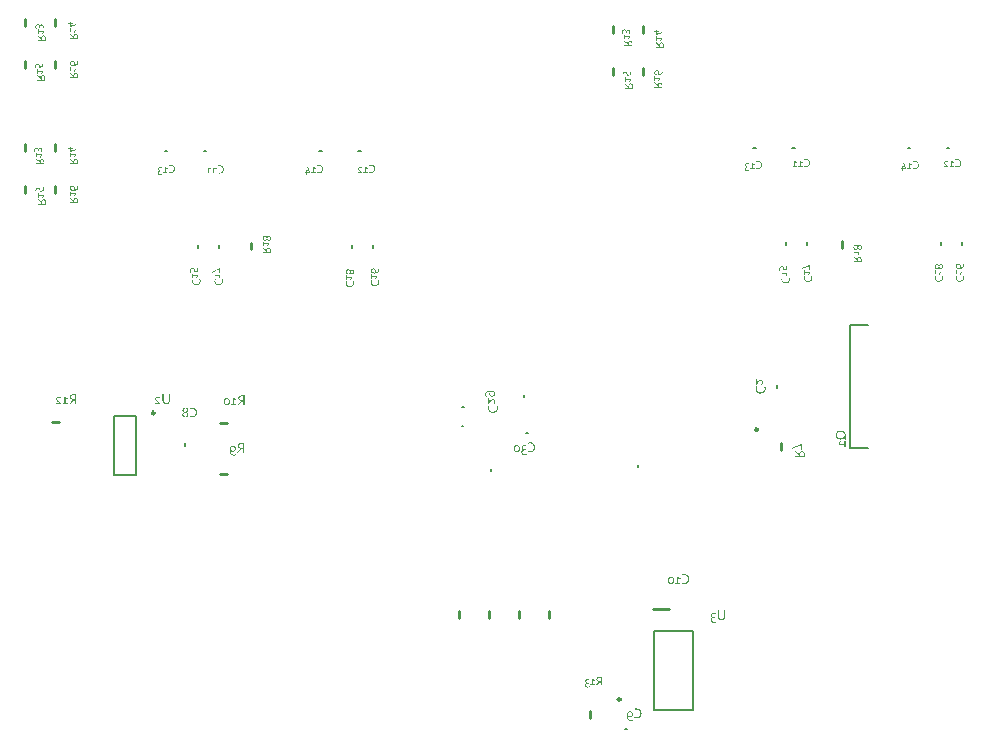
<source format=gbo>
G04*
G04 #@! TF.GenerationSoftware,Altium Limited,Altium Designer,18.0.12 (696)*
G04*
G04 Layer_Color=10526880*
%FSLAX44Y44*%
%MOMM*%
G71*
G01*
G75*
%ADD11C,0.2500*%
%ADD13C,0.2540*%
%ADD14C,0.2032*%
%ADD16C,0.2000*%
G36*
X468243Y1245946D02*
Y1245215D01*
X466409Y1245785D01*
Y1242537D01*
X468033D01*
Y1241806D01*
X464289D01*
Y1242537D01*
X465616D01*
Y1246628D01*
X466310D01*
X468243Y1245946D01*
D02*
G37*
G36*
X463583D02*
Y1245215D01*
X461748Y1245785D01*
Y1242537D01*
X463372D01*
Y1241806D01*
X459629D01*
Y1242537D01*
X460955D01*
Y1246628D01*
X461649D01*
X463583Y1245946D01*
D02*
G37*
G36*
X471020Y1248710D02*
X471293Y1248685D01*
X471541Y1248636D01*
X471751Y1248586D01*
X471937Y1248537D01*
X472012Y1248512D01*
X472074Y1248487D01*
X472123Y1248475D01*
X472160Y1248462D01*
X472173Y1248450D01*
X472185D01*
X472421Y1248338D01*
X472631Y1248227D01*
X472817Y1248103D01*
X472979Y1247979D01*
X473115Y1247867D01*
X473202Y1247781D01*
X473264Y1247731D01*
X473288Y1247706D01*
X473450Y1247520D01*
X473586Y1247334D01*
X473710Y1247136D01*
X473797Y1246962D01*
X473883Y1246801D01*
X473933Y1246677D01*
X473958Y1246628D01*
X473970Y1246590D01*
X473983Y1246578D01*
Y1246566D01*
X474057Y1246318D01*
X474119Y1246058D01*
X474156Y1245810D01*
X474193Y1245586D01*
X474206Y1245401D01*
Y1245314D01*
X474218Y1245252D01*
Y1245190D01*
Y1245153D01*
Y1245128D01*
Y1245116D01*
X474206Y1244818D01*
X474181Y1244545D01*
X474144Y1244297D01*
X474106Y1244087D01*
X474069Y1243913D01*
X474032Y1243777D01*
X474020Y1243727D01*
X474007Y1243690D01*
X473995Y1243678D01*
Y1243665D01*
X473896Y1243442D01*
X473797Y1243231D01*
X473685Y1243046D01*
X473573Y1242884D01*
X473474Y1242760D01*
X473400Y1242661D01*
X473350Y1242612D01*
X473326Y1242587D01*
X473152Y1242438D01*
X472966Y1242302D01*
X472780Y1242190D01*
X472607Y1242091D01*
X472458Y1242017D01*
X472334Y1241967D01*
X472284Y1241942D01*
X472247Y1241930D01*
X472235Y1241918D01*
X472222D01*
X471974Y1241843D01*
X471714Y1241781D01*
X471454Y1241744D01*
X471218Y1241707D01*
X471020Y1241694D01*
X470933D01*
X470859Y1241682D01*
X470710D01*
X470413Y1241694D01*
X470276Y1241707D01*
X470152Y1241719D01*
X470053D01*
X469966Y1241732D01*
X469917Y1241744D01*
X469905D01*
X469756Y1241769D01*
X469632Y1241794D01*
X469508Y1241831D01*
X469396Y1241856D01*
X469322Y1241880D01*
X469248Y1241905D01*
X469210Y1241918D01*
X469198D01*
Y1242649D01*
X469310Y1242612D01*
X469421Y1242574D01*
X469495Y1242562D01*
X469520Y1242550D01*
X469533D01*
X469669Y1242525D01*
X469793Y1242500D01*
X469842Y1242488D01*
X469880D01*
X469905Y1242475D01*
X469917D01*
X470053Y1242451D01*
X470177Y1242438D01*
X470227D01*
X470264Y1242426D01*
X470301D01*
X470438Y1242413D01*
X470648D01*
X470884Y1242426D01*
X471094Y1242438D01*
X471280Y1242463D01*
X471454Y1242500D01*
X471590Y1242525D01*
X471702Y1242550D01*
X471764Y1242562D01*
X471788Y1242574D01*
X471974Y1242636D01*
X472136Y1242723D01*
X472284Y1242798D01*
X472408Y1242884D01*
X472520Y1242959D01*
X472594Y1243021D01*
X472644Y1243058D01*
X472656Y1243070D01*
X472780Y1243207D01*
X472892Y1243343D01*
X472991Y1243479D01*
X473065Y1243616D01*
X473127Y1243740D01*
X473177Y1243826D01*
X473202Y1243888D01*
X473214Y1243913D01*
X473276Y1244111D01*
X473326Y1244322D01*
X473350Y1244533D01*
X473375Y1244719D01*
X473387Y1244892D01*
X473400Y1245016D01*
Y1245066D01*
Y1245116D01*
Y1245128D01*
Y1245140D01*
X473387Y1245401D01*
X473363Y1245636D01*
X473338Y1245847D01*
X473288Y1246020D01*
X473251Y1246169D01*
X473226Y1246281D01*
X473202Y1246355D01*
X473189Y1246380D01*
X473102Y1246566D01*
X473016Y1246739D01*
X472916Y1246888D01*
X472830Y1247024D01*
X472743Y1247123D01*
X472681Y1247198D01*
X472631Y1247247D01*
X472619Y1247260D01*
X472470Y1247384D01*
X472322Y1247495D01*
X472185Y1247595D01*
X472049Y1247669D01*
X471925Y1247731D01*
X471838Y1247768D01*
X471776Y1247793D01*
X471751Y1247805D01*
X471565Y1247867D01*
X471380Y1247917D01*
X471194Y1247942D01*
X471032Y1247966D01*
X470896Y1247979D01*
X470784Y1247991D01*
X470685D01*
X470413Y1247979D01*
X470289Y1247966D01*
X470177Y1247954D01*
X470078Y1247942D01*
X470004Y1247929D01*
X469954Y1247917D01*
X469942D01*
X469681Y1247867D01*
X469557Y1247842D01*
X469458Y1247818D01*
X469371Y1247793D01*
X469310Y1247768D01*
X469272Y1247756D01*
X469260D01*
Y1248475D01*
X469359Y1248512D01*
X469446Y1248537D01*
X469520Y1248561D01*
X469545D01*
X469669Y1248599D01*
X469781Y1248623D01*
X469830Y1248636D01*
X469867Y1248648D01*
X469905D01*
X470041Y1248673D01*
X470177Y1248685D01*
X470227Y1248698D01*
X470301D01*
X470450Y1248710D01*
X470586Y1248723D01*
X470723D01*
X471020Y1248710D01*
D02*
G37*
G36*
X964559Y1251534D02*
Y1250803D01*
X962725Y1251373D01*
Y1248125D01*
X964349D01*
Y1247394D01*
X960605D01*
Y1248125D01*
X961932D01*
Y1252216D01*
X962626D01*
X964559Y1251534D01*
D02*
G37*
G36*
X959899D02*
Y1250803D01*
X958064Y1251373D01*
Y1248125D01*
X959688D01*
Y1247394D01*
X955945D01*
Y1248125D01*
X957271D01*
Y1252216D01*
X957965D01*
X959899Y1251534D01*
D02*
G37*
G36*
X967336Y1254298D02*
X967609Y1254273D01*
X967857Y1254224D01*
X968067Y1254174D01*
X968253Y1254125D01*
X968328Y1254100D01*
X968390Y1254075D01*
X968439Y1254063D01*
X968476Y1254050D01*
X968489Y1254038D01*
X968501D01*
X968737Y1253926D01*
X968947Y1253815D01*
X969133Y1253691D01*
X969295Y1253567D01*
X969431Y1253455D01*
X969518Y1253369D01*
X969580Y1253319D01*
X969604Y1253294D01*
X969765Y1253108D01*
X969902Y1252922D01*
X970026Y1252724D01*
X970113Y1252550D01*
X970199Y1252389D01*
X970249Y1252265D01*
X970274Y1252216D01*
X970286Y1252178D01*
X970298Y1252166D01*
Y1252154D01*
X970373Y1251906D01*
X970435Y1251646D01*
X970472Y1251398D01*
X970509Y1251174D01*
X970522Y1250989D01*
Y1250902D01*
X970534Y1250840D01*
Y1250778D01*
Y1250741D01*
Y1250716D01*
Y1250704D01*
X970522Y1250406D01*
X970497Y1250133D01*
X970460Y1249885D01*
X970422Y1249675D01*
X970385Y1249501D01*
X970348Y1249365D01*
X970336Y1249315D01*
X970323Y1249278D01*
X970311Y1249266D01*
Y1249253D01*
X970212Y1249030D01*
X970113Y1248819D01*
X970001Y1248633D01*
X969889Y1248472D01*
X969790Y1248348D01*
X969716Y1248249D01*
X969666Y1248200D01*
X969641Y1248175D01*
X969468Y1248026D01*
X969282Y1247890D01*
X969096Y1247778D01*
X968923Y1247679D01*
X968774Y1247605D01*
X968650Y1247555D01*
X968600Y1247530D01*
X968563Y1247518D01*
X968551Y1247506D01*
X968538D01*
X968290Y1247431D01*
X968030Y1247369D01*
X967770Y1247332D01*
X967534Y1247295D01*
X967336Y1247282D01*
X967249D01*
X967175Y1247270D01*
X967026D01*
X966729Y1247282D01*
X966592Y1247295D01*
X966468Y1247307D01*
X966369D01*
X966282Y1247320D01*
X966233Y1247332D01*
X966220D01*
X966072Y1247357D01*
X965948Y1247382D01*
X965824Y1247419D01*
X965712Y1247444D01*
X965638Y1247468D01*
X965564Y1247493D01*
X965526Y1247506D01*
X965514D01*
Y1248237D01*
X965626Y1248200D01*
X965737Y1248163D01*
X965811Y1248150D01*
X965836Y1248138D01*
X965849D01*
X965985Y1248113D01*
X966109Y1248088D01*
X966159Y1248076D01*
X966196D01*
X966220Y1248063D01*
X966233D01*
X966369Y1248039D01*
X966493Y1248026D01*
X966543D01*
X966580Y1248014D01*
X966617D01*
X966753Y1248001D01*
X966964D01*
X967200Y1248014D01*
X967410Y1248026D01*
X967596Y1248051D01*
X967770Y1248088D01*
X967906Y1248113D01*
X968018Y1248138D01*
X968080Y1248150D01*
X968104Y1248163D01*
X968290Y1248224D01*
X968452Y1248311D01*
X968600Y1248386D01*
X968724Y1248472D01*
X968836Y1248547D01*
X968910Y1248609D01*
X968960Y1248646D01*
X968972Y1248658D01*
X969096Y1248795D01*
X969208Y1248931D01*
X969307Y1249067D01*
X969381Y1249204D01*
X969443Y1249328D01*
X969493Y1249414D01*
X969518Y1249476D01*
X969530Y1249501D01*
X969592Y1249699D01*
X969641Y1249910D01*
X969666Y1250121D01*
X969691Y1250307D01*
X969704Y1250480D01*
X969716Y1250604D01*
Y1250654D01*
Y1250704D01*
Y1250716D01*
Y1250728D01*
X969704Y1250989D01*
X969679Y1251224D01*
X969654Y1251435D01*
X969604Y1251608D01*
X969567Y1251757D01*
X969542Y1251869D01*
X969518Y1251943D01*
X969505Y1251968D01*
X969418Y1252154D01*
X969332Y1252327D01*
X969232Y1252476D01*
X969146Y1252612D01*
X969059Y1252711D01*
X968997Y1252786D01*
X968947Y1252835D01*
X968935Y1252848D01*
X968786Y1252972D01*
X968637Y1253083D01*
X968501Y1253183D01*
X968365Y1253257D01*
X968241Y1253319D01*
X968154Y1253356D01*
X968092Y1253381D01*
X968067Y1253393D01*
X967881Y1253455D01*
X967695Y1253505D01*
X967510Y1253530D01*
X967348Y1253554D01*
X967212Y1253567D01*
X967101Y1253579D01*
X967001D01*
X966729Y1253567D01*
X966605Y1253554D01*
X966493Y1253542D01*
X966394Y1253530D01*
X966320Y1253517D01*
X966270Y1253505D01*
X966258D01*
X965997Y1253455D01*
X965873Y1253430D01*
X965774Y1253406D01*
X965687Y1253381D01*
X965626Y1253356D01*
X965588Y1253344D01*
X965576D01*
Y1254063D01*
X965675Y1254100D01*
X965762Y1254125D01*
X965836Y1254149D01*
X965861D01*
X965985Y1254187D01*
X966096Y1254211D01*
X966146Y1254224D01*
X966183Y1254236D01*
X966220D01*
X966357Y1254261D01*
X966493Y1254273D01*
X966543Y1254286D01*
X966617D01*
X966766Y1254298D01*
X966902Y1254311D01*
X967039D01*
X967336Y1254298D01*
D02*
G37*
G36*
X590192Y1247235D02*
X590353Y1247223D01*
X590489Y1247198D01*
X590601Y1247173D01*
X590688Y1247160D01*
X590737Y1247136D01*
X590762D01*
X590911Y1247086D01*
X591047Y1247037D01*
X591171Y1246987D01*
X591283Y1246937D01*
X591370Y1246900D01*
X591432Y1246863D01*
X591469Y1246851D01*
X591481Y1246838D01*
Y1246181D01*
X591196Y1246305D01*
X591060Y1246342D01*
X590948Y1246392D01*
X590849Y1246417D01*
X590774Y1246442D01*
X590725Y1246466D01*
X590713D01*
X590428Y1246528D01*
X590291Y1246553D01*
X590180Y1246566D01*
X590080Y1246578D01*
X589994Y1246590D01*
X589932D01*
X589746Y1246578D01*
X589585Y1246553D01*
X589436Y1246516D01*
X589324Y1246479D01*
X589238Y1246429D01*
X589163Y1246392D01*
X589126Y1246367D01*
X589114Y1246355D01*
X589014Y1246256D01*
X588952Y1246144D01*
X588903Y1246033D01*
X588866Y1245921D01*
X588841Y1245822D01*
X588829Y1245748D01*
Y1245698D01*
Y1245673D01*
X588841Y1245549D01*
X588866Y1245438D01*
X588890Y1245326D01*
X588928Y1245227D01*
X588977Y1245140D01*
X589002Y1245078D01*
X589027Y1245029D01*
X589039Y1245016D01*
X589114Y1244892D01*
X589213Y1244781D01*
X589300Y1244669D01*
X589386Y1244557D01*
X589473Y1244471D01*
X589535Y1244409D01*
X589585Y1244359D01*
X589597Y1244347D01*
X589733Y1244223D01*
X589882Y1244099D01*
X590031Y1243975D01*
X590155Y1243863D01*
X590279Y1243777D01*
X590365Y1243702D01*
X590428Y1243653D01*
X590452Y1243640D01*
X590824Y1243355D01*
X591010Y1243219D01*
X591171Y1243095D01*
X591320Y1242996D01*
X591432Y1242909D01*
X591506Y1242859D01*
X591518Y1242835D01*
X591531D01*
Y1242314D01*
X587601D01*
Y1243045D01*
X589547D01*
X589733Y1243033D01*
X589894D01*
X590031Y1243020D01*
X590142D01*
X590217Y1243008D01*
X590242D01*
Y1243033D01*
X590068Y1243157D01*
X589907Y1243268D01*
X589758Y1243380D01*
X589634Y1243467D01*
X589523Y1243553D01*
X589448Y1243615D01*
X589386Y1243653D01*
X589374Y1243665D01*
X589225Y1243789D01*
X589089Y1243901D01*
X588965Y1244012D01*
X588866Y1244099D01*
X588779Y1244186D01*
X588717Y1244248D01*
X588680Y1244285D01*
X588667Y1244297D01*
X588556Y1244421D01*
X588457Y1244533D01*
X588382Y1244657D01*
X588308Y1244756D01*
X588258Y1244843D01*
X588221Y1244905D01*
X588196Y1244954D01*
X588184Y1244967D01*
X588122Y1245103D01*
X588085Y1245227D01*
X588048Y1245351D01*
X588035Y1245475D01*
X588023Y1245562D01*
X588010Y1245648D01*
Y1245698D01*
Y1245710D01*
Y1245847D01*
X588035Y1245983D01*
X588048Y1246095D01*
X588072Y1246194D01*
X588097Y1246268D01*
X588122Y1246330D01*
X588134Y1246367D01*
X588147Y1246380D01*
X588258Y1246578D01*
X588333Y1246652D01*
X588395Y1246727D01*
X588444Y1246776D01*
X588494Y1246814D01*
X588519Y1246838D01*
X588531Y1246851D01*
X588717Y1246987D01*
X588903Y1247074D01*
X588977Y1247111D01*
X589039Y1247136D01*
X589089Y1247148D01*
X589101D01*
X589349Y1247210D01*
X589473Y1247235D01*
X589585Y1247247D01*
X589684Y1247260D01*
X590018D01*
X590192Y1247235D01*
D02*
G37*
G36*
X596513Y1246454D02*
Y1245723D01*
X594679Y1246293D01*
Y1243045D01*
X596303D01*
Y1242314D01*
X592559D01*
Y1243045D01*
X593886D01*
Y1247136D01*
X594580D01*
X596513Y1246454D01*
D02*
G37*
G36*
X599290Y1249218D02*
X599563Y1249193D01*
X599811Y1249144D01*
X600021Y1249094D01*
X600207Y1249045D01*
X600282Y1249020D01*
X600344Y1248995D01*
X600393Y1248983D01*
X600430Y1248970D01*
X600443Y1248958D01*
X600455D01*
X600691Y1248846D01*
X600901Y1248735D01*
X601087Y1248611D01*
X601249Y1248487D01*
X601385Y1248375D01*
X601472Y1248288D01*
X601534Y1248239D01*
X601558Y1248214D01*
X601720Y1248028D01*
X601856Y1247842D01*
X601980Y1247644D01*
X602067Y1247470D01*
X602153Y1247309D01*
X602203Y1247185D01*
X602228Y1247136D01*
X602240Y1247098D01*
X602253Y1247086D01*
Y1247074D01*
X602327Y1246826D01*
X602389Y1246566D01*
X602426Y1246318D01*
X602463Y1246095D01*
X602476Y1245909D01*
Y1245822D01*
X602488Y1245760D01*
Y1245698D01*
Y1245661D01*
Y1245636D01*
Y1245623D01*
X602476Y1245326D01*
X602451Y1245053D01*
X602414Y1244805D01*
X602376Y1244595D01*
X602339Y1244421D01*
X602302Y1244285D01*
X602290Y1244235D01*
X602277Y1244198D01*
X602265Y1244186D01*
Y1244173D01*
X602166Y1243950D01*
X602067Y1243739D01*
X601955Y1243553D01*
X601843Y1243392D01*
X601744Y1243268D01*
X601670Y1243169D01*
X601620Y1243120D01*
X601595Y1243095D01*
X601422Y1242946D01*
X601236Y1242810D01*
X601050Y1242698D01*
X600877Y1242599D01*
X600728Y1242525D01*
X600604Y1242475D01*
X600554Y1242450D01*
X600517Y1242438D01*
X600505Y1242426D01*
X600492D01*
X600244Y1242351D01*
X599984Y1242289D01*
X599724Y1242252D01*
X599488Y1242215D01*
X599290Y1242202D01*
X599203D01*
X599129Y1242190D01*
X598980D01*
X598683Y1242202D01*
X598546Y1242215D01*
X598422Y1242227D01*
X598323D01*
X598236Y1242240D01*
X598187Y1242252D01*
X598175D01*
X598026Y1242277D01*
X597902Y1242302D01*
X597778Y1242339D01*
X597666Y1242364D01*
X597592Y1242388D01*
X597518Y1242413D01*
X597480Y1242426D01*
X597468D01*
Y1243157D01*
X597579Y1243120D01*
X597691Y1243083D01*
X597765Y1243070D01*
X597790Y1243058D01*
X597803D01*
X597939Y1243033D01*
X598063Y1243008D01*
X598112Y1242996D01*
X598150D01*
X598175Y1242983D01*
X598187D01*
X598323Y1242959D01*
X598447Y1242946D01*
X598497D01*
X598534Y1242934D01*
X598571D01*
X598708Y1242921D01*
X598918D01*
X599154Y1242934D01*
X599364Y1242946D01*
X599550Y1242971D01*
X599724Y1243008D01*
X599860Y1243033D01*
X599972Y1243058D01*
X600034Y1243070D01*
X600059Y1243083D01*
X600244Y1243145D01*
X600406Y1243231D01*
X600554Y1243306D01*
X600678Y1243392D01*
X600790Y1243467D01*
X600864Y1243529D01*
X600914Y1243566D01*
X600926Y1243578D01*
X601050Y1243715D01*
X601162Y1243851D01*
X601261Y1243987D01*
X601335Y1244124D01*
X601397Y1244248D01*
X601447Y1244334D01*
X601472Y1244396D01*
X601484Y1244421D01*
X601546Y1244620D01*
X601595Y1244830D01*
X601620Y1245041D01*
X601645Y1245227D01*
X601657Y1245400D01*
X601670Y1245524D01*
Y1245574D01*
Y1245623D01*
Y1245636D01*
Y1245648D01*
X601657Y1245909D01*
X601633Y1246144D01*
X601608Y1246355D01*
X601558Y1246528D01*
X601521Y1246677D01*
X601496Y1246789D01*
X601472Y1246863D01*
X601459Y1246888D01*
X601372Y1247074D01*
X601286Y1247247D01*
X601186Y1247396D01*
X601100Y1247532D01*
X601013Y1247632D01*
X600951Y1247706D01*
X600901Y1247756D01*
X600889Y1247768D01*
X600740Y1247892D01*
X600592Y1248003D01*
X600455Y1248103D01*
X600319Y1248177D01*
X600195Y1248239D01*
X600108Y1248276D01*
X600046Y1248301D01*
X600021Y1248313D01*
X599835Y1248375D01*
X599650Y1248425D01*
X599464Y1248450D01*
X599302Y1248474D01*
X599166Y1248487D01*
X599054Y1248499D01*
X598955D01*
X598683Y1248487D01*
X598559Y1248474D01*
X598447Y1248462D01*
X598348Y1248450D01*
X598274Y1248437D01*
X598224Y1248425D01*
X598212D01*
X597951Y1248375D01*
X597827Y1248351D01*
X597728Y1248326D01*
X597641Y1248301D01*
X597579Y1248276D01*
X597542Y1248264D01*
X597530D01*
Y1248983D01*
X597629Y1249020D01*
X597716Y1249045D01*
X597790Y1249069D01*
X597815D01*
X597939Y1249107D01*
X598050Y1249131D01*
X598100Y1249144D01*
X598137Y1249156D01*
X598175D01*
X598311Y1249181D01*
X598447Y1249193D01*
X598497Y1249206D01*
X598571D01*
X598720Y1249218D01*
X598856Y1249230D01*
X598993D01*
X599290Y1249218D01*
D02*
G37*
G36*
X1086508Y1252061D02*
X1086669Y1252048D01*
X1086805Y1252024D01*
X1086917Y1251999D01*
X1087004Y1251986D01*
X1087053Y1251962D01*
X1087078D01*
X1087227Y1251912D01*
X1087363Y1251863D01*
X1087487Y1251813D01*
X1087599Y1251763D01*
X1087685Y1251726D01*
X1087747Y1251689D01*
X1087785Y1251677D01*
X1087797Y1251664D01*
Y1251007D01*
X1087512Y1251131D01*
X1087376Y1251168D01*
X1087264Y1251218D01*
X1087165Y1251243D01*
X1087091Y1251268D01*
X1087041Y1251292D01*
X1087029D01*
X1086743Y1251354D01*
X1086607Y1251379D01*
X1086496Y1251392D01*
X1086396Y1251404D01*
X1086310Y1251416D01*
X1086248D01*
X1086062Y1251404D01*
X1085901Y1251379D01*
X1085752Y1251342D01*
X1085640Y1251305D01*
X1085554Y1251255D01*
X1085479Y1251218D01*
X1085442Y1251193D01*
X1085430Y1251181D01*
X1085330Y1251082D01*
X1085268Y1250970D01*
X1085219Y1250859D01*
X1085182Y1250747D01*
X1085157Y1250648D01*
X1085145Y1250574D01*
Y1250524D01*
Y1250499D01*
X1085157Y1250375D01*
X1085182Y1250264D01*
X1085207Y1250152D01*
X1085244Y1250053D01*
X1085293Y1249966D01*
X1085318Y1249904D01*
X1085343Y1249855D01*
X1085355Y1249842D01*
X1085430Y1249718D01*
X1085529Y1249607D01*
X1085615Y1249495D01*
X1085702Y1249383D01*
X1085789Y1249297D01*
X1085851Y1249235D01*
X1085901Y1249185D01*
X1085913Y1249173D01*
X1086049Y1249049D01*
X1086198Y1248925D01*
X1086347Y1248801D01*
X1086471Y1248689D01*
X1086595Y1248603D01*
X1086682Y1248528D01*
X1086743Y1248479D01*
X1086768Y1248466D01*
X1087140Y1248181D01*
X1087326Y1248045D01*
X1087487Y1247921D01*
X1087636Y1247822D01*
X1087747Y1247735D01*
X1087822Y1247685D01*
X1087834Y1247661D01*
X1087847D01*
Y1247140D01*
X1083917D01*
Y1247871D01*
X1085863D01*
X1086049Y1247859D01*
X1086210D01*
X1086347Y1247847D01*
X1086458D01*
X1086533Y1247834D01*
X1086557D01*
Y1247859D01*
X1086384Y1247983D01*
X1086223Y1248094D01*
X1086074Y1248206D01*
X1085950Y1248293D01*
X1085839Y1248380D01*
X1085764Y1248441D01*
X1085702Y1248479D01*
X1085690Y1248491D01*
X1085541Y1248615D01*
X1085405Y1248727D01*
X1085281Y1248838D01*
X1085182Y1248925D01*
X1085095Y1249012D01*
X1085033Y1249074D01*
X1084996Y1249111D01*
X1084983Y1249123D01*
X1084872Y1249247D01*
X1084773Y1249359D01*
X1084698Y1249483D01*
X1084624Y1249582D01*
X1084574Y1249669D01*
X1084537Y1249731D01*
X1084512Y1249780D01*
X1084500Y1249793D01*
X1084438Y1249929D01*
X1084401Y1250053D01*
X1084364Y1250177D01*
X1084351Y1250301D01*
X1084339Y1250387D01*
X1084326Y1250474D01*
Y1250524D01*
Y1250536D01*
Y1250673D01*
X1084351Y1250809D01*
X1084364Y1250920D01*
X1084388Y1251020D01*
X1084413Y1251094D01*
X1084438Y1251156D01*
X1084450Y1251193D01*
X1084463Y1251206D01*
X1084574Y1251404D01*
X1084649Y1251478D01*
X1084711Y1251553D01*
X1084760Y1251602D01*
X1084810Y1251639D01*
X1084835Y1251664D01*
X1084847Y1251677D01*
X1085033Y1251813D01*
X1085219Y1251900D01*
X1085293Y1251937D01*
X1085355Y1251962D01*
X1085405Y1251974D01*
X1085417D01*
X1085665Y1252036D01*
X1085789Y1252061D01*
X1085901Y1252073D01*
X1086000Y1252086D01*
X1086334D01*
X1086508Y1252061D01*
D02*
G37*
G36*
X1092830Y1251280D02*
Y1250549D01*
X1090995Y1251119D01*
Y1247871D01*
X1092619D01*
Y1247140D01*
X1088875D01*
Y1247871D01*
X1090202D01*
Y1251962D01*
X1090896D01*
X1092830Y1251280D01*
D02*
G37*
G36*
X1095606Y1254044D02*
X1095879Y1254019D01*
X1096127Y1253970D01*
X1096337Y1253920D01*
X1096523Y1253871D01*
X1096598Y1253846D01*
X1096660Y1253821D01*
X1096709Y1253809D01*
X1096746Y1253796D01*
X1096759Y1253784D01*
X1096771D01*
X1097007Y1253672D01*
X1097217Y1253561D01*
X1097403Y1253437D01*
X1097564Y1253313D01*
X1097701Y1253201D01*
X1097788Y1253114D01*
X1097850Y1253065D01*
X1097874Y1253040D01*
X1098036Y1252854D01*
X1098172Y1252668D01*
X1098296Y1252470D01*
X1098383Y1252296D01*
X1098469Y1252135D01*
X1098519Y1252011D01*
X1098544Y1251962D01*
X1098556Y1251925D01*
X1098568Y1251912D01*
Y1251900D01*
X1098643Y1251652D01*
X1098705Y1251392D01*
X1098742Y1251144D01*
X1098779Y1250920D01*
X1098792Y1250735D01*
Y1250648D01*
X1098804Y1250586D01*
Y1250524D01*
Y1250487D01*
Y1250462D01*
Y1250450D01*
X1098792Y1250152D01*
X1098767Y1249879D01*
X1098730Y1249631D01*
X1098692Y1249421D01*
X1098655Y1249247D01*
X1098618Y1249111D01*
X1098606Y1249061D01*
X1098593Y1249024D01*
X1098581Y1249012D01*
Y1248999D01*
X1098482Y1248776D01*
X1098383Y1248565D01*
X1098271Y1248380D01*
X1098159Y1248218D01*
X1098060Y1248094D01*
X1097986Y1247995D01*
X1097936Y1247946D01*
X1097912Y1247921D01*
X1097738Y1247772D01*
X1097552Y1247636D01*
X1097366Y1247524D01*
X1097193Y1247425D01*
X1097044Y1247351D01*
X1096920Y1247301D01*
X1096870Y1247276D01*
X1096833Y1247264D01*
X1096821Y1247252D01*
X1096808D01*
X1096561Y1247177D01*
X1096300Y1247115D01*
X1096040Y1247078D01*
X1095804Y1247041D01*
X1095606Y1247028D01*
X1095519D01*
X1095445Y1247016D01*
X1095296D01*
X1094999Y1247028D01*
X1094862Y1247041D01*
X1094738Y1247053D01*
X1094639D01*
X1094552Y1247066D01*
X1094503Y1247078D01*
X1094491D01*
X1094342Y1247103D01*
X1094218Y1247128D01*
X1094094Y1247165D01*
X1093982Y1247190D01*
X1093908Y1247214D01*
X1093833Y1247239D01*
X1093796Y1247252D01*
X1093784D01*
Y1247983D01*
X1093895Y1247946D01*
X1094007Y1247908D01*
X1094081Y1247896D01*
X1094106Y1247884D01*
X1094119D01*
X1094255Y1247859D01*
X1094379Y1247834D01*
X1094428Y1247822D01*
X1094466D01*
X1094491Y1247809D01*
X1094503D01*
X1094639Y1247785D01*
X1094763Y1247772D01*
X1094813D01*
X1094850Y1247760D01*
X1094887D01*
X1095023Y1247747D01*
X1095234D01*
X1095470Y1247760D01*
X1095680Y1247772D01*
X1095866Y1247797D01*
X1096040Y1247834D01*
X1096176Y1247859D01*
X1096288Y1247884D01*
X1096350Y1247896D01*
X1096375Y1247908D01*
X1096561Y1247971D01*
X1096722Y1248057D01*
X1096870Y1248132D01*
X1096994Y1248218D01*
X1097106Y1248293D01*
X1097180Y1248355D01*
X1097230Y1248392D01*
X1097242Y1248404D01*
X1097366Y1248541D01*
X1097478Y1248677D01*
X1097577Y1248813D01*
X1097651Y1248950D01*
X1097713Y1249074D01*
X1097763Y1249160D01*
X1097788Y1249222D01*
X1097800Y1249247D01*
X1097862Y1249445D01*
X1097912Y1249656D01*
X1097936Y1249867D01*
X1097961Y1250053D01*
X1097973Y1250226D01*
X1097986Y1250350D01*
Y1250400D01*
Y1250450D01*
Y1250462D01*
Y1250474D01*
X1097973Y1250735D01*
X1097949Y1250970D01*
X1097924Y1251181D01*
X1097874Y1251354D01*
X1097837Y1251503D01*
X1097812Y1251615D01*
X1097788Y1251689D01*
X1097775Y1251714D01*
X1097688Y1251900D01*
X1097602Y1252073D01*
X1097503Y1252222D01*
X1097416Y1252358D01*
X1097329Y1252458D01*
X1097267Y1252532D01*
X1097217Y1252581D01*
X1097205Y1252594D01*
X1097056Y1252718D01*
X1096908Y1252829D01*
X1096771Y1252929D01*
X1096635Y1253003D01*
X1096511Y1253065D01*
X1096424Y1253102D01*
X1096362Y1253127D01*
X1096337Y1253139D01*
X1096151Y1253201D01*
X1095965Y1253251D01*
X1095780Y1253276D01*
X1095618Y1253300D01*
X1095482Y1253313D01*
X1095370Y1253325D01*
X1095271D01*
X1094999Y1253313D01*
X1094875Y1253300D01*
X1094763Y1253288D01*
X1094664Y1253276D01*
X1094590Y1253263D01*
X1094540Y1253251D01*
X1094528D01*
X1094267Y1253201D01*
X1094143Y1253176D01*
X1094044Y1253152D01*
X1093958Y1253127D01*
X1093895Y1253102D01*
X1093858Y1253090D01*
X1093846D01*
Y1253809D01*
X1093945Y1253846D01*
X1094032Y1253871D01*
X1094106Y1253895D01*
X1094131D01*
X1094255Y1253933D01*
X1094367Y1253957D01*
X1094416Y1253970D01*
X1094453Y1253982D01*
X1094491D01*
X1094627Y1254007D01*
X1094763Y1254019D01*
X1094813Y1254032D01*
X1094887D01*
X1095036Y1254044D01*
X1095172Y1254056D01*
X1095309D01*
X1095606Y1254044D01*
D02*
G37*
G36*
X420954Y1247247D02*
X421065Y1247235D01*
X421177Y1247223D01*
X421264Y1247210D01*
X421338Y1247198D01*
X421388Y1247185D01*
X421400D01*
X421685Y1247123D01*
X421809Y1247086D01*
X421933Y1247049D01*
X422045Y1247012D01*
X422119Y1246975D01*
X422169Y1246962D01*
X422193Y1246950D01*
Y1246293D01*
X421945Y1246380D01*
X421834Y1246417D01*
X421722Y1246442D01*
X421636Y1246466D01*
X421574Y1246491D01*
X421524Y1246504D01*
X421512D01*
X421251Y1246553D01*
X421127Y1246566D01*
X421028Y1246578D01*
X420929Y1246590D01*
X420805D01*
X420607Y1246578D01*
X420520Y1246566D01*
X420446Y1246553D01*
X420371Y1246541D01*
X420322Y1246528D01*
X420297Y1246516D01*
X420285D01*
X420111Y1246454D01*
X419975Y1246392D01*
X419925Y1246367D01*
X419888Y1246342D01*
X419875Y1246330D01*
X419863Y1246318D01*
X419739Y1246206D01*
X419652Y1246095D01*
X419615Y1246045D01*
X419590Y1246008D01*
X419578Y1245983D01*
Y1245971D01*
X419516Y1245797D01*
X419479Y1245636D01*
X419466Y1245574D01*
Y1245512D01*
Y1245475D01*
Y1245462D01*
X419479Y1245264D01*
X419491Y1245177D01*
X419516Y1245103D01*
X419528Y1245041D01*
X419553Y1244991D01*
X419566Y1244967D01*
Y1244954D01*
X419652Y1244793D01*
X419752Y1244657D01*
X419789Y1244607D01*
X419826Y1244582D01*
X419851Y1244557D01*
X419863Y1244545D01*
X420024Y1244434D01*
X420198Y1244347D01*
X420272Y1244310D01*
X420334Y1244297D01*
X420371Y1244272D01*
X420384D01*
X420631Y1244211D01*
X420756Y1244198D01*
X420867Y1244186D01*
X420979Y1244173D01*
X421437D01*
Y1243504D01*
X420904D01*
X420619Y1243492D01*
X420384Y1243454D01*
X420173Y1243405D01*
X419999Y1243355D01*
X419863Y1243306D01*
X419764Y1243256D01*
X419714Y1243219D01*
X419689Y1243206D01*
X419541Y1243083D01*
X419442Y1242934D01*
X419367Y1242773D01*
X419305Y1242624D01*
X419280Y1242487D01*
X419268Y1242376D01*
X419256Y1242289D01*
Y1242277D01*
Y1242264D01*
X419268Y1242066D01*
X419280Y1241979D01*
X419293Y1241905D01*
X419318Y1241843D01*
X419330Y1241793D01*
X419342Y1241756D01*
Y1241744D01*
X419429Y1241570D01*
X419516Y1241434D01*
X419566Y1241384D01*
X419590Y1241347D01*
X419615Y1241322D01*
X419627Y1241310D01*
X419702Y1241248D01*
X419789Y1241186D01*
X419950Y1241087D01*
X420024Y1241062D01*
X420086Y1241037D01*
X420123Y1241012D01*
X420136D01*
X420260Y1240975D01*
X420384Y1240938D01*
X420520Y1240913D01*
X420631Y1240901D01*
X420743D01*
X420830Y1240889D01*
X420904D01*
X421152Y1240901D01*
X421264Y1240913D01*
X421363Y1240926D01*
X421450Y1240938D01*
X421524Y1240950D01*
X421574Y1240963D01*
X421586D01*
X421846Y1241025D01*
X421958Y1241062D01*
X422069Y1241087D01*
X422156Y1241124D01*
X422230Y1241149D01*
X422280Y1241174D01*
X422293D01*
Y1240517D01*
X422069Y1240430D01*
X421958Y1240393D01*
X421859Y1240356D01*
X421772Y1240343D01*
X421698Y1240318D01*
X421648Y1240306D01*
X421636D01*
X421350Y1240256D01*
X421227Y1240244D01*
X421102Y1240232D01*
X421003Y1240219D01*
X420855D01*
X420644Y1240232D01*
X420446Y1240244D01*
X420260Y1240269D01*
X420111Y1240294D01*
X419987Y1240318D01*
X419888Y1240343D01*
X419838Y1240368D01*
X419813D01*
X419652Y1240430D01*
X419504Y1240492D01*
X419380Y1240566D01*
X419268Y1240641D01*
X419181Y1240690D01*
X419119Y1240740D01*
X419082Y1240777D01*
X419070Y1240789D01*
X418958Y1240889D01*
X418859Y1241000D01*
X418785Y1241112D01*
X418723Y1241211D01*
X418661Y1241298D01*
X418624Y1241372D01*
X418611Y1241422D01*
X418599Y1241434D01*
X418549Y1241583D01*
X418499Y1241731D01*
X418475Y1241868D01*
X418462Y1242004D01*
X418450Y1242116D01*
X418438Y1242202D01*
Y1242252D01*
Y1242277D01*
Y1242413D01*
X418462Y1242550D01*
X418475Y1242661D01*
X418499Y1242760D01*
X418524Y1242835D01*
X418537Y1242897D01*
X418562Y1242934D01*
Y1242946D01*
X418661Y1243145D01*
X418710Y1243219D01*
X418760Y1243293D01*
X418797Y1243355D01*
X418834Y1243392D01*
X418859Y1243417D01*
X418871Y1243430D01*
X419020Y1243566D01*
X419156Y1243653D01*
X419218Y1243690D01*
X419268Y1243715D01*
X419293Y1243727D01*
X419305D01*
X419491Y1243801D01*
X419652Y1243839D01*
X419714Y1243863D01*
X419764D01*
X419801Y1243876D01*
X419813D01*
Y1243888D01*
X419702Y1243925D01*
X419590Y1243975D01*
X419504Y1244012D01*
X419429Y1244062D01*
X419367Y1244087D01*
X419318Y1244124D01*
X419293Y1244136D01*
X419280Y1244148D01*
X419132Y1244272D01*
X419020Y1244396D01*
X418971Y1244446D01*
X418946Y1244483D01*
X418921Y1244508D01*
Y1244520D01*
X418822Y1244681D01*
X418760Y1244818D01*
X418735Y1244880D01*
X418723Y1244929D01*
X418710Y1244954D01*
Y1244967D01*
X418673Y1245153D01*
X418661Y1245314D01*
X418648Y1245376D01*
Y1245425D01*
Y1245462D01*
Y1245475D01*
Y1245611D01*
X418673Y1245748D01*
X418698Y1245871D01*
X418723Y1245971D01*
X418747Y1246057D01*
X418772Y1246119D01*
X418785Y1246169D01*
X418797Y1246181D01*
X418859Y1246305D01*
X418921Y1246417D01*
X418983Y1246504D01*
X419057Y1246590D01*
X419107Y1246665D01*
X419156Y1246714D01*
X419194Y1246739D01*
X419206Y1246751D01*
X419417Y1246913D01*
X419627Y1247024D01*
X419714Y1247074D01*
X419789Y1247098D01*
X419838Y1247123D01*
X419851D01*
X419999Y1247173D01*
X420148Y1247198D01*
X420297Y1247223D01*
X420433Y1247247D01*
X420557D01*
X420644Y1247260D01*
X420731D01*
X420954Y1247247D01*
D02*
G37*
G36*
X426842Y1246454D02*
Y1245723D01*
X425007Y1246293D01*
Y1243045D01*
X426631D01*
Y1242314D01*
X422887D01*
Y1243045D01*
X424214D01*
Y1247136D01*
X424908D01*
X426842Y1246454D01*
D02*
G37*
G36*
X429618Y1249218D02*
X429891Y1249193D01*
X430139Y1249144D01*
X430349Y1249094D01*
X430535Y1249045D01*
X430610Y1249020D01*
X430672Y1248995D01*
X430721Y1248983D01*
X430758Y1248970D01*
X430771Y1248958D01*
X430783D01*
X431019Y1248846D01*
X431229Y1248735D01*
X431415Y1248611D01*
X431576Y1248487D01*
X431713Y1248375D01*
X431800Y1248288D01*
X431862Y1248239D01*
X431886Y1248214D01*
X432048Y1248028D01*
X432184Y1247842D01*
X432308Y1247644D01*
X432395Y1247470D01*
X432481Y1247309D01*
X432531Y1247185D01*
X432556Y1247136D01*
X432568Y1247098D01*
X432580Y1247086D01*
Y1247074D01*
X432655Y1246826D01*
X432717Y1246566D01*
X432754Y1246318D01*
X432791Y1246095D01*
X432804Y1245909D01*
Y1245822D01*
X432816Y1245760D01*
Y1245698D01*
Y1245661D01*
Y1245636D01*
Y1245623D01*
X432804Y1245326D01*
X432779Y1245053D01*
X432742Y1244805D01*
X432704Y1244595D01*
X432667Y1244421D01*
X432630Y1244285D01*
X432618Y1244235D01*
X432605Y1244198D01*
X432593Y1244186D01*
Y1244173D01*
X432494Y1243950D01*
X432395Y1243739D01*
X432283Y1243553D01*
X432171Y1243392D01*
X432072Y1243268D01*
X431998Y1243169D01*
X431948Y1243120D01*
X431923Y1243095D01*
X431750Y1242946D01*
X431564Y1242810D01*
X431378Y1242698D01*
X431205Y1242599D01*
X431056Y1242525D01*
X430932Y1242475D01*
X430882Y1242450D01*
X430845Y1242438D01*
X430833Y1242426D01*
X430820D01*
X430573Y1242351D01*
X430312Y1242289D01*
X430052Y1242252D01*
X429816Y1242215D01*
X429618Y1242202D01*
X429531D01*
X429457Y1242190D01*
X429308D01*
X429011Y1242202D01*
X428874Y1242215D01*
X428750Y1242227D01*
X428651D01*
X428564Y1242240D01*
X428515Y1242252D01*
X428503D01*
X428354Y1242277D01*
X428230Y1242302D01*
X428106Y1242339D01*
X427994Y1242364D01*
X427920Y1242388D01*
X427845Y1242413D01*
X427808Y1242426D01*
X427796D01*
Y1243157D01*
X427907Y1243120D01*
X428019Y1243083D01*
X428093Y1243070D01*
X428118Y1243058D01*
X428131D01*
X428267Y1243033D01*
X428391Y1243008D01*
X428441Y1242996D01*
X428478D01*
X428503Y1242983D01*
X428515D01*
X428651Y1242959D01*
X428775Y1242946D01*
X428825D01*
X428862Y1242934D01*
X428899D01*
X429035Y1242921D01*
X429246D01*
X429482Y1242934D01*
X429692Y1242946D01*
X429878Y1242971D01*
X430052Y1243008D01*
X430188Y1243033D01*
X430300Y1243058D01*
X430362Y1243070D01*
X430387Y1243083D01*
X430573Y1243145D01*
X430734Y1243231D01*
X430882Y1243306D01*
X431006Y1243392D01*
X431118Y1243467D01*
X431192Y1243529D01*
X431242Y1243566D01*
X431254Y1243578D01*
X431378Y1243715D01*
X431490Y1243851D01*
X431589Y1243987D01*
X431663Y1244124D01*
X431725Y1244248D01*
X431775Y1244334D01*
X431800Y1244396D01*
X431812Y1244421D01*
X431874Y1244620D01*
X431923Y1244830D01*
X431948Y1245041D01*
X431973Y1245227D01*
X431986Y1245400D01*
X431998Y1245524D01*
Y1245574D01*
Y1245623D01*
Y1245636D01*
Y1245648D01*
X431986Y1245909D01*
X431961Y1246144D01*
X431936Y1246355D01*
X431886Y1246528D01*
X431849Y1246677D01*
X431824Y1246789D01*
X431800Y1246863D01*
X431787Y1246888D01*
X431700Y1247074D01*
X431614Y1247247D01*
X431515Y1247396D01*
X431428Y1247532D01*
X431341Y1247632D01*
X431279Y1247706D01*
X431229Y1247756D01*
X431217Y1247768D01*
X431068Y1247892D01*
X430919Y1248003D01*
X430783Y1248103D01*
X430647Y1248177D01*
X430523Y1248239D01*
X430436Y1248276D01*
X430374Y1248301D01*
X430349Y1248313D01*
X430163Y1248375D01*
X429977Y1248425D01*
X429792Y1248450D01*
X429630Y1248474D01*
X429494Y1248487D01*
X429383Y1248499D01*
X429283D01*
X429011Y1248487D01*
X428887Y1248474D01*
X428775Y1248462D01*
X428676Y1248450D01*
X428602Y1248437D01*
X428552Y1248425D01*
X428540D01*
X428279Y1248375D01*
X428155Y1248351D01*
X428056Y1248326D01*
X427970Y1248301D01*
X427907Y1248276D01*
X427870Y1248264D01*
X427858D01*
Y1248983D01*
X427957Y1249020D01*
X428044Y1249045D01*
X428118Y1249069D01*
X428143D01*
X428267Y1249107D01*
X428378Y1249131D01*
X428428Y1249144D01*
X428465Y1249156D01*
X428503D01*
X428639Y1249181D01*
X428775Y1249193D01*
X428825Y1249206D01*
X428899D01*
X429048Y1249218D01*
X429184Y1249230D01*
X429321D01*
X429618Y1249218D01*
D02*
G37*
G36*
X918032Y1250549D02*
X918143Y1250537D01*
X918255Y1250525D01*
X918342Y1250512D01*
X918416Y1250500D01*
X918466Y1250487D01*
X918478D01*
X918763Y1250425D01*
X918887Y1250388D01*
X919011Y1250351D01*
X919123Y1250314D01*
X919197Y1250277D01*
X919247Y1250264D01*
X919271Y1250252D01*
Y1249595D01*
X919023Y1249682D01*
X918912Y1249719D01*
X918800Y1249744D01*
X918714Y1249768D01*
X918652Y1249793D01*
X918602Y1249806D01*
X918590D01*
X918329Y1249855D01*
X918205Y1249868D01*
X918106Y1249880D01*
X918007Y1249892D01*
X917883D01*
X917685Y1249880D01*
X917598Y1249868D01*
X917524Y1249855D01*
X917449Y1249843D01*
X917400Y1249830D01*
X917375Y1249818D01*
X917363D01*
X917189Y1249756D01*
X917053Y1249694D01*
X917003Y1249669D01*
X916966Y1249644D01*
X916953Y1249632D01*
X916941Y1249620D01*
X916817Y1249508D01*
X916730Y1249397D01*
X916693Y1249347D01*
X916668Y1249310D01*
X916656Y1249285D01*
Y1249273D01*
X916594Y1249099D01*
X916557Y1248938D01*
X916544Y1248876D01*
Y1248814D01*
Y1248777D01*
Y1248764D01*
X916557Y1248566D01*
X916569Y1248479D01*
X916594Y1248405D01*
X916606Y1248343D01*
X916631Y1248293D01*
X916644Y1248269D01*
Y1248256D01*
X916730Y1248095D01*
X916830Y1247959D01*
X916867Y1247909D01*
X916904Y1247884D01*
X916929Y1247859D01*
X916941Y1247847D01*
X917102Y1247736D01*
X917276Y1247649D01*
X917350Y1247612D01*
X917412Y1247599D01*
X917449Y1247574D01*
X917462D01*
X917710Y1247513D01*
X917833Y1247500D01*
X917945Y1247488D01*
X918057Y1247475D01*
X918515D01*
Y1246806D01*
X917982D01*
X917697Y1246794D01*
X917462Y1246756D01*
X917251Y1246707D01*
X917077Y1246657D01*
X916941Y1246608D01*
X916842Y1246558D01*
X916792Y1246521D01*
X916768Y1246508D01*
X916619Y1246385D01*
X916520Y1246236D01*
X916445Y1246075D01*
X916383Y1245926D01*
X916358Y1245789D01*
X916346Y1245678D01*
X916334Y1245591D01*
Y1245579D01*
Y1245566D01*
X916346Y1245368D01*
X916358Y1245281D01*
X916371Y1245207D01*
X916396Y1245145D01*
X916408Y1245095D01*
X916420Y1245058D01*
Y1245046D01*
X916507Y1244872D01*
X916594Y1244736D01*
X916644Y1244686D01*
X916668Y1244649D01*
X916693Y1244624D01*
X916705Y1244612D01*
X916780Y1244550D01*
X916867Y1244488D01*
X917028Y1244389D01*
X917102Y1244364D01*
X917164Y1244339D01*
X917201Y1244314D01*
X917214D01*
X917338Y1244277D01*
X917462Y1244240D01*
X917598Y1244215D01*
X917710Y1244203D01*
X917821D01*
X917908Y1244191D01*
X917982D01*
X918230Y1244203D01*
X918342Y1244215D01*
X918441Y1244228D01*
X918528Y1244240D01*
X918602Y1244252D01*
X918652Y1244265D01*
X918664D01*
X918924Y1244327D01*
X919036Y1244364D01*
X919147Y1244389D01*
X919234Y1244426D01*
X919308Y1244451D01*
X919358Y1244476D01*
X919370D01*
Y1243819D01*
X919147Y1243732D01*
X919036Y1243695D01*
X918937Y1243658D01*
X918850Y1243645D01*
X918775Y1243620D01*
X918726Y1243608D01*
X918714D01*
X918428Y1243558D01*
X918305Y1243546D01*
X918180Y1243534D01*
X918081Y1243521D01*
X917933D01*
X917722Y1243534D01*
X917524Y1243546D01*
X917338Y1243571D01*
X917189Y1243596D01*
X917065Y1243620D01*
X916966Y1243645D01*
X916916Y1243670D01*
X916891D01*
X916730Y1243732D01*
X916582Y1243794D01*
X916458Y1243868D01*
X916346Y1243943D01*
X916259Y1243992D01*
X916197Y1244042D01*
X916160Y1244079D01*
X916148Y1244091D01*
X916036Y1244191D01*
X915937Y1244302D01*
X915863Y1244414D01*
X915801Y1244513D01*
X915739Y1244600D01*
X915702Y1244674D01*
X915689Y1244724D01*
X915677Y1244736D01*
X915627Y1244885D01*
X915577Y1245033D01*
X915553Y1245170D01*
X915540Y1245306D01*
X915528Y1245418D01*
X915516Y1245504D01*
Y1245554D01*
Y1245579D01*
Y1245715D01*
X915540Y1245852D01*
X915553Y1245963D01*
X915577Y1246062D01*
X915602Y1246137D01*
X915615Y1246199D01*
X915639Y1246236D01*
Y1246248D01*
X915739Y1246447D01*
X915788Y1246521D01*
X915838Y1246595D01*
X915875Y1246657D01*
X915912Y1246694D01*
X915937Y1246719D01*
X915949Y1246732D01*
X916098Y1246868D01*
X916235Y1246955D01*
X916296Y1246992D01*
X916346Y1247017D01*
X916371Y1247029D01*
X916383D01*
X916569Y1247103D01*
X916730Y1247141D01*
X916792Y1247165D01*
X916842D01*
X916879Y1247178D01*
X916891D01*
Y1247190D01*
X916780Y1247227D01*
X916668Y1247277D01*
X916582Y1247314D01*
X916507Y1247364D01*
X916445Y1247389D01*
X916396Y1247426D01*
X916371Y1247438D01*
X916358Y1247450D01*
X916210Y1247574D01*
X916098Y1247698D01*
X916049Y1247748D01*
X916024Y1247785D01*
X915999Y1247810D01*
Y1247822D01*
X915900Y1247983D01*
X915838Y1248120D01*
X915813Y1248182D01*
X915801Y1248231D01*
X915788Y1248256D01*
Y1248269D01*
X915751Y1248455D01*
X915739Y1248616D01*
X915726Y1248678D01*
Y1248727D01*
Y1248764D01*
Y1248777D01*
Y1248913D01*
X915751Y1249050D01*
X915776Y1249173D01*
X915801Y1249273D01*
X915825Y1249359D01*
X915850Y1249421D01*
X915863Y1249471D01*
X915875Y1249483D01*
X915937Y1249607D01*
X915999Y1249719D01*
X916061Y1249806D01*
X916135Y1249892D01*
X916185Y1249967D01*
X916235Y1250016D01*
X916272Y1250041D01*
X916284Y1250053D01*
X916495Y1250215D01*
X916705Y1250326D01*
X916792Y1250376D01*
X916867Y1250400D01*
X916916Y1250425D01*
X916929D01*
X917077Y1250475D01*
X917226Y1250500D01*
X917375Y1250525D01*
X917511Y1250549D01*
X917635D01*
X917722Y1250562D01*
X917809D01*
X918032Y1250549D01*
D02*
G37*
G36*
X923920Y1249756D02*
Y1249025D01*
X922085Y1249595D01*
Y1246347D01*
X923709D01*
Y1245616D01*
X919965D01*
Y1246347D01*
X921292D01*
Y1250438D01*
X921986D01*
X923920Y1249756D01*
D02*
G37*
G36*
X926696Y1252520D02*
X926969Y1252495D01*
X927217Y1252446D01*
X927427Y1252396D01*
X927613Y1252347D01*
X927688Y1252322D01*
X927750Y1252297D01*
X927799Y1252285D01*
X927836Y1252272D01*
X927849Y1252260D01*
X927861D01*
X928097Y1252148D01*
X928307Y1252037D01*
X928493Y1251913D01*
X928654Y1251789D01*
X928791Y1251677D01*
X928878Y1251590D01*
X928940Y1251541D01*
X928964Y1251516D01*
X929126Y1251330D01*
X929262Y1251144D01*
X929386Y1250946D01*
X929473Y1250772D01*
X929559Y1250611D01*
X929609Y1250487D01*
X929634Y1250438D01*
X929646Y1250400D01*
X929659Y1250388D01*
Y1250376D01*
X929733Y1250128D01*
X929795Y1249868D01*
X929832Y1249620D01*
X929869Y1249397D01*
X929882Y1249211D01*
Y1249124D01*
X929894Y1249062D01*
Y1249000D01*
Y1248963D01*
Y1248938D01*
Y1248925D01*
X929882Y1248628D01*
X929857Y1248355D01*
X929820Y1248107D01*
X929782Y1247897D01*
X929745Y1247723D01*
X929708Y1247587D01*
X929696Y1247537D01*
X929683Y1247500D01*
X929671Y1247488D01*
Y1247475D01*
X929572Y1247252D01*
X929473Y1247041D01*
X929361Y1246855D01*
X929249Y1246694D01*
X929150Y1246570D01*
X929076Y1246471D01*
X929026Y1246422D01*
X929001Y1246397D01*
X928828Y1246248D01*
X928642Y1246112D01*
X928456Y1246000D01*
X928283Y1245901D01*
X928134Y1245827D01*
X928010Y1245777D01*
X927960Y1245752D01*
X927923Y1245740D01*
X927911Y1245728D01*
X927898D01*
X927651Y1245653D01*
X927390Y1245591D01*
X927130Y1245554D01*
X926894Y1245517D01*
X926696Y1245504D01*
X926609D01*
X926535Y1245492D01*
X926386D01*
X926089Y1245504D01*
X925952Y1245517D01*
X925828Y1245529D01*
X925729D01*
X925642Y1245542D01*
X925593Y1245554D01*
X925581D01*
X925432Y1245579D01*
X925308Y1245604D01*
X925184Y1245641D01*
X925072Y1245666D01*
X924998Y1245690D01*
X924923Y1245715D01*
X924886Y1245728D01*
X924874D01*
Y1246459D01*
X924986Y1246422D01*
X925097Y1246385D01*
X925171Y1246372D01*
X925196Y1246360D01*
X925209D01*
X925345Y1246335D01*
X925469Y1246310D01*
X925518Y1246298D01*
X925556D01*
X925581Y1246285D01*
X925593D01*
X925729Y1246261D01*
X925853Y1246248D01*
X925903D01*
X925940Y1246236D01*
X925977D01*
X926114Y1246223D01*
X926324D01*
X926560Y1246236D01*
X926770Y1246248D01*
X926956Y1246273D01*
X927130Y1246310D01*
X927266Y1246335D01*
X927378Y1246360D01*
X927440Y1246372D01*
X927465Y1246385D01*
X927651Y1246447D01*
X927812Y1246533D01*
X927960Y1246608D01*
X928084Y1246694D01*
X928196Y1246769D01*
X928270Y1246831D01*
X928320Y1246868D01*
X928332Y1246880D01*
X928456Y1247017D01*
X928568Y1247153D01*
X928667Y1247289D01*
X928741Y1247426D01*
X928803Y1247550D01*
X928853Y1247636D01*
X928878Y1247698D01*
X928890Y1247723D01*
X928952Y1247922D01*
X929001Y1248132D01*
X929026Y1248343D01*
X929051Y1248529D01*
X929063Y1248702D01*
X929076Y1248826D01*
Y1248876D01*
Y1248925D01*
Y1248938D01*
Y1248950D01*
X929063Y1249211D01*
X929039Y1249446D01*
X929014Y1249657D01*
X928964Y1249830D01*
X928927Y1249979D01*
X928902Y1250091D01*
X928878Y1250165D01*
X928865Y1250190D01*
X928778Y1250376D01*
X928692Y1250549D01*
X928593Y1250698D01*
X928506Y1250834D01*
X928419Y1250934D01*
X928357Y1251008D01*
X928307Y1251058D01*
X928295Y1251070D01*
X928146Y1251194D01*
X927998Y1251305D01*
X927861Y1251405D01*
X927725Y1251479D01*
X927601Y1251541D01*
X927514Y1251578D01*
X927452Y1251603D01*
X927427Y1251615D01*
X927241Y1251677D01*
X927056Y1251727D01*
X926870Y1251752D01*
X926708Y1251776D01*
X926572Y1251789D01*
X926460Y1251801D01*
X926361D01*
X926089Y1251789D01*
X925965Y1251776D01*
X925853Y1251764D01*
X925754Y1251752D01*
X925680Y1251739D01*
X925630Y1251727D01*
X925618D01*
X925357Y1251677D01*
X925233Y1251653D01*
X925134Y1251628D01*
X925048Y1251603D01*
X924986Y1251578D01*
X924948Y1251566D01*
X924936D01*
Y1252285D01*
X925035Y1252322D01*
X925122Y1252347D01*
X925196Y1252371D01*
X925221D01*
X925345Y1252409D01*
X925456Y1252433D01*
X925506Y1252446D01*
X925543Y1252458D01*
X925581D01*
X925717Y1252483D01*
X925853Y1252495D01*
X925903Y1252508D01*
X925977D01*
X926126Y1252520D01*
X926262Y1252533D01*
X926399D01*
X926696Y1252520D01*
D02*
G37*
G36*
X552318Y1246200D02*
Y1245469D01*
X550483Y1246039D01*
Y1242791D01*
X552107D01*
Y1242060D01*
X548363D01*
Y1242791D01*
X549690D01*
Y1246882D01*
X550384D01*
X552318Y1246200D01*
D02*
G37*
G36*
X547645Y1242630D02*
Y1242060D01*
X544880D01*
Y1240089D01*
X544087D01*
Y1242060D01*
X543096D01*
Y1242729D01*
X544087D01*
Y1244266D01*
X544880D01*
Y1242729D01*
X545996D01*
X546752Y1242705D01*
Y1242729D01*
X544794Y1246882D01*
X545649D01*
X547645Y1242630D01*
D02*
G37*
G36*
X555094Y1248964D02*
X555367Y1248939D01*
X555615Y1248890D01*
X555825Y1248840D01*
X556011Y1248791D01*
X556086Y1248766D01*
X556148Y1248741D01*
X556197Y1248729D01*
X556234Y1248716D01*
X556247Y1248704D01*
X556259D01*
X556495Y1248592D01*
X556705Y1248481D01*
X556891Y1248357D01*
X557052Y1248233D01*
X557189Y1248121D01*
X557276Y1248035D01*
X557338Y1247985D01*
X557362Y1247960D01*
X557523Y1247774D01*
X557660Y1247588D01*
X557784Y1247390D01*
X557871Y1247216D01*
X557957Y1247055D01*
X558007Y1246931D01*
X558032Y1246882D01*
X558044Y1246844D01*
X558056Y1246832D01*
Y1246820D01*
X558131Y1246572D01*
X558193Y1246312D01*
X558230Y1246064D01*
X558267Y1245841D01*
X558280Y1245655D01*
Y1245568D01*
X558292Y1245506D01*
Y1245444D01*
Y1245407D01*
Y1245382D01*
Y1245369D01*
X558280Y1245072D01*
X558255Y1244799D01*
X558218Y1244551D01*
X558180Y1244341D01*
X558143Y1244167D01*
X558106Y1244031D01*
X558094Y1243981D01*
X558081Y1243944D01*
X558069Y1243932D01*
Y1243919D01*
X557970Y1243696D01*
X557871Y1243485D01*
X557759Y1243299D01*
X557647Y1243138D01*
X557548Y1243014D01*
X557474Y1242915D01*
X557424Y1242866D01*
X557399Y1242841D01*
X557226Y1242692D01*
X557040Y1242556D01*
X556854Y1242444D01*
X556681Y1242345D01*
X556532Y1242271D01*
X556408Y1242221D01*
X556358Y1242196D01*
X556321Y1242184D01*
X556309Y1242172D01*
X556296D01*
X556049Y1242097D01*
X555788Y1242035D01*
X555528Y1241998D01*
X555292Y1241961D01*
X555094Y1241948D01*
X555007D01*
X554933Y1241936D01*
X554784D01*
X554487Y1241948D01*
X554350Y1241961D01*
X554226Y1241973D01*
X554127D01*
X554040Y1241986D01*
X553991Y1241998D01*
X553979D01*
X553830Y1242023D01*
X553706Y1242048D01*
X553582Y1242085D01*
X553470Y1242110D01*
X553396Y1242134D01*
X553321Y1242159D01*
X553284Y1242172D01*
X553272D01*
Y1242903D01*
X553383Y1242866D01*
X553495Y1242829D01*
X553569Y1242816D01*
X553594Y1242804D01*
X553607D01*
X553743Y1242779D01*
X553867Y1242754D01*
X553917Y1242742D01*
X553954D01*
X553979Y1242729D01*
X553991D01*
X554127Y1242705D01*
X554251Y1242692D01*
X554301D01*
X554338Y1242680D01*
X554375D01*
X554511Y1242667D01*
X554722D01*
X554958Y1242680D01*
X555168Y1242692D01*
X555354Y1242717D01*
X555528Y1242754D01*
X555664Y1242779D01*
X555776Y1242804D01*
X555838Y1242816D01*
X555863Y1242829D01*
X556049Y1242890D01*
X556210Y1242977D01*
X556358Y1243052D01*
X556482Y1243138D01*
X556594Y1243213D01*
X556668Y1243275D01*
X556718Y1243312D01*
X556730Y1243324D01*
X556854Y1243461D01*
X556966Y1243597D01*
X557065Y1243733D01*
X557139Y1243870D01*
X557201Y1243994D01*
X557251Y1244080D01*
X557276Y1244142D01*
X557288Y1244167D01*
X557350Y1244365D01*
X557399Y1244576D01*
X557424Y1244787D01*
X557449Y1244973D01*
X557462Y1245146D01*
X557474Y1245270D01*
Y1245320D01*
Y1245369D01*
Y1245382D01*
Y1245394D01*
X557462Y1245655D01*
X557437Y1245890D01*
X557412Y1246101D01*
X557362Y1246274D01*
X557325Y1246423D01*
X557300Y1246535D01*
X557276Y1246609D01*
X557263Y1246634D01*
X557176Y1246820D01*
X557090Y1246993D01*
X556991Y1247142D01*
X556904Y1247278D01*
X556817Y1247377D01*
X556755Y1247452D01*
X556705Y1247502D01*
X556693Y1247514D01*
X556544Y1247638D01*
X556395Y1247749D01*
X556259Y1247849D01*
X556123Y1247923D01*
X555999Y1247985D01*
X555912Y1248022D01*
X555850Y1248047D01*
X555825Y1248059D01*
X555639Y1248121D01*
X555453Y1248171D01*
X555268Y1248196D01*
X555106Y1248220D01*
X554970Y1248233D01*
X554859Y1248245D01*
X554759D01*
X554487Y1248233D01*
X554363Y1248220D01*
X554251Y1248208D01*
X554152Y1248196D01*
X554078Y1248183D01*
X554028Y1248171D01*
X554016D01*
X553755Y1248121D01*
X553631Y1248096D01*
X553532Y1248072D01*
X553446Y1248047D01*
X553383Y1248022D01*
X553346Y1248010D01*
X553334D01*
Y1248729D01*
X553433Y1248766D01*
X553520Y1248791D01*
X553594Y1248815D01*
X553619D01*
X553743Y1248853D01*
X553854Y1248877D01*
X553904Y1248890D01*
X553941Y1248902D01*
X553979D01*
X554115Y1248927D01*
X554251Y1248939D01*
X554301Y1248952D01*
X554375D01*
X554524Y1248964D01*
X554660Y1248977D01*
X554797D01*
X555094Y1248964D01*
D02*
G37*
G36*
X1056761Y1249756D02*
Y1249025D01*
X1054927Y1249595D01*
Y1246347D01*
X1056551D01*
Y1245616D01*
X1052807D01*
Y1246347D01*
X1054134D01*
Y1250438D01*
X1054828D01*
X1056761Y1249756D01*
D02*
G37*
G36*
X1052088Y1246186D02*
Y1245616D01*
X1049324D01*
Y1243645D01*
X1048531D01*
Y1245616D01*
X1047540D01*
Y1246285D01*
X1048531D01*
Y1247822D01*
X1049324D01*
Y1246285D01*
X1050440D01*
X1051196Y1246261D01*
Y1246285D01*
X1049238Y1250438D01*
X1050093D01*
X1052088Y1246186D01*
D02*
G37*
G36*
X1059538Y1252520D02*
X1059811Y1252495D01*
X1060059Y1252446D01*
X1060269Y1252396D01*
X1060455Y1252347D01*
X1060530Y1252322D01*
X1060592Y1252297D01*
X1060641Y1252285D01*
X1060678Y1252272D01*
X1060691Y1252260D01*
X1060703D01*
X1060939Y1252148D01*
X1061149Y1252037D01*
X1061335Y1251913D01*
X1061497Y1251789D01*
X1061633Y1251677D01*
X1061720Y1251590D01*
X1061782Y1251541D01*
X1061806Y1251516D01*
X1061967Y1251330D01*
X1062104Y1251144D01*
X1062228Y1250946D01*
X1062315Y1250772D01*
X1062401Y1250611D01*
X1062451Y1250487D01*
X1062476Y1250438D01*
X1062488Y1250400D01*
X1062501Y1250388D01*
Y1250376D01*
X1062575Y1250128D01*
X1062637Y1249868D01*
X1062674Y1249620D01*
X1062711Y1249397D01*
X1062724Y1249211D01*
Y1249124D01*
X1062736Y1249062D01*
Y1249000D01*
Y1248963D01*
Y1248938D01*
Y1248925D01*
X1062724Y1248628D01*
X1062699Y1248355D01*
X1062662Y1248107D01*
X1062624Y1247897D01*
X1062587Y1247723D01*
X1062550Y1247587D01*
X1062538Y1247537D01*
X1062525Y1247500D01*
X1062513Y1247488D01*
Y1247475D01*
X1062414Y1247252D01*
X1062315Y1247041D01*
X1062203Y1246855D01*
X1062091Y1246694D01*
X1061992Y1246570D01*
X1061918Y1246471D01*
X1061868Y1246422D01*
X1061843Y1246397D01*
X1061670Y1246248D01*
X1061484Y1246112D01*
X1061298Y1246000D01*
X1061125Y1245901D01*
X1060976Y1245827D01*
X1060852Y1245777D01*
X1060802Y1245752D01*
X1060765Y1245740D01*
X1060753Y1245728D01*
X1060740D01*
X1060492Y1245653D01*
X1060232Y1245591D01*
X1059972Y1245554D01*
X1059736Y1245517D01*
X1059538Y1245504D01*
X1059451D01*
X1059377Y1245492D01*
X1059228D01*
X1058931Y1245504D01*
X1058794Y1245517D01*
X1058670Y1245529D01*
X1058571D01*
X1058484Y1245542D01*
X1058435Y1245554D01*
X1058422D01*
X1058274Y1245579D01*
X1058150Y1245604D01*
X1058026Y1245641D01*
X1057914Y1245666D01*
X1057840Y1245690D01*
X1057766Y1245715D01*
X1057728Y1245728D01*
X1057716D01*
Y1246459D01*
X1057828Y1246422D01*
X1057939Y1246385D01*
X1058013Y1246372D01*
X1058038Y1246360D01*
X1058051D01*
X1058187Y1246335D01*
X1058311Y1246310D01*
X1058361Y1246298D01*
X1058398D01*
X1058422Y1246285D01*
X1058435D01*
X1058571Y1246261D01*
X1058695Y1246248D01*
X1058745D01*
X1058782Y1246236D01*
X1058819D01*
X1058956Y1246223D01*
X1059166D01*
X1059402Y1246236D01*
X1059612Y1246248D01*
X1059798Y1246273D01*
X1059972Y1246310D01*
X1060108Y1246335D01*
X1060220Y1246360D01*
X1060282Y1246372D01*
X1060306Y1246385D01*
X1060492Y1246447D01*
X1060654Y1246533D01*
X1060802Y1246608D01*
X1060926Y1246694D01*
X1061038Y1246769D01*
X1061112Y1246831D01*
X1061162Y1246868D01*
X1061174Y1246880D01*
X1061298Y1247017D01*
X1061410Y1247153D01*
X1061509Y1247289D01*
X1061583Y1247426D01*
X1061645Y1247550D01*
X1061695Y1247636D01*
X1061720Y1247698D01*
X1061732Y1247723D01*
X1061794Y1247922D01*
X1061843Y1248132D01*
X1061868Y1248343D01*
X1061893Y1248529D01*
X1061906Y1248702D01*
X1061918Y1248826D01*
Y1248876D01*
Y1248925D01*
Y1248938D01*
Y1248950D01*
X1061906Y1249211D01*
X1061881Y1249446D01*
X1061856Y1249657D01*
X1061806Y1249830D01*
X1061769Y1249979D01*
X1061744Y1250091D01*
X1061720Y1250165D01*
X1061707Y1250190D01*
X1061620Y1250376D01*
X1061534Y1250549D01*
X1061434Y1250698D01*
X1061348Y1250834D01*
X1061261Y1250934D01*
X1061199Y1251008D01*
X1061149Y1251058D01*
X1061137Y1251070D01*
X1060988Y1251194D01*
X1060839Y1251305D01*
X1060703Y1251405D01*
X1060567Y1251479D01*
X1060443Y1251541D01*
X1060356Y1251578D01*
X1060294Y1251603D01*
X1060269Y1251615D01*
X1060083Y1251677D01*
X1059898Y1251727D01*
X1059712Y1251752D01*
X1059550Y1251776D01*
X1059414Y1251789D01*
X1059303Y1251801D01*
X1059203D01*
X1058931Y1251789D01*
X1058807Y1251776D01*
X1058695Y1251764D01*
X1058596Y1251752D01*
X1058522Y1251739D01*
X1058472Y1251727D01*
X1058460D01*
X1058199Y1251677D01*
X1058075Y1251653D01*
X1057976Y1251628D01*
X1057889Y1251603D01*
X1057828Y1251578D01*
X1057790Y1251566D01*
X1057778D01*
Y1252285D01*
X1057877Y1252322D01*
X1057964Y1252347D01*
X1058038Y1252371D01*
X1058063D01*
X1058187Y1252409D01*
X1058298Y1252433D01*
X1058348Y1252446D01*
X1058385Y1252458D01*
X1058422D01*
X1058559Y1252483D01*
X1058695Y1252495D01*
X1058745Y1252508D01*
X1058819D01*
X1058968Y1252520D01*
X1059104Y1252533D01*
X1059241D01*
X1059538Y1252520D01*
D02*
G37*
G36*
X452624Y1158542D02*
X449141Y1158058D01*
X449165Y1158244D01*
X449178Y1158406D01*
X449190Y1158567D01*
Y1158691D01*
X449203Y1158790D01*
Y1159125D01*
X449190Y1159286D01*
X449178Y1159434D01*
X449165Y1159558D01*
X449141Y1159670D01*
X449128Y1159744D01*
X449116Y1159794D01*
Y1159806D01*
X449079Y1159943D01*
X449041Y1160054D01*
X448992Y1160166D01*
X448955Y1160253D01*
X448918Y1160314D01*
X448880Y1160376D01*
X448868Y1160401D01*
X448856Y1160414D01*
X448719Y1160562D01*
X448571Y1160674D01*
X448508Y1160711D01*
X448471Y1160736D01*
X448434Y1160761D01*
X448422D01*
X448223Y1160823D01*
X448037Y1160860D01*
X447951Y1160872D01*
X447889D01*
X447839D01*
X447827D01*
X447616Y1160860D01*
X447529Y1160835D01*
X447443Y1160823D01*
X447381Y1160798D01*
X447331Y1160773D01*
X447294Y1160761D01*
X447281D01*
X447095Y1160661D01*
X446959Y1160562D01*
X446897Y1160513D01*
X446860Y1160476D01*
X446835Y1160451D01*
X446823Y1160438D01*
X446686Y1160265D01*
X446600Y1160091D01*
X446562Y1160017D01*
X446538Y1159955D01*
X446513Y1159918D01*
Y1159905D01*
X446438Y1159658D01*
X446414Y1159521D01*
X446401Y1159410D01*
Y1159298D01*
X446389Y1159224D01*
Y1159149D01*
X446401Y1158939D01*
X446414Y1158839D01*
X446426Y1158740D01*
Y1158653D01*
X446438Y1158592D01*
X446451Y1158542D01*
Y1158530D01*
X446513Y1158282D01*
X446550Y1158158D01*
X446575Y1158046D01*
X446612Y1157959D01*
X446637Y1157885D01*
X446662Y1157835D01*
Y1157823D01*
X446005D01*
X445905Y1158046D01*
X445868Y1158145D01*
X445844Y1158244D01*
X445819Y1158331D01*
X445794Y1158393D01*
X445782Y1158443D01*
Y1158455D01*
X445744Y1158716D01*
X445720Y1158839D01*
Y1158951D01*
X445707Y1159050D01*
Y1159186D01*
X445720Y1159397D01*
X445732Y1159608D01*
X445757Y1159781D01*
X445794Y1159943D01*
X445831Y1160067D01*
X445856Y1160166D01*
X445868Y1160215D01*
X445881Y1160240D01*
X445943Y1160401D01*
X446017Y1160550D01*
X446091Y1160686D01*
X446166Y1160798D01*
X446228Y1160897D01*
X446277Y1160959D01*
X446315Y1161009D01*
X446327Y1161021D01*
X446438Y1161133D01*
X446550Y1161232D01*
X446674Y1161319D01*
X446773Y1161393D01*
X446872Y1161442D01*
X446947Y1161480D01*
X446996Y1161504D01*
X447009Y1161517D01*
X447157Y1161579D01*
X447306Y1161616D01*
X447455Y1161653D01*
X447591Y1161665D01*
X447703Y1161678D01*
X447790Y1161690D01*
X447839D01*
X447864D01*
X448037Y1161678D01*
X448199Y1161665D01*
X448347Y1161641D01*
X448471Y1161616D01*
X448571Y1161579D01*
X448657Y1161554D01*
X448707Y1161542D01*
X448719Y1161529D01*
X448856Y1161467D01*
X448979Y1161393D01*
X449091Y1161319D01*
X449178Y1161244D01*
X449252Y1161170D01*
X449302Y1161120D01*
X449339Y1161083D01*
X449351Y1161071D01*
X449438Y1160959D01*
X449525Y1160835D01*
X449587Y1160711D01*
X449649Y1160587D01*
X449686Y1160488D01*
X449723Y1160401D01*
X449748Y1160352D01*
Y1160327D01*
X449798Y1160166D01*
X449835Y1159992D01*
X449860Y1159819D01*
X449884Y1159670D01*
Y1159534D01*
X449897Y1159434D01*
Y1159149D01*
X449884Y1159075D01*
Y1159050D01*
X451892Y1159335D01*
Y1161789D01*
X452624D01*
Y1158542D01*
D02*
G37*
G36*
X448533Y1155666D02*
X452624D01*
Y1154972D01*
X451942Y1153038D01*
X451211D01*
X451781Y1154873D01*
X448533D01*
Y1153249D01*
X447802D01*
Y1156993D01*
X448533D01*
Y1155666D01*
D02*
G37*
G36*
X448608Y1151973D02*
X448571Y1151861D01*
X448558Y1151787D01*
X448546Y1151762D01*
Y1151749D01*
X448521Y1151613D01*
X448496Y1151489D01*
X448484Y1151440D01*
Y1151402D01*
X448471Y1151377D01*
Y1151365D01*
X448447Y1151229D01*
X448434Y1151105D01*
Y1151055D01*
X448422Y1151018D01*
Y1150981D01*
X448409Y1150844D01*
Y1150634D01*
X448422Y1150398D01*
X448434Y1150188D01*
X448459Y1150002D01*
X448496Y1149828D01*
X448521Y1149692D01*
X448546Y1149580D01*
X448558Y1149518D01*
X448571Y1149493D01*
X448633Y1149307D01*
X448719Y1149146D01*
X448794Y1148998D01*
X448880Y1148874D01*
X448955Y1148762D01*
X449017Y1148688D01*
X449054Y1148638D01*
X449066Y1148626D01*
X449203Y1148502D01*
X449339Y1148390D01*
X449475Y1148291D01*
X449612Y1148217D01*
X449736Y1148155D01*
X449822Y1148105D01*
X449884Y1148080D01*
X449909Y1148068D01*
X450107Y1148006D01*
X450318Y1147956D01*
X450529Y1147932D01*
X450715Y1147907D01*
X450888Y1147895D01*
X451012Y1147882D01*
X451062D01*
X451111D01*
X451124D01*
X451136D01*
X451397Y1147895D01*
X451632Y1147919D01*
X451843Y1147944D01*
X452016Y1147994D01*
X452165Y1148031D01*
X452277Y1148056D01*
X452351Y1148080D01*
X452376Y1148093D01*
X452562Y1148180D01*
X452735Y1148266D01*
X452884Y1148365D01*
X453020Y1148452D01*
X453120Y1148539D01*
X453194Y1148601D01*
X453243Y1148651D01*
X453256Y1148663D01*
X453380Y1148812D01*
X453491Y1148960D01*
X453591Y1149097D01*
X453665Y1149233D01*
X453727Y1149357D01*
X453764Y1149444D01*
X453789Y1149506D01*
X453801Y1149531D01*
X453863Y1149717D01*
X453913Y1149902D01*
X453938Y1150088D01*
X453962Y1150250D01*
X453975Y1150386D01*
X453987Y1150498D01*
Y1150597D01*
X453975Y1150869D01*
X453962Y1150993D01*
X453950Y1151105D01*
X453938Y1151204D01*
X453925Y1151278D01*
X453913Y1151328D01*
Y1151340D01*
X453863Y1151601D01*
X453839Y1151725D01*
X453814Y1151824D01*
X453789Y1151910D01*
X453764Y1151973D01*
X453752Y1152010D01*
Y1152022D01*
X454471D01*
X454508Y1151923D01*
X454533Y1151836D01*
X454557Y1151762D01*
Y1151737D01*
X454595Y1151613D01*
X454619Y1151501D01*
X454632Y1151452D01*
X454644Y1151415D01*
Y1151377D01*
X454669Y1151241D01*
X454681Y1151105D01*
X454694Y1151055D01*
Y1150981D01*
X454706Y1150832D01*
X454719Y1150696D01*
Y1150559D01*
X454706Y1150262D01*
X454681Y1149989D01*
X454632Y1149741D01*
X454582Y1149531D01*
X454533Y1149345D01*
X454508Y1149270D01*
X454483Y1149208D01*
X454471Y1149159D01*
X454458Y1149122D01*
X454446Y1149109D01*
Y1149097D01*
X454334Y1148861D01*
X454223Y1148651D01*
X454099Y1148465D01*
X453975Y1148304D01*
X453863Y1148167D01*
X453777Y1148080D01*
X453727Y1148018D01*
X453702Y1147994D01*
X453516Y1147832D01*
X453330Y1147696D01*
X453132Y1147572D01*
X452958Y1147485D01*
X452797Y1147399D01*
X452673Y1147349D01*
X452624Y1147324D01*
X452587Y1147312D01*
X452574Y1147299D01*
X452562D01*
X452314Y1147225D01*
X452054Y1147163D01*
X451806Y1147126D01*
X451582Y1147089D01*
X451397Y1147076D01*
X451310D01*
X451248Y1147064D01*
X451186D01*
X451149D01*
X451124D01*
X451111D01*
X450814Y1147076D01*
X450541Y1147101D01*
X450293Y1147138D01*
X450083Y1147176D01*
X449909Y1147213D01*
X449773Y1147250D01*
X449723Y1147262D01*
X449686Y1147275D01*
X449674Y1147287D01*
X449661D01*
X449438Y1147386D01*
X449227Y1147485D01*
X449041Y1147597D01*
X448880Y1147709D01*
X448756Y1147808D01*
X448657Y1147882D01*
X448608Y1147932D01*
X448583Y1147956D01*
X448434Y1148130D01*
X448298Y1148316D01*
X448186Y1148502D01*
X448087Y1148675D01*
X448013Y1148824D01*
X447963Y1148948D01*
X447938Y1148998D01*
X447926Y1149035D01*
X447914Y1149047D01*
Y1149060D01*
X447839Y1149307D01*
X447777Y1149568D01*
X447740Y1149828D01*
X447703Y1150064D01*
X447690Y1150262D01*
Y1150349D01*
X447678Y1150423D01*
Y1150572D01*
X447690Y1150869D01*
X447703Y1151006D01*
X447715Y1151130D01*
Y1151229D01*
X447728Y1151316D01*
X447740Y1151365D01*
Y1151377D01*
X447765Y1151526D01*
X447790Y1151650D01*
X447827Y1151774D01*
X447852Y1151886D01*
X447876Y1151960D01*
X447901Y1152035D01*
X447914Y1152072D01*
Y1152084D01*
X448645D01*
X448608Y1151973D01*
D02*
G37*
G36*
X951480Y1160066D02*
X947997Y1159583D01*
X948021Y1159769D01*
X948034Y1159930D01*
X948046Y1160091D01*
Y1160215D01*
X948059Y1160314D01*
Y1160648D01*
X948046Y1160810D01*
X948034Y1160958D01*
X948021Y1161082D01*
X947997Y1161194D01*
X947984Y1161268D01*
X947972Y1161318D01*
Y1161330D01*
X947935Y1161467D01*
X947897Y1161578D01*
X947848Y1161690D01*
X947811Y1161777D01*
X947774Y1161839D01*
X947736Y1161900D01*
X947724Y1161925D01*
X947712Y1161938D01*
X947575Y1162086D01*
X947427Y1162198D01*
X947365Y1162235D01*
X947327Y1162260D01*
X947290Y1162285D01*
X947278D01*
X947079Y1162347D01*
X946893Y1162384D01*
X946807Y1162396D01*
X946745D01*
X946695D01*
X946683D01*
X946472Y1162384D01*
X946385Y1162359D01*
X946299Y1162347D01*
X946237Y1162322D01*
X946187Y1162297D01*
X946150Y1162285D01*
X946137D01*
X945952Y1162186D01*
X945815Y1162086D01*
X945753Y1162037D01*
X945716Y1162000D01*
X945691Y1161975D01*
X945679Y1161962D01*
X945542Y1161789D01*
X945456Y1161615D01*
X945418Y1161541D01*
X945394Y1161479D01*
X945369Y1161442D01*
Y1161429D01*
X945294Y1161181D01*
X945270Y1161045D01*
X945257Y1160934D01*
Y1160822D01*
X945245Y1160748D01*
Y1160673D01*
X945257Y1160463D01*
X945270Y1160363D01*
X945282Y1160264D01*
Y1160178D01*
X945294Y1160116D01*
X945307Y1160066D01*
Y1160054D01*
X945369Y1159806D01*
X945406Y1159682D01*
X945431Y1159570D01*
X945468Y1159483D01*
X945493Y1159409D01*
X945518Y1159359D01*
Y1159347D01*
X944861D01*
X944762Y1159570D01*
X944724Y1159669D01*
X944700Y1159769D01*
X944675Y1159855D01*
X944650Y1159917D01*
X944638Y1159967D01*
Y1159979D01*
X944600Y1160239D01*
X944576Y1160363D01*
Y1160475D01*
X944563Y1160574D01*
Y1160711D01*
X944576Y1160921D01*
X944588Y1161132D01*
X944613Y1161305D01*
X944650Y1161467D01*
X944687Y1161591D01*
X944712Y1161690D01*
X944724Y1161739D01*
X944737Y1161764D01*
X944799Y1161925D01*
X944873Y1162074D01*
X944948Y1162210D01*
X945022Y1162322D01*
X945084Y1162421D01*
X945133Y1162483D01*
X945171Y1162533D01*
X945183Y1162545D01*
X945294Y1162657D01*
X945406Y1162756D01*
X945530Y1162842D01*
X945629Y1162917D01*
X945728Y1162966D01*
X945803Y1163004D01*
X945852Y1163028D01*
X945865Y1163041D01*
X946013Y1163103D01*
X946162Y1163140D01*
X946311Y1163177D01*
X946447Y1163189D01*
X946559Y1163202D01*
X946646Y1163214D01*
X946695D01*
X946720D01*
X946893Y1163202D01*
X947055Y1163189D01*
X947203Y1163165D01*
X947327Y1163140D01*
X947427Y1163103D01*
X947513Y1163078D01*
X947563Y1163066D01*
X947575Y1163053D01*
X947712Y1162991D01*
X947835Y1162917D01*
X947947Y1162842D01*
X948034Y1162768D01*
X948108Y1162694D01*
X948158Y1162644D01*
X948195Y1162607D01*
X948207Y1162595D01*
X948294Y1162483D01*
X948381Y1162359D01*
X948443Y1162235D01*
X948505Y1162111D01*
X948542Y1162012D01*
X948579Y1161925D01*
X948604Y1161876D01*
Y1161851D01*
X948654Y1161690D01*
X948691Y1161516D01*
X948716Y1161343D01*
X948740Y1161194D01*
Y1161058D01*
X948753Y1160958D01*
Y1160673D01*
X948740Y1160599D01*
Y1160574D01*
X950748Y1160859D01*
Y1163314D01*
X951480D01*
Y1160066D01*
D02*
G37*
G36*
X947389Y1157190D02*
X951480D01*
Y1156496D01*
X950798Y1154563D01*
X950067D01*
X950637Y1156397D01*
X947389D01*
Y1154773D01*
X946658D01*
Y1158517D01*
X947389D01*
Y1157190D01*
D02*
G37*
G36*
X947464Y1153496D02*
X947427Y1153385D01*
X947414Y1153311D01*
X947402Y1153286D01*
Y1153273D01*
X947377Y1153137D01*
X947352Y1153013D01*
X947340Y1152963D01*
Y1152926D01*
X947327Y1152902D01*
Y1152889D01*
X947303Y1152753D01*
X947290Y1152629D01*
Y1152579D01*
X947278Y1152542D01*
Y1152505D01*
X947265Y1152368D01*
Y1152158D01*
X947278Y1151922D01*
X947290Y1151712D01*
X947315Y1151526D01*
X947352Y1151352D01*
X947377Y1151216D01*
X947402Y1151104D01*
X947414Y1151042D01*
X947427Y1151018D01*
X947488Y1150832D01*
X947575Y1150670D01*
X947650Y1150522D01*
X947736Y1150398D01*
X947811Y1150286D01*
X947873Y1150212D01*
X947910Y1150162D01*
X947922Y1150150D01*
X948059Y1150026D01*
X948195Y1149914D01*
X948331Y1149815D01*
X948468Y1149741D01*
X948592Y1149679D01*
X948678Y1149629D01*
X948740Y1149604D01*
X948765Y1149592D01*
X948963Y1149530D01*
X949174Y1149481D01*
X949385Y1149456D01*
X949571Y1149431D01*
X949744Y1149418D01*
X949868Y1149406D01*
X949918D01*
X949967D01*
X949980D01*
X949992D01*
X950253Y1149418D01*
X950488Y1149443D01*
X950699Y1149468D01*
X950872Y1149518D01*
X951021Y1149555D01*
X951133Y1149580D01*
X951207Y1149604D01*
X951232Y1149617D01*
X951418Y1149704D01*
X951591Y1149790D01*
X951740Y1149890D01*
X951876Y1149976D01*
X951975Y1150063D01*
X952050Y1150125D01*
X952100Y1150175D01*
X952112Y1150187D01*
X952236Y1150336D01*
X952347Y1150484D01*
X952447Y1150621D01*
X952521Y1150757D01*
X952583Y1150881D01*
X952620Y1150968D01*
X952645Y1151030D01*
X952657Y1151055D01*
X952719Y1151241D01*
X952769Y1151426D01*
X952794Y1151612D01*
X952818Y1151774D01*
X952831Y1151910D01*
X952843Y1152021D01*
Y1152121D01*
X952831Y1152393D01*
X952818Y1152517D01*
X952806Y1152629D01*
X952794Y1152728D01*
X952781Y1152802D01*
X952769Y1152852D01*
Y1152864D01*
X952719Y1153125D01*
X952694Y1153249D01*
X952670Y1153348D01*
X952645Y1153435D01*
X952620Y1153496D01*
X952608Y1153534D01*
Y1153546D01*
X953327D01*
X953364Y1153447D01*
X953389Y1153360D01*
X953413Y1153286D01*
Y1153261D01*
X953451Y1153137D01*
X953475Y1153026D01*
X953488Y1152976D01*
X953500Y1152939D01*
Y1152902D01*
X953525Y1152765D01*
X953537Y1152629D01*
X953550Y1152579D01*
Y1152505D01*
X953562Y1152356D01*
X953575Y1152220D01*
Y1152083D01*
X953562Y1151786D01*
X953537Y1151513D01*
X953488Y1151265D01*
X953438Y1151055D01*
X953389Y1150869D01*
X953364Y1150794D01*
X953339Y1150732D01*
X953327Y1150683D01*
X953314Y1150646D01*
X953302Y1150633D01*
Y1150621D01*
X953190Y1150385D01*
X953079Y1150175D01*
X952955Y1149989D01*
X952831Y1149827D01*
X952719Y1149691D01*
X952633Y1149604D01*
X952583Y1149542D01*
X952558Y1149518D01*
X952372Y1149357D01*
X952186Y1149220D01*
X951988Y1149096D01*
X951814Y1149009D01*
X951653Y1148923D01*
X951529Y1148873D01*
X951480Y1148848D01*
X951442Y1148836D01*
X951430Y1148823D01*
X951418D01*
X951170Y1148749D01*
X950910Y1148687D01*
X950662Y1148650D01*
X950439Y1148613D01*
X950253Y1148600D01*
X950166D01*
X950104Y1148588D01*
X950042D01*
X950005D01*
X949980D01*
X949967D01*
X949670Y1148600D01*
X949397Y1148625D01*
X949149Y1148662D01*
X948939Y1148700D01*
X948765Y1148737D01*
X948629Y1148774D01*
X948579Y1148786D01*
X948542Y1148799D01*
X948530Y1148811D01*
X948517D01*
X948294Y1148910D01*
X948083Y1149009D01*
X947897Y1149121D01*
X947736Y1149233D01*
X947612Y1149332D01*
X947513Y1149406D01*
X947464Y1149456D01*
X947439Y1149481D01*
X947290Y1149654D01*
X947154Y1149840D01*
X947042Y1150026D01*
X946943Y1150199D01*
X946869Y1150348D01*
X946819Y1150472D01*
X946794Y1150522D01*
X946782Y1150559D01*
X946770Y1150571D01*
Y1150584D01*
X946695Y1150832D01*
X946633Y1151092D01*
X946596Y1151352D01*
X946559Y1151588D01*
X946546Y1151786D01*
Y1151873D01*
X946534Y1151947D01*
Y1152096D01*
X946546Y1152393D01*
X946559Y1152530D01*
X946571Y1152654D01*
Y1152753D01*
X946584Y1152840D01*
X946596Y1152889D01*
Y1152902D01*
X946621Y1153050D01*
X946646Y1153174D01*
X946683Y1153298D01*
X946708Y1153410D01*
X946732Y1153484D01*
X946757Y1153559D01*
X946770Y1153596D01*
Y1153608D01*
X947501D01*
X947464Y1153496D01*
D02*
G37*
G36*
X601200Y1161412D02*
X601362Y1161399D01*
X601510Y1161375D01*
X601634Y1161350D01*
X601733Y1161313D01*
X601820Y1161288D01*
X601870Y1161275D01*
X601882Y1161263D01*
X602018Y1161201D01*
X602142Y1161127D01*
X602242Y1161052D01*
X602328Y1160990D01*
X602403Y1160928D01*
X602452Y1160879D01*
X602489Y1160842D01*
X602502Y1160829D01*
X602589Y1160718D01*
X602675Y1160606D01*
X602737Y1160507D01*
X602787Y1160395D01*
X602836Y1160309D01*
X602861Y1160234D01*
X602886Y1160185D01*
Y1160172D01*
X602936Y1160023D01*
X602960Y1159875D01*
X602985Y1159738D01*
X603010Y1159602D01*
Y1159491D01*
X603022Y1159404D01*
Y1159329D01*
X603010Y1159069D01*
X602985Y1158945D01*
X602973Y1158833D01*
X602948Y1158734D01*
X602923Y1158660D01*
X602911Y1158610D01*
Y1158598D01*
X602812Y1158338D01*
X602762Y1158214D01*
X602725Y1158115D01*
X602675Y1158028D01*
X602651Y1157966D01*
X602626Y1157916D01*
X602613Y1157904D01*
Y1157879D01*
X602849Y1157916D01*
X603072Y1157953D01*
X603258Y1158003D01*
X603432Y1158053D01*
X603568Y1158090D01*
X603667Y1158127D01*
X603729Y1158139D01*
X603754Y1158152D01*
X603927Y1158226D01*
X604076Y1158313D01*
X604212Y1158387D01*
X604336Y1158462D01*
X604423Y1158524D01*
X604497Y1158573D01*
X604535Y1158610D01*
X604547Y1158623D01*
X604659Y1158734D01*
X604745Y1158846D01*
X604832Y1158945D01*
X604894Y1159044D01*
X604944Y1159119D01*
X604981Y1159181D01*
X604993Y1159230D01*
X605006Y1159243D01*
X605055Y1159379D01*
X605105Y1159503D01*
X605130Y1159627D01*
X605142Y1159738D01*
X605154Y1159825D01*
X605167Y1159900D01*
Y1159961D01*
X605154Y1160185D01*
X605142Y1160284D01*
X605130Y1160371D01*
X605117Y1160445D01*
X605105Y1160495D01*
X605092Y1160532D01*
Y1160544D01*
X605043Y1160742D01*
X605018Y1160829D01*
X605006Y1160903D01*
X604981Y1160953D01*
X604968Y1161003D01*
X604956Y1161028D01*
Y1161040D01*
X605601D01*
X605663Y1160891D01*
X605725Y1160730D01*
X605737Y1160668D01*
X605749Y1160619D01*
X605762Y1160581D01*
Y1160569D01*
X605811Y1160346D01*
X605824Y1160234D01*
X605836Y1160135D01*
Y1160036D01*
X605849Y1159961D01*
Y1159726D01*
X605824Y1159577D01*
X605799Y1159428D01*
X605774Y1159305D01*
X605749Y1159193D01*
X605725Y1159119D01*
X605712Y1159057D01*
X605700Y1159044D01*
X605638Y1158895D01*
X605576Y1158759D01*
X605502Y1158648D01*
X605439Y1158536D01*
X605378Y1158449D01*
X605328Y1158387D01*
X605291Y1158338D01*
X605278Y1158325D01*
X605068Y1158102D01*
X604968Y1158003D01*
X604869Y1157916D01*
X604782Y1157854D01*
X604708Y1157805D01*
X604659Y1157768D01*
X604646Y1157755D01*
X604361Y1157594D01*
X604225Y1157532D01*
X604101Y1157470D01*
X603989Y1157421D01*
X603903Y1157383D01*
X603853Y1157371D01*
X603828Y1157358D01*
X603493Y1157247D01*
X603345Y1157210D01*
X603196Y1157173D01*
X603072Y1157148D01*
X602973Y1157123D01*
X602911Y1157111D01*
X602886D01*
X602514Y1157073D01*
X602328Y1157049D01*
X602179D01*
X602043Y1157036D01*
X601932D01*
X601870D01*
X601857D01*
X601845D01*
X601597Y1157049D01*
X601349Y1157061D01*
X601138Y1157086D01*
X600952Y1157111D01*
X600804Y1157135D01*
X600680Y1157160D01*
X600605Y1157185D01*
X600593D01*
X600581D01*
X600382Y1157247D01*
X600196Y1157321D01*
X600035Y1157383D01*
X599899Y1157458D01*
X599787Y1157520D01*
X599701Y1157569D01*
X599638Y1157606D01*
X599626Y1157619D01*
X599490Y1157730D01*
X599366Y1157854D01*
X599254Y1157978D01*
X599180Y1158090D01*
X599105Y1158177D01*
X599056Y1158263D01*
X599031Y1158313D01*
X599019Y1158325D01*
X598944Y1158486D01*
X598895Y1158648D01*
X598858Y1158809D01*
X598833Y1158958D01*
X598820Y1159094D01*
X598808Y1159193D01*
Y1159280D01*
X598820Y1159466D01*
X598833Y1159639D01*
X598858Y1159788D01*
X598895Y1159924D01*
X598920Y1160036D01*
X598944Y1160110D01*
X598957Y1160172D01*
X598969Y1160185D01*
X599031Y1160333D01*
X599105Y1160457D01*
X599180Y1160569D01*
X599254Y1160668D01*
X599316Y1160742D01*
X599366Y1160804D01*
X599403Y1160842D01*
X599415Y1160854D01*
X599651Y1161040D01*
X599775Y1161102D01*
X599886Y1161164D01*
X599973Y1161213D01*
X600060Y1161251D01*
X600109Y1161263D01*
X600122Y1161275D01*
X600283Y1161325D01*
X600432Y1161362D01*
X600581Y1161387D01*
X600717Y1161412D01*
X600841D01*
X600928Y1161424D01*
X600990D01*
X601014D01*
X601200Y1161412D01*
D02*
G37*
G36*
X599663Y1154904D02*
X603754D01*
Y1154210D01*
X603072Y1152277D01*
X602341D01*
X602911Y1154111D01*
X599663D01*
Y1152487D01*
X598932D01*
Y1156231D01*
X599663D01*
Y1154904D01*
D02*
G37*
G36*
X599738Y1151210D02*
X599701Y1151099D01*
X599688Y1151025D01*
X599676Y1151000D01*
Y1150987D01*
X599651Y1150851D01*
X599626Y1150727D01*
X599614Y1150677D01*
Y1150640D01*
X599601Y1150615D01*
Y1150603D01*
X599577Y1150467D01*
X599564Y1150343D01*
Y1150293D01*
X599552Y1150256D01*
Y1150219D01*
X599539Y1150082D01*
Y1149872D01*
X599552Y1149636D01*
X599564Y1149426D01*
X599589Y1149240D01*
X599626Y1149066D01*
X599651Y1148930D01*
X599676Y1148818D01*
X599688Y1148756D01*
X599701Y1148732D01*
X599762Y1148546D01*
X599849Y1148384D01*
X599924Y1148236D01*
X600010Y1148112D01*
X600085Y1148000D01*
X600147Y1147926D01*
X600184Y1147876D01*
X600196Y1147864D01*
X600333Y1147740D01*
X600469Y1147628D01*
X600605Y1147529D01*
X600742Y1147455D01*
X600866Y1147393D01*
X600952Y1147343D01*
X601014Y1147318D01*
X601039Y1147306D01*
X601237Y1147244D01*
X601448Y1147195D01*
X601659Y1147170D01*
X601845Y1147145D01*
X602018Y1147132D01*
X602142Y1147120D01*
X602192D01*
X602242D01*
X602254D01*
X602266D01*
X602527Y1147132D01*
X602762Y1147157D01*
X602973Y1147182D01*
X603146Y1147232D01*
X603295Y1147269D01*
X603407Y1147294D01*
X603481Y1147318D01*
X603506Y1147331D01*
X603692Y1147418D01*
X603865Y1147504D01*
X604014Y1147604D01*
X604150Y1147690D01*
X604249Y1147777D01*
X604324Y1147839D01*
X604374Y1147889D01*
X604386Y1147901D01*
X604510Y1148050D01*
X604621Y1148198D01*
X604721Y1148335D01*
X604795Y1148471D01*
X604857Y1148595D01*
X604894Y1148682D01*
X604919Y1148744D01*
X604931Y1148769D01*
X604993Y1148955D01*
X605043Y1149140D01*
X605068Y1149326D01*
X605092Y1149488D01*
X605105Y1149624D01*
X605117Y1149735D01*
Y1149835D01*
X605105Y1150107D01*
X605092Y1150231D01*
X605080Y1150343D01*
X605068Y1150442D01*
X605055Y1150516D01*
X605043Y1150566D01*
Y1150578D01*
X604993Y1150839D01*
X604968Y1150963D01*
X604944Y1151062D01*
X604919Y1151149D01*
X604894Y1151210D01*
X604882Y1151248D01*
Y1151260D01*
X605601D01*
X605638Y1151161D01*
X605663Y1151074D01*
X605687Y1151000D01*
Y1150975D01*
X605725Y1150851D01*
X605749Y1150740D01*
X605762Y1150690D01*
X605774Y1150653D01*
Y1150615D01*
X605799Y1150479D01*
X605811Y1150343D01*
X605824Y1150293D01*
Y1150219D01*
X605836Y1150070D01*
X605849Y1149934D01*
Y1149797D01*
X605836Y1149500D01*
X605811Y1149227D01*
X605762Y1148979D01*
X605712Y1148769D01*
X605663Y1148583D01*
X605638Y1148508D01*
X605613Y1148446D01*
X605601Y1148397D01*
X605588Y1148360D01*
X605576Y1148347D01*
Y1148335D01*
X605464Y1148099D01*
X605353Y1147889D01*
X605229Y1147703D01*
X605105Y1147542D01*
X604993Y1147405D01*
X604907Y1147318D01*
X604857Y1147256D01*
X604832Y1147232D01*
X604646Y1147070D01*
X604460Y1146934D01*
X604262Y1146810D01*
X604088Y1146723D01*
X603927Y1146637D01*
X603803Y1146587D01*
X603754Y1146562D01*
X603717Y1146550D01*
X603704Y1146537D01*
X603692D01*
X603444Y1146463D01*
X603184Y1146401D01*
X602936Y1146364D01*
X602713Y1146327D01*
X602527Y1146314D01*
X602440D01*
X602378Y1146302D01*
X602316D01*
X602279D01*
X602254D01*
X602242D01*
X601944Y1146314D01*
X601671Y1146339D01*
X601423Y1146376D01*
X601213Y1146414D01*
X601039Y1146451D01*
X600903Y1146488D01*
X600853Y1146500D01*
X600816Y1146513D01*
X600804Y1146525D01*
X600791D01*
X600568Y1146624D01*
X600357Y1146723D01*
X600172Y1146835D01*
X600010Y1146947D01*
X599886Y1147046D01*
X599787Y1147120D01*
X599738Y1147170D01*
X599713Y1147195D01*
X599564Y1147368D01*
X599428Y1147554D01*
X599316Y1147740D01*
X599217Y1147913D01*
X599143Y1148062D01*
X599093Y1148186D01*
X599068Y1148236D01*
X599056Y1148273D01*
X599044Y1148285D01*
Y1148298D01*
X598969Y1148546D01*
X598907Y1148806D01*
X598870Y1149066D01*
X598833Y1149302D01*
X598820Y1149500D01*
Y1149587D01*
X598808Y1149661D01*
Y1149810D01*
X598820Y1150107D01*
X598833Y1150244D01*
X598845Y1150368D01*
Y1150467D01*
X598858Y1150554D01*
X598870Y1150603D01*
Y1150615D01*
X598895Y1150764D01*
X598920Y1150888D01*
X598957Y1151012D01*
X598982Y1151124D01*
X599006Y1151198D01*
X599031Y1151273D01*
X599044Y1151310D01*
Y1151322D01*
X599775D01*
X599738Y1151210D01*
D02*
G37*
G36*
X1096500Y1165222D02*
X1096662Y1165209D01*
X1096810Y1165185D01*
X1096934Y1165160D01*
X1097033Y1165123D01*
X1097120Y1165098D01*
X1097170Y1165085D01*
X1097182Y1165073D01*
X1097318Y1165011D01*
X1097442Y1164937D01*
X1097542Y1164862D01*
X1097628Y1164800D01*
X1097703Y1164738D01*
X1097752Y1164689D01*
X1097789Y1164652D01*
X1097802Y1164639D01*
X1097889Y1164528D01*
X1097975Y1164416D01*
X1098037Y1164317D01*
X1098087Y1164205D01*
X1098137Y1164119D01*
X1098161Y1164044D01*
X1098186Y1163995D01*
Y1163982D01*
X1098236Y1163833D01*
X1098260Y1163685D01*
X1098285Y1163548D01*
X1098310Y1163412D01*
Y1163300D01*
X1098322Y1163214D01*
Y1163139D01*
X1098310Y1162879D01*
X1098285Y1162755D01*
X1098273Y1162644D01*
X1098248Y1162544D01*
X1098223Y1162470D01*
X1098211Y1162420D01*
Y1162408D01*
X1098112Y1162148D01*
X1098062Y1162024D01*
X1098025Y1161925D01*
X1097975Y1161838D01*
X1097951Y1161776D01*
X1097926Y1161726D01*
X1097913Y1161714D01*
Y1161689D01*
X1098149Y1161726D01*
X1098372Y1161764D01*
X1098558Y1161813D01*
X1098732Y1161863D01*
X1098868Y1161900D01*
X1098967Y1161937D01*
X1099029Y1161949D01*
X1099054Y1161962D01*
X1099227Y1162036D01*
X1099376Y1162123D01*
X1099512Y1162197D01*
X1099636Y1162272D01*
X1099723Y1162334D01*
X1099797Y1162383D01*
X1099835Y1162420D01*
X1099847Y1162433D01*
X1099959Y1162544D01*
X1100045Y1162656D01*
X1100132Y1162755D01*
X1100194Y1162854D01*
X1100244Y1162929D01*
X1100281Y1162991D01*
X1100293Y1163040D01*
X1100306Y1163053D01*
X1100355Y1163189D01*
X1100405Y1163313D01*
X1100430Y1163437D01*
X1100442Y1163548D01*
X1100454Y1163635D01*
X1100467Y1163709D01*
Y1163772D01*
X1100454Y1163995D01*
X1100442Y1164094D01*
X1100430Y1164181D01*
X1100417Y1164255D01*
X1100405Y1164305D01*
X1100392Y1164342D01*
Y1164354D01*
X1100343Y1164552D01*
X1100318Y1164639D01*
X1100306Y1164714D01*
X1100281Y1164763D01*
X1100268Y1164813D01*
X1100256Y1164837D01*
Y1164850D01*
X1100901D01*
X1100963Y1164701D01*
X1101025Y1164540D01*
X1101037Y1164478D01*
X1101049Y1164428D01*
X1101062Y1164391D01*
Y1164379D01*
X1101111Y1164156D01*
X1101124Y1164044D01*
X1101136Y1163945D01*
Y1163846D01*
X1101149Y1163772D01*
Y1163536D01*
X1101124Y1163387D01*
X1101099Y1163239D01*
X1101074Y1163115D01*
X1101049Y1163003D01*
X1101025Y1162929D01*
X1101012Y1162867D01*
X1101000Y1162854D01*
X1100938Y1162706D01*
X1100876Y1162569D01*
X1100801Y1162458D01*
X1100740Y1162346D01*
X1100677Y1162259D01*
X1100628Y1162197D01*
X1100591Y1162148D01*
X1100578Y1162135D01*
X1100368Y1161912D01*
X1100268Y1161813D01*
X1100169Y1161726D01*
X1100082Y1161664D01*
X1100008Y1161615D01*
X1099959Y1161578D01*
X1099946Y1161565D01*
X1099661Y1161404D01*
X1099525Y1161342D01*
X1099401Y1161280D01*
X1099289Y1161230D01*
X1099202Y1161193D01*
X1099153Y1161181D01*
X1099128Y1161169D01*
X1098793Y1161057D01*
X1098645Y1161020D01*
X1098496Y1160983D01*
X1098372Y1160958D01*
X1098273Y1160933D01*
X1098211Y1160921D01*
X1098186D01*
X1097814Y1160883D01*
X1097628Y1160859D01*
X1097479D01*
X1097343Y1160846D01*
X1097232D01*
X1097170D01*
X1097157D01*
X1097145D01*
X1096897Y1160859D01*
X1096649Y1160871D01*
X1096438Y1160896D01*
X1096252Y1160921D01*
X1096104Y1160945D01*
X1095980Y1160970D01*
X1095905Y1160995D01*
X1095893D01*
X1095881D01*
X1095682Y1161057D01*
X1095496Y1161131D01*
X1095335Y1161193D01*
X1095199Y1161268D01*
X1095087Y1161330D01*
X1095001Y1161379D01*
X1094939Y1161416D01*
X1094926Y1161429D01*
X1094790Y1161540D01*
X1094666Y1161664D01*
X1094554Y1161788D01*
X1094480Y1161900D01*
X1094406Y1161987D01*
X1094356Y1162073D01*
X1094331Y1162123D01*
X1094319Y1162135D01*
X1094244Y1162297D01*
X1094195Y1162458D01*
X1094158Y1162619D01*
X1094133Y1162767D01*
X1094120Y1162904D01*
X1094108Y1163003D01*
Y1163090D01*
X1094120Y1163276D01*
X1094133Y1163449D01*
X1094158Y1163598D01*
X1094195Y1163734D01*
X1094220Y1163846D01*
X1094244Y1163920D01*
X1094257Y1163982D01*
X1094269Y1163995D01*
X1094331Y1164143D01*
X1094406Y1164267D01*
X1094480Y1164379D01*
X1094554Y1164478D01*
X1094616Y1164552D01*
X1094666Y1164614D01*
X1094703Y1164652D01*
X1094715Y1164664D01*
X1094951Y1164850D01*
X1095075Y1164912D01*
X1095186Y1164974D01*
X1095273Y1165023D01*
X1095360Y1165061D01*
X1095409Y1165073D01*
X1095422Y1165085D01*
X1095583Y1165135D01*
X1095732Y1165172D01*
X1095881Y1165197D01*
X1096017Y1165222D01*
X1096141D01*
X1096228Y1165234D01*
X1096290D01*
X1096314D01*
X1096500Y1165222D01*
D02*
G37*
G36*
X1094963Y1158714D02*
X1099054D01*
Y1158020D01*
X1098372Y1156087D01*
X1097641D01*
X1098211Y1157921D01*
X1094963D01*
Y1156297D01*
X1094232D01*
Y1160041D01*
X1094963D01*
Y1158714D01*
D02*
G37*
G36*
X1095038Y1155021D02*
X1095001Y1154909D01*
X1094988Y1154835D01*
X1094976Y1154810D01*
Y1154797D01*
X1094951Y1154661D01*
X1094926Y1154537D01*
X1094914Y1154488D01*
Y1154450D01*
X1094901Y1154426D01*
Y1154413D01*
X1094877Y1154277D01*
X1094864Y1154153D01*
Y1154103D01*
X1094852Y1154066D01*
Y1154029D01*
X1094839Y1153893D01*
Y1153682D01*
X1094852Y1153446D01*
X1094864Y1153236D01*
X1094889Y1153050D01*
X1094926Y1152876D01*
X1094951Y1152740D01*
X1094976Y1152628D01*
X1094988Y1152566D01*
X1095001Y1152542D01*
X1095062Y1152355D01*
X1095149Y1152194D01*
X1095224Y1152046D01*
X1095310Y1151922D01*
X1095385Y1151810D01*
X1095447Y1151736D01*
X1095484Y1151686D01*
X1095496Y1151674D01*
X1095633Y1151550D01*
X1095769Y1151438D01*
X1095905Y1151339D01*
X1096042Y1151265D01*
X1096166Y1151203D01*
X1096252Y1151153D01*
X1096314Y1151128D01*
X1096339Y1151116D01*
X1096537Y1151054D01*
X1096748Y1151004D01*
X1096959Y1150980D01*
X1097145Y1150955D01*
X1097318Y1150943D01*
X1097442Y1150930D01*
X1097492D01*
X1097542D01*
X1097554D01*
X1097566D01*
X1097827Y1150943D01*
X1098062Y1150967D01*
X1098273Y1150992D01*
X1098446Y1151042D01*
X1098595Y1151079D01*
X1098707Y1151104D01*
X1098781Y1151128D01*
X1098806Y1151141D01*
X1098992Y1151228D01*
X1099165Y1151314D01*
X1099314Y1151413D01*
X1099450Y1151500D01*
X1099549Y1151587D01*
X1099624Y1151649D01*
X1099673Y1151699D01*
X1099686Y1151711D01*
X1099810Y1151860D01*
X1099921Y1152009D01*
X1100021Y1152145D01*
X1100095Y1152281D01*
X1100157Y1152405D01*
X1100194Y1152492D01*
X1100219Y1152554D01*
X1100231Y1152579D01*
X1100293Y1152765D01*
X1100343Y1152951D01*
X1100368Y1153136D01*
X1100392Y1153298D01*
X1100405Y1153434D01*
X1100417Y1153546D01*
Y1153645D01*
X1100405Y1153917D01*
X1100392Y1154041D01*
X1100380Y1154153D01*
X1100368Y1154252D01*
X1100355Y1154326D01*
X1100343Y1154376D01*
Y1154388D01*
X1100293Y1154649D01*
X1100268Y1154773D01*
X1100244Y1154872D01*
X1100219Y1154958D01*
X1100194Y1155021D01*
X1100182Y1155058D01*
Y1155070D01*
X1100901D01*
X1100938Y1154971D01*
X1100963Y1154884D01*
X1100987Y1154810D01*
Y1154785D01*
X1101025Y1154661D01*
X1101049Y1154549D01*
X1101062Y1154500D01*
X1101074Y1154463D01*
Y1154426D01*
X1101099Y1154289D01*
X1101111Y1154153D01*
X1101124Y1154103D01*
Y1154029D01*
X1101136Y1153880D01*
X1101149Y1153744D01*
Y1153607D01*
X1101136Y1153310D01*
X1101111Y1153037D01*
X1101062Y1152789D01*
X1101012Y1152579D01*
X1100963Y1152393D01*
X1100938Y1152318D01*
X1100913Y1152256D01*
X1100901Y1152207D01*
X1100888Y1152170D01*
X1100876Y1152157D01*
Y1152145D01*
X1100764Y1151909D01*
X1100653Y1151699D01*
X1100529Y1151513D01*
X1100405Y1151351D01*
X1100293Y1151215D01*
X1100207Y1151128D01*
X1100157Y1151066D01*
X1100132Y1151042D01*
X1099946Y1150881D01*
X1099760Y1150744D01*
X1099562Y1150620D01*
X1099388Y1150533D01*
X1099227Y1150447D01*
X1099103Y1150397D01*
X1099054Y1150372D01*
X1099016Y1150360D01*
X1099004Y1150348D01*
X1098992D01*
X1098744Y1150273D01*
X1098484Y1150211D01*
X1098236Y1150174D01*
X1098012Y1150137D01*
X1097827Y1150124D01*
X1097740D01*
X1097678Y1150112D01*
X1097616D01*
X1097579D01*
X1097554D01*
X1097542D01*
X1097244Y1150124D01*
X1096971Y1150149D01*
X1096723Y1150186D01*
X1096513Y1150224D01*
X1096339Y1150261D01*
X1096203Y1150298D01*
X1096153Y1150310D01*
X1096116Y1150323D01*
X1096104Y1150335D01*
X1096091D01*
X1095868Y1150434D01*
X1095657Y1150533D01*
X1095471Y1150645D01*
X1095310Y1150757D01*
X1095186Y1150856D01*
X1095087Y1150930D01*
X1095038Y1150980D01*
X1095013Y1151004D01*
X1094864Y1151178D01*
X1094728Y1151364D01*
X1094616Y1151550D01*
X1094517Y1151723D01*
X1094443Y1151872D01*
X1094393Y1151996D01*
X1094368Y1152046D01*
X1094356Y1152083D01*
X1094344Y1152095D01*
Y1152108D01*
X1094269Y1152355D01*
X1094207Y1152616D01*
X1094170Y1152876D01*
X1094133Y1153112D01*
X1094120Y1153310D01*
Y1153397D01*
X1094108Y1153471D01*
Y1153620D01*
X1094120Y1153917D01*
X1094133Y1154054D01*
X1094145Y1154178D01*
Y1154277D01*
X1094158Y1154364D01*
X1094170Y1154413D01*
Y1154426D01*
X1094195Y1154574D01*
X1094220Y1154698D01*
X1094257Y1154822D01*
X1094282Y1154934D01*
X1094306Y1155008D01*
X1094331Y1155082D01*
X1094344Y1155120D01*
Y1155132D01*
X1095075D01*
X1095038Y1155021D01*
D02*
G37*
G36*
X471420Y1157426D02*
X470688D01*
Y1160500D01*
X464627Y1157798D01*
Y1158616D01*
X470874Y1161418D01*
X471420D01*
Y1157426D01*
D02*
G37*
G36*
X467329Y1155666D02*
X471420D01*
Y1154972D01*
X470738Y1153038D01*
X470007D01*
X470577Y1154873D01*
X467329D01*
Y1153249D01*
X466598D01*
Y1156993D01*
X467329D01*
Y1155666D01*
D02*
G37*
G36*
X467404Y1151973D02*
X467366Y1151861D01*
X467354Y1151787D01*
X467342Y1151762D01*
Y1151749D01*
X467317Y1151613D01*
X467292Y1151489D01*
X467280Y1151440D01*
Y1151402D01*
X467267Y1151377D01*
Y1151365D01*
X467243Y1151229D01*
X467230Y1151105D01*
Y1151055D01*
X467218Y1151018D01*
Y1150981D01*
X467205Y1150844D01*
Y1150634D01*
X467218Y1150398D01*
X467230Y1150188D01*
X467255Y1150002D01*
X467292Y1149828D01*
X467317Y1149692D01*
X467342Y1149580D01*
X467354Y1149518D01*
X467366Y1149493D01*
X467429Y1149307D01*
X467515Y1149146D01*
X467590Y1148998D01*
X467676Y1148874D01*
X467751Y1148762D01*
X467813Y1148688D01*
X467850Y1148638D01*
X467862Y1148626D01*
X467999Y1148502D01*
X468135Y1148390D01*
X468271Y1148291D01*
X468408Y1148217D01*
X468532Y1148155D01*
X468618Y1148105D01*
X468680Y1148080D01*
X468705Y1148068D01*
X468904Y1148006D01*
X469114Y1147956D01*
X469325Y1147932D01*
X469511Y1147907D01*
X469684Y1147895D01*
X469808Y1147882D01*
X469858D01*
X469907D01*
X469920D01*
X469932D01*
X470193Y1147895D01*
X470428Y1147919D01*
X470639Y1147944D01*
X470812Y1147994D01*
X470961Y1148031D01*
X471073Y1148056D01*
X471147Y1148080D01*
X471172Y1148093D01*
X471358Y1148180D01*
X471531Y1148266D01*
X471680Y1148365D01*
X471816Y1148452D01*
X471916Y1148539D01*
X471990Y1148601D01*
X472039Y1148651D01*
X472052Y1148663D01*
X472176Y1148812D01*
X472287Y1148960D01*
X472387Y1149097D01*
X472461Y1149233D01*
X472523Y1149357D01*
X472560Y1149444D01*
X472585Y1149506D01*
X472597Y1149531D01*
X472659Y1149717D01*
X472709Y1149902D01*
X472734Y1150088D01*
X472758Y1150250D01*
X472771Y1150386D01*
X472783Y1150498D01*
Y1150597D01*
X472771Y1150869D01*
X472758Y1150993D01*
X472746Y1151105D01*
X472734Y1151204D01*
X472721Y1151278D01*
X472709Y1151328D01*
Y1151340D01*
X472659Y1151601D01*
X472635Y1151725D01*
X472610Y1151824D01*
X472585Y1151910D01*
X472560Y1151973D01*
X472548Y1152010D01*
Y1152022D01*
X473267D01*
X473304Y1151923D01*
X473329Y1151836D01*
X473353Y1151762D01*
Y1151737D01*
X473391Y1151613D01*
X473415Y1151501D01*
X473428Y1151452D01*
X473440Y1151415D01*
Y1151377D01*
X473465Y1151241D01*
X473477Y1151105D01*
X473490Y1151055D01*
Y1150981D01*
X473502Y1150832D01*
X473515Y1150696D01*
Y1150559D01*
X473502Y1150262D01*
X473477Y1149989D01*
X473428Y1149741D01*
X473378Y1149531D01*
X473329Y1149345D01*
X473304Y1149270D01*
X473279Y1149208D01*
X473267Y1149159D01*
X473254Y1149122D01*
X473242Y1149109D01*
Y1149097D01*
X473130Y1148861D01*
X473019Y1148651D01*
X472895Y1148465D01*
X472771Y1148304D01*
X472659Y1148167D01*
X472573Y1148080D01*
X472523Y1148018D01*
X472498Y1147994D01*
X472312Y1147832D01*
X472126Y1147696D01*
X471928Y1147572D01*
X471754Y1147485D01*
X471593Y1147399D01*
X471469Y1147349D01*
X471420Y1147324D01*
X471382Y1147312D01*
X471370Y1147299D01*
X471358D01*
X471110Y1147225D01*
X470850Y1147163D01*
X470602Y1147126D01*
X470378Y1147089D01*
X470193Y1147076D01*
X470106D01*
X470044Y1147064D01*
X469982D01*
X469945D01*
X469920D01*
X469907D01*
X469610Y1147076D01*
X469337Y1147101D01*
X469089Y1147138D01*
X468879Y1147176D01*
X468705Y1147213D01*
X468569Y1147250D01*
X468519Y1147262D01*
X468482Y1147275D01*
X468470Y1147287D01*
X468457D01*
X468234Y1147386D01*
X468023Y1147485D01*
X467837Y1147597D01*
X467676Y1147709D01*
X467552Y1147808D01*
X467453Y1147882D01*
X467404Y1147932D01*
X467379Y1147956D01*
X467230Y1148130D01*
X467094Y1148316D01*
X466982Y1148502D01*
X466883Y1148675D01*
X466809Y1148824D01*
X466759Y1148948D01*
X466734Y1148998D01*
X466722Y1149035D01*
X466710Y1149047D01*
Y1149060D01*
X466635Y1149307D01*
X466573Y1149568D01*
X466536Y1149828D01*
X466499Y1150064D01*
X466486Y1150262D01*
Y1150349D01*
X466474Y1150423D01*
Y1150572D01*
X466486Y1150869D01*
X466499Y1151006D01*
X466511Y1151130D01*
Y1151229D01*
X466524Y1151316D01*
X466536Y1151365D01*
Y1151377D01*
X466561Y1151526D01*
X466586Y1151650D01*
X466623Y1151774D01*
X466648Y1151886D01*
X466672Y1151960D01*
X466697Y1152035D01*
X466710Y1152072D01*
Y1152084D01*
X467441D01*
X467404Y1151973D01*
D02*
G37*
G36*
X970530Y1160220D02*
X969798D01*
Y1163294D01*
X963737Y1160592D01*
Y1161410D01*
X969984Y1164212D01*
X970530D01*
Y1160220D01*
D02*
G37*
G36*
X966439Y1158460D02*
X970530D01*
Y1157766D01*
X969848Y1155833D01*
X969117D01*
X969687Y1157667D01*
X966439D01*
Y1156043D01*
X965708D01*
Y1159787D01*
X966439D01*
Y1158460D01*
D02*
G37*
G36*
X966514Y1154766D02*
X966477Y1154655D01*
X966464Y1154581D01*
X966452Y1154556D01*
Y1154543D01*
X966427Y1154407D01*
X966402Y1154283D01*
X966390Y1154233D01*
Y1154196D01*
X966377Y1154172D01*
Y1154159D01*
X966353Y1154023D01*
X966340Y1153899D01*
Y1153849D01*
X966328Y1153812D01*
Y1153775D01*
X966315Y1153639D01*
Y1153428D01*
X966328Y1153192D01*
X966340Y1152982D01*
X966365Y1152796D01*
X966402Y1152622D01*
X966427Y1152486D01*
X966452Y1152374D01*
X966464Y1152312D01*
X966477Y1152288D01*
X966538Y1152102D01*
X966625Y1151940D01*
X966700Y1151792D01*
X966786Y1151668D01*
X966861Y1151556D01*
X966923Y1151482D01*
X966960Y1151432D01*
X966972Y1151420D01*
X967109Y1151296D01*
X967245Y1151184D01*
X967381Y1151085D01*
X967518Y1151011D01*
X967642Y1150949D01*
X967728Y1150899D01*
X967790Y1150874D01*
X967815Y1150862D01*
X968014Y1150800D01*
X968224Y1150751D01*
X968435Y1150726D01*
X968621Y1150701D01*
X968794Y1150688D01*
X968918Y1150676D01*
X968968D01*
X969017D01*
X969030D01*
X969042D01*
X969303Y1150688D01*
X969538Y1150713D01*
X969749Y1150738D01*
X969922Y1150788D01*
X970071Y1150825D01*
X970183Y1150850D01*
X970257Y1150874D01*
X970282Y1150887D01*
X970468Y1150974D01*
X970641Y1151060D01*
X970790Y1151160D01*
X970926Y1151246D01*
X971025Y1151333D01*
X971100Y1151395D01*
X971150Y1151445D01*
X971162Y1151457D01*
X971286Y1151606D01*
X971397Y1151755D01*
X971497Y1151891D01*
X971571Y1152027D01*
X971633Y1152151D01*
X971670Y1152238D01*
X971695Y1152300D01*
X971707Y1152325D01*
X971769Y1152511D01*
X971819Y1152697D01*
X971844Y1152882D01*
X971868Y1153044D01*
X971881Y1153180D01*
X971893Y1153291D01*
Y1153391D01*
X971881Y1153663D01*
X971868Y1153787D01*
X971856Y1153899D01*
X971844Y1153998D01*
X971831Y1154072D01*
X971819Y1154122D01*
Y1154134D01*
X971769Y1154395D01*
X971745Y1154519D01*
X971720Y1154618D01*
X971695Y1154705D01*
X971670Y1154766D01*
X971658Y1154804D01*
Y1154816D01*
X972377D01*
X972414Y1154717D01*
X972439Y1154630D01*
X972463Y1154556D01*
Y1154531D01*
X972501Y1154407D01*
X972525Y1154296D01*
X972538Y1154246D01*
X972550Y1154209D01*
Y1154172D01*
X972575Y1154035D01*
X972587Y1153899D01*
X972600Y1153849D01*
Y1153775D01*
X972612Y1153626D01*
X972625Y1153490D01*
Y1153353D01*
X972612Y1153056D01*
X972587Y1152783D01*
X972538Y1152535D01*
X972488Y1152325D01*
X972439Y1152139D01*
X972414Y1152064D01*
X972389Y1152002D01*
X972377Y1151953D01*
X972364Y1151916D01*
X972352Y1151903D01*
Y1151891D01*
X972240Y1151655D01*
X972129Y1151445D01*
X972005Y1151259D01*
X971881Y1151097D01*
X971769Y1150961D01*
X971683Y1150874D01*
X971633Y1150812D01*
X971608Y1150788D01*
X971422Y1150627D01*
X971236Y1150490D01*
X971038Y1150366D01*
X970864Y1150279D01*
X970703Y1150193D01*
X970579Y1150143D01*
X970530Y1150118D01*
X970492Y1150106D01*
X970480Y1150094D01*
X970468D01*
X970220Y1150019D01*
X969960Y1149957D01*
X969712Y1149920D01*
X969489Y1149883D01*
X969303Y1149870D01*
X969216D01*
X969154Y1149858D01*
X969092D01*
X969055D01*
X969030D01*
X969017D01*
X968720Y1149870D01*
X968447Y1149895D01*
X968199Y1149932D01*
X967989Y1149970D01*
X967815Y1150007D01*
X967679Y1150044D01*
X967629Y1150056D01*
X967592Y1150069D01*
X967580Y1150081D01*
X967567D01*
X967344Y1150180D01*
X967133Y1150279D01*
X966947Y1150391D01*
X966786Y1150503D01*
X966662Y1150602D01*
X966563Y1150676D01*
X966514Y1150726D01*
X966489Y1150751D01*
X966340Y1150924D01*
X966204Y1151110D01*
X966092Y1151296D01*
X965993Y1151469D01*
X965919Y1151618D01*
X965869Y1151742D01*
X965844Y1151792D01*
X965832Y1151829D01*
X965820Y1151841D01*
Y1151854D01*
X965745Y1152102D01*
X965683Y1152362D01*
X965646Y1152622D01*
X965609Y1152858D01*
X965596Y1153056D01*
Y1153143D01*
X965584Y1153217D01*
Y1153366D01*
X965596Y1153663D01*
X965609Y1153800D01*
X965621Y1153924D01*
Y1154023D01*
X965634Y1154110D01*
X965646Y1154159D01*
Y1154172D01*
X965671Y1154320D01*
X965696Y1154444D01*
X965733Y1154568D01*
X965758Y1154680D01*
X965782Y1154754D01*
X965807Y1154828D01*
X965820Y1154866D01*
Y1154878D01*
X966551D01*
X966514Y1154766D01*
D02*
G37*
G36*
X579883Y1160563D02*
X579994Y1160551D01*
X580093Y1160526D01*
X580168Y1160501D01*
X580230Y1160489D01*
X580267Y1160464D01*
X580280D01*
X580490Y1160365D01*
X580577Y1160315D01*
X580651Y1160266D01*
X580701Y1160228D01*
X580751Y1160191D01*
X580775Y1160166D01*
X580788Y1160154D01*
X580936Y1160005D01*
X581036Y1159869D01*
X581085Y1159807D01*
X581110Y1159757D01*
X581135Y1159733D01*
Y1159720D01*
X581234Y1159534D01*
X581296Y1159373D01*
X581321Y1159299D01*
X581333Y1159249D01*
X581345Y1159212D01*
Y1159200D01*
X581370D01*
X581445Y1159373D01*
X581519Y1159534D01*
X581544Y1159584D01*
X581569Y1159633D01*
X581593Y1159658D01*
Y1159670D01*
X581705Y1159832D01*
X581829Y1159956D01*
X581866Y1160005D01*
X581903Y1160042D01*
X581928Y1160055D01*
X581940Y1160067D01*
X582102Y1160179D01*
X582250Y1160266D01*
X582312Y1160303D01*
X582362Y1160328D01*
X582399Y1160340D01*
X582411D01*
X582622Y1160402D01*
X582721Y1160414D01*
X582808Y1160427D01*
X582882Y1160439D01*
X582944D01*
X582982D01*
X582994D01*
X583155Y1160427D01*
X583292Y1160414D01*
X583428Y1160389D01*
X583539Y1160352D01*
X583626Y1160315D01*
X583688Y1160290D01*
X583738Y1160278D01*
X583750Y1160266D01*
X583874Y1160191D01*
X583973Y1160117D01*
X584072Y1160042D01*
X584159Y1159968D01*
X584221Y1159894D01*
X584271Y1159844D01*
X584296Y1159807D01*
X584308Y1159794D01*
X584457Y1159571D01*
X584506Y1159460D01*
X584556Y1159361D01*
X584593Y1159274D01*
X584618Y1159200D01*
X584643Y1159150D01*
Y1159137D01*
X584717Y1158865D01*
X584742Y1158741D01*
X584754Y1158629D01*
X584767Y1158530D01*
Y1158381D01*
X584742Y1158096D01*
X584729Y1157960D01*
X584705Y1157848D01*
X584680Y1157749D01*
X584667Y1157675D01*
X584643Y1157625D01*
Y1157613D01*
X584543Y1157365D01*
X584494Y1157253D01*
X584432Y1157154D01*
X584382Y1157067D01*
X584345Y1157006D01*
X584320Y1156968D01*
X584308Y1156956D01*
X584122Y1156770D01*
X584035Y1156683D01*
X583948Y1156621D01*
X583874Y1156572D01*
X583812Y1156535D01*
X583763Y1156510D01*
X583750Y1156497D01*
X583626Y1156448D01*
X583502Y1156411D01*
X583366Y1156373D01*
X583254Y1156361D01*
X583143Y1156349D01*
X583068Y1156336D01*
X583019D01*
X582994D01*
X582771Y1156349D01*
X582672Y1156361D01*
X582585Y1156386D01*
X582511Y1156398D01*
X582461Y1156411D01*
X582424Y1156423D01*
X582411D01*
X582225Y1156497D01*
X582077Y1156584D01*
X582027Y1156621D01*
X581978Y1156646D01*
X581953Y1156658D01*
X581940Y1156671D01*
X581804Y1156795D01*
X581693Y1156919D01*
X581655Y1156968D01*
X581618Y1157006D01*
X581606Y1157030D01*
X581593Y1157043D01*
X581507Y1157204D01*
X581432Y1157353D01*
X581407Y1157415D01*
X581383Y1157464D01*
X581370Y1157501D01*
Y1157514D01*
X581345D01*
X581283Y1157315D01*
X581246Y1157229D01*
X581222Y1157154D01*
X581184Y1157092D01*
X581160Y1157043D01*
X581147Y1157006D01*
X581135Y1156993D01*
X581023Y1156832D01*
X580912Y1156696D01*
X580862Y1156646D01*
X580825Y1156609D01*
X580800Y1156584D01*
X580788Y1156572D01*
X580614Y1156460D01*
X580453Y1156373D01*
X580391Y1156336D01*
X580329Y1156324D01*
X580292Y1156299D01*
X580280D01*
X580056Y1156237D01*
X579945Y1156225D01*
X579846Y1156212D01*
X579759Y1156200D01*
X579684D01*
X579635D01*
X579622D01*
X579474Y1156212D01*
X579337Y1156225D01*
X579201Y1156249D01*
X579090Y1156274D01*
X579003Y1156299D01*
X578928Y1156324D01*
X578879Y1156349D01*
X578866D01*
X578631Y1156485D01*
X578519Y1156559D01*
X578433Y1156634D01*
X578358Y1156696D01*
X578309Y1156745D01*
X578271Y1156782D01*
X578259Y1156795D01*
X578098Y1157030D01*
X578023Y1157142D01*
X577974Y1157253D01*
X577924Y1157353D01*
X577887Y1157427D01*
X577875Y1157477D01*
X577862Y1157489D01*
X577813Y1157650D01*
X577788Y1157799D01*
X577763Y1157960D01*
X577738Y1158096D01*
Y1158220D01*
X577726Y1158307D01*
Y1158394D01*
X577738Y1158567D01*
X577751Y1158741D01*
X577776Y1158890D01*
X577800Y1159014D01*
X577825Y1159125D01*
X577838Y1159200D01*
X577862Y1159261D01*
Y1159274D01*
X577924Y1159423D01*
X577986Y1159559D01*
X578048Y1159670D01*
X578123Y1159770D01*
X578172Y1159856D01*
X578222Y1159918D01*
X578247Y1159956D01*
X578259Y1159968D01*
X578358Y1160080D01*
X578470Y1160166D01*
X578569Y1160241D01*
X578656Y1160315D01*
X578742Y1160365D01*
X578804Y1160402D01*
X578854Y1160414D01*
X578866Y1160427D01*
X579003Y1160476D01*
X579127Y1160526D01*
X579263Y1160551D01*
X579375Y1160563D01*
X579474Y1160575D01*
X579548Y1160588D01*
X579610D01*
X579622D01*
X579759D01*
X579883Y1160563D01*
D02*
G37*
G36*
X578581Y1154142D02*
X582672D01*
Y1153448D01*
X581990Y1151515D01*
X581259D01*
X581829Y1153349D01*
X578581D01*
Y1151725D01*
X577850D01*
Y1155469D01*
X578581D01*
Y1154142D01*
D02*
G37*
G36*
X578656Y1150449D02*
X578619Y1150337D01*
X578606Y1150263D01*
X578594Y1150238D01*
Y1150225D01*
X578569Y1150089D01*
X578544Y1149965D01*
X578532Y1149915D01*
Y1149878D01*
X578519Y1149854D01*
Y1149841D01*
X578495Y1149705D01*
X578482Y1149581D01*
Y1149531D01*
X578470Y1149494D01*
Y1149457D01*
X578457Y1149321D01*
Y1149110D01*
X578470Y1148874D01*
X578482Y1148664D01*
X578507Y1148478D01*
X578544Y1148304D01*
X578569Y1148168D01*
X578594Y1148056D01*
X578606Y1147994D01*
X578619Y1147970D01*
X578680Y1147784D01*
X578767Y1147622D01*
X578842Y1147474D01*
X578928Y1147350D01*
X579003Y1147238D01*
X579065Y1147164D01*
X579102Y1147114D01*
X579114Y1147102D01*
X579251Y1146978D01*
X579387Y1146866D01*
X579523Y1146767D01*
X579660Y1146693D01*
X579784Y1146631D01*
X579870Y1146581D01*
X579932Y1146556D01*
X579957Y1146544D01*
X580155Y1146482D01*
X580366Y1146432D01*
X580577Y1146408D01*
X580763Y1146383D01*
X580936Y1146370D01*
X581060Y1146358D01*
X581110D01*
X581160D01*
X581172D01*
X581184D01*
X581445Y1146370D01*
X581680Y1146395D01*
X581891Y1146420D01*
X582064Y1146470D01*
X582213Y1146507D01*
X582325Y1146532D01*
X582399Y1146556D01*
X582424Y1146569D01*
X582610Y1146656D01*
X582783Y1146742D01*
X582932Y1146842D01*
X583068Y1146928D01*
X583167Y1147015D01*
X583242Y1147077D01*
X583292Y1147127D01*
X583304Y1147139D01*
X583428Y1147288D01*
X583539Y1147437D01*
X583639Y1147573D01*
X583713Y1147709D01*
X583775Y1147833D01*
X583812Y1147920D01*
X583837Y1147982D01*
X583849Y1148007D01*
X583911Y1148193D01*
X583961Y1148379D01*
X583986Y1148564D01*
X584010Y1148726D01*
X584023Y1148862D01*
X584035Y1148973D01*
Y1149073D01*
X584023Y1149345D01*
X584010Y1149469D01*
X583998Y1149581D01*
X583986Y1149680D01*
X583973Y1149754D01*
X583961Y1149804D01*
Y1149816D01*
X583911Y1150077D01*
X583886Y1150201D01*
X583862Y1150300D01*
X583837Y1150387D01*
X583812Y1150449D01*
X583800Y1150486D01*
Y1150498D01*
X584519D01*
X584556Y1150399D01*
X584581Y1150312D01*
X584605Y1150238D01*
Y1150213D01*
X584643Y1150089D01*
X584667Y1149977D01*
X584680Y1149928D01*
X584692Y1149891D01*
Y1149854D01*
X584717Y1149717D01*
X584729Y1149581D01*
X584742Y1149531D01*
Y1149457D01*
X584754Y1149308D01*
X584767Y1149172D01*
Y1149035D01*
X584754Y1148738D01*
X584729Y1148465D01*
X584680Y1148217D01*
X584630Y1148007D01*
X584581Y1147821D01*
X584556Y1147746D01*
X584531Y1147684D01*
X584519Y1147635D01*
X584506Y1147598D01*
X584494Y1147585D01*
Y1147573D01*
X584382Y1147337D01*
X584271Y1147127D01*
X584147Y1146941D01*
X584023Y1146779D01*
X583911Y1146643D01*
X583825Y1146556D01*
X583775Y1146494D01*
X583750Y1146470D01*
X583564Y1146309D01*
X583378Y1146172D01*
X583180Y1146048D01*
X583006Y1145961D01*
X582845Y1145875D01*
X582721Y1145825D01*
X582672Y1145800D01*
X582635Y1145788D01*
X582622Y1145776D01*
X582610D01*
X582362Y1145701D01*
X582102Y1145639D01*
X581854Y1145602D01*
X581631Y1145565D01*
X581445Y1145552D01*
X581358D01*
X581296Y1145540D01*
X581234D01*
X581197D01*
X581172D01*
X581160D01*
X580862Y1145552D01*
X580589Y1145577D01*
X580341Y1145614D01*
X580131Y1145652D01*
X579957Y1145689D01*
X579821Y1145726D01*
X579771Y1145738D01*
X579734Y1145751D01*
X579722Y1145763D01*
X579709D01*
X579486Y1145862D01*
X579275Y1145961D01*
X579090Y1146073D01*
X578928Y1146185D01*
X578804Y1146284D01*
X578705Y1146358D01*
X578656Y1146408D01*
X578631Y1146432D01*
X578482Y1146606D01*
X578346Y1146792D01*
X578234Y1146978D01*
X578135Y1147151D01*
X578061Y1147300D01*
X578011Y1147424D01*
X577986Y1147474D01*
X577974Y1147511D01*
X577962Y1147523D01*
Y1147536D01*
X577887Y1147784D01*
X577825Y1148044D01*
X577788Y1148304D01*
X577751Y1148540D01*
X577738Y1148738D01*
Y1148825D01*
X577726Y1148899D01*
Y1149048D01*
X577738Y1149345D01*
X577751Y1149482D01*
X577763Y1149606D01*
Y1149705D01*
X577776Y1149792D01*
X577788Y1149841D01*
Y1149854D01*
X577813Y1150002D01*
X577838Y1150126D01*
X577875Y1150250D01*
X577900Y1150362D01*
X577924Y1150436D01*
X577949Y1150510D01*
X577962Y1150548D01*
Y1150560D01*
X578693D01*
X578656Y1150449D01*
D02*
G37*
G36*
X1078485Y1165135D02*
X1078596Y1165123D01*
X1078696Y1165098D01*
X1078770Y1165073D01*
X1078832Y1165061D01*
X1078869Y1165036D01*
X1078882D01*
X1079092Y1164937D01*
X1079179Y1164887D01*
X1079253Y1164837D01*
X1079303Y1164800D01*
X1079352Y1164763D01*
X1079377Y1164738D01*
X1079390Y1164726D01*
X1079538Y1164577D01*
X1079638Y1164441D01*
X1079687Y1164379D01*
X1079712Y1164329D01*
X1079737Y1164305D01*
Y1164292D01*
X1079836Y1164106D01*
X1079898Y1163945D01*
X1079923Y1163871D01*
X1079935Y1163821D01*
X1079947Y1163784D01*
Y1163772D01*
X1079972D01*
X1080047Y1163945D01*
X1080121Y1164106D01*
X1080146Y1164156D01*
X1080171Y1164205D01*
X1080195Y1164230D01*
Y1164242D01*
X1080307Y1164404D01*
X1080431Y1164528D01*
X1080468Y1164577D01*
X1080505Y1164614D01*
X1080530Y1164627D01*
X1080542Y1164639D01*
X1080704Y1164751D01*
X1080852Y1164837D01*
X1080914Y1164875D01*
X1080964Y1164900D01*
X1081001Y1164912D01*
X1081013D01*
X1081224Y1164974D01*
X1081323Y1164986D01*
X1081410Y1164999D01*
X1081485Y1165011D01*
X1081546D01*
X1081584D01*
X1081596D01*
X1081757Y1164999D01*
X1081893Y1164986D01*
X1082030Y1164961D01*
X1082141Y1164924D01*
X1082228Y1164887D01*
X1082290Y1164862D01*
X1082340Y1164850D01*
X1082352Y1164837D01*
X1082476Y1164763D01*
X1082575Y1164689D01*
X1082674Y1164614D01*
X1082761Y1164540D01*
X1082823Y1164466D01*
X1082873Y1164416D01*
X1082897Y1164379D01*
X1082910Y1164367D01*
X1083059Y1164143D01*
X1083108Y1164032D01*
X1083158Y1163933D01*
X1083195Y1163846D01*
X1083220Y1163772D01*
X1083245Y1163722D01*
Y1163709D01*
X1083319Y1163437D01*
X1083344Y1163313D01*
X1083356Y1163201D01*
X1083369Y1163102D01*
Y1162953D01*
X1083344Y1162668D01*
X1083331Y1162532D01*
X1083307Y1162420D01*
X1083282Y1162321D01*
X1083269Y1162247D01*
X1083245Y1162197D01*
Y1162185D01*
X1083145Y1161937D01*
X1083096Y1161825D01*
X1083034Y1161726D01*
X1082984Y1161639D01*
X1082947Y1161578D01*
X1082922Y1161540D01*
X1082910Y1161528D01*
X1082724Y1161342D01*
X1082637Y1161255D01*
X1082550Y1161193D01*
X1082476Y1161144D01*
X1082414Y1161106D01*
X1082365Y1161082D01*
X1082352Y1161069D01*
X1082228Y1161020D01*
X1082104Y1160983D01*
X1081968Y1160945D01*
X1081856Y1160933D01*
X1081745Y1160921D01*
X1081670Y1160908D01*
X1081621D01*
X1081596D01*
X1081373Y1160921D01*
X1081274Y1160933D01*
X1081187Y1160958D01*
X1081113Y1160970D01*
X1081063Y1160983D01*
X1081026Y1160995D01*
X1081013D01*
X1080827Y1161069D01*
X1080679Y1161156D01*
X1080629Y1161193D01*
X1080580Y1161218D01*
X1080555Y1161230D01*
X1080542Y1161243D01*
X1080406Y1161367D01*
X1080294Y1161491D01*
X1080257Y1161540D01*
X1080220Y1161578D01*
X1080208Y1161602D01*
X1080195Y1161615D01*
X1080109Y1161776D01*
X1080034Y1161925D01*
X1080009Y1161987D01*
X1079985Y1162036D01*
X1079972Y1162073D01*
Y1162086D01*
X1079947D01*
X1079885Y1161887D01*
X1079848Y1161801D01*
X1079824Y1161726D01*
X1079786Y1161664D01*
X1079762Y1161615D01*
X1079749Y1161578D01*
X1079737Y1161565D01*
X1079625Y1161404D01*
X1079514Y1161268D01*
X1079464Y1161218D01*
X1079427Y1161181D01*
X1079402Y1161156D01*
X1079390Y1161144D01*
X1079216Y1161032D01*
X1079055Y1160945D01*
X1078993Y1160908D01*
X1078931Y1160896D01*
X1078894Y1160871D01*
X1078882D01*
X1078658Y1160809D01*
X1078547Y1160797D01*
X1078448Y1160784D01*
X1078361Y1160772D01*
X1078287D01*
X1078237D01*
X1078224D01*
X1078076Y1160784D01*
X1077939Y1160797D01*
X1077803Y1160822D01*
X1077691Y1160846D01*
X1077605Y1160871D01*
X1077530Y1160896D01*
X1077481Y1160921D01*
X1077468D01*
X1077233Y1161057D01*
X1077121Y1161131D01*
X1077035Y1161206D01*
X1076960Y1161268D01*
X1076911Y1161317D01*
X1076873Y1161354D01*
X1076861Y1161367D01*
X1076700Y1161602D01*
X1076626Y1161714D01*
X1076576Y1161825D01*
X1076526Y1161925D01*
X1076489Y1161999D01*
X1076477Y1162049D01*
X1076464Y1162061D01*
X1076415Y1162222D01*
X1076390Y1162371D01*
X1076365Y1162532D01*
X1076340Y1162668D01*
Y1162792D01*
X1076328Y1162879D01*
Y1162966D01*
X1076340Y1163139D01*
X1076353Y1163313D01*
X1076378Y1163462D01*
X1076402Y1163586D01*
X1076427Y1163697D01*
X1076440Y1163772D01*
X1076464Y1163833D01*
Y1163846D01*
X1076526Y1163995D01*
X1076588Y1164131D01*
X1076650Y1164242D01*
X1076725Y1164342D01*
X1076774Y1164428D01*
X1076824Y1164490D01*
X1076849Y1164528D01*
X1076861Y1164540D01*
X1076960Y1164652D01*
X1077072Y1164738D01*
X1077171Y1164813D01*
X1077258Y1164887D01*
X1077345Y1164937D01*
X1077406Y1164974D01*
X1077456Y1164986D01*
X1077468Y1164999D01*
X1077605Y1165048D01*
X1077729Y1165098D01*
X1077865Y1165123D01*
X1077977Y1165135D01*
X1078076Y1165147D01*
X1078150Y1165160D01*
X1078212D01*
X1078224D01*
X1078361D01*
X1078485Y1165135D01*
D02*
G37*
G36*
X1077183Y1158714D02*
X1081274D01*
Y1158020D01*
X1080592Y1156087D01*
X1079861D01*
X1080431Y1157921D01*
X1077183D01*
Y1156297D01*
X1076452D01*
Y1160041D01*
X1077183D01*
Y1158714D01*
D02*
G37*
G36*
X1077258Y1155021D02*
X1077221Y1154909D01*
X1077208Y1154835D01*
X1077196Y1154810D01*
Y1154797D01*
X1077171Y1154661D01*
X1077146Y1154537D01*
X1077134Y1154488D01*
Y1154450D01*
X1077121Y1154426D01*
Y1154413D01*
X1077097Y1154277D01*
X1077084Y1154153D01*
Y1154103D01*
X1077072Y1154066D01*
Y1154029D01*
X1077059Y1153893D01*
Y1153682D01*
X1077072Y1153446D01*
X1077084Y1153236D01*
X1077109Y1153050D01*
X1077146Y1152876D01*
X1077171Y1152740D01*
X1077196Y1152628D01*
X1077208Y1152566D01*
X1077221Y1152542D01*
X1077282Y1152355D01*
X1077369Y1152194D01*
X1077444Y1152046D01*
X1077530Y1151922D01*
X1077605Y1151810D01*
X1077667Y1151736D01*
X1077704Y1151686D01*
X1077716Y1151674D01*
X1077853Y1151550D01*
X1077989Y1151438D01*
X1078125Y1151339D01*
X1078262Y1151265D01*
X1078386Y1151203D01*
X1078472Y1151153D01*
X1078534Y1151128D01*
X1078559Y1151116D01*
X1078757Y1151054D01*
X1078968Y1151004D01*
X1079179Y1150980D01*
X1079365Y1150955D01*
X1079538Y1150943D01*
X1079662Y1150930D01*
X1079712D01*
X1079762D01*
X1079774D01*
X1079786D01*
X1080047Y1150943D01*
X1080282Y1150967D01*
X1080493Y1150992D01*
X1080666Y1151042D01*
X1080815Y1151079D01*
X1080927Y1151104D01*
X1081001Y1151128D01*
X1081026Y1151141D01*
X1081212Y1151228D01*
X1081385Y1151314D01*
X1081534Y1151413D01*
X1081670Y1151500D01*
X1081769Y1151587D01*
X1081844Y1151649D01*
X1081893Y1151699D01*
X1081906Y1151711D01*
X1082030Y1151860D01*
X1082141Y1152009D01*
X1082241Y1152145D01*
X1082315Y1152281D01*
X1082377Y1152405D01*
X1082414Y1152492D01*
X1082439Y1152554D01*
X1082451Y1152579D01*
X1082513Y1152765D01*
X1082563Y1152951D01*
X1082588Y1153136D01*
X1082612Y1153298D01*
X1082625Y1153434D01*
X1082637Y1153546D01*
Y1153645D01*
X1082625Y1153917D01*
X1082612Y1154041D01*
X1082600Y1154153D01*
X1082588Y1154252D01*
X1082575Y1154326D01*
X1082563Y1154376D01*
Y1154388D01*
X1082513Y1154649D01*
X1082488Y1154773D01*
X1082464Y1154872D01*
X1082439Y1154958D01*
X1082414Y1155021D01*
X1082402Y1155058D01*
Y1155070D01*
X1083121D01*
X1083158Y1154971D01*
X1083183Y1154884D01*
X1083207Y1154810D01*
Y1154785D01*
X1083245Y1154661D01*
X1083269Y1154549D01*
X1083282Y1154500D01*
X1083294Y1154463D01*
Y1154426D01*
X1083319Y1154289D01*
X1083331Y1154153D01*
X1083344Y1154103D01*
Y1154029D01*
X1083356Y1153880D01*
X1083369Y1153744D01*
Y1153607D01*
X1083356Y1153310D01*
X1083331Y1153037D01*
X1083282Y1152789D01*
X1083232Y1152579D01*
X1083183Y1152393D01*
X1083158Y1152318D01*
X1083133Y1152256D01*
X1083121Y1152207D01*
X1083108Y1152170D01*
X1083096Y1152157D01*
Y1152145D01*
X1082984Y1151909D01*
X1082873Y1151699D01*
X1082749Y1151513D01*
X1082625Y1151351D01*
X1082513Y1151215D01*
X1082427Y1151128D01*
X1082377Y1151066D01*
X1082352Y1151042D01*
X1082166Y1150881D01*
X1081980Y1150744D01*
X1081782Y1150620D01*
X1081608Y1150533D01*
X1081447Y1150447D01*
X1081323Y1150397D01*
X1081274Y1150372D01*
X1081236Y1150360D01*
X1081224Y1150348D01*
X1081212D01*
X1080964Y1150273D01*
X1080704Y1150211D01*
X1080456Y1150174D01*
X1080232Y1150137D01*
X1080047Y1150124D01*
X1079960D01*
X1079898Y1150112D01*
X1079836D01*
X1079799D01*
X1079774D01*
X1079762D01*
X1079464Y1150124D01*
X1079191Y1150149D01*
X1078943Y1150186D01*
X1078733Y1150224D01*
X1078559Y1150261D01*
X1078423Y1150298D01*
X1078373Y1150310D01*
X1078336Y1150323D01*
X1078324Y1150335D01*
X1078311D01*
X1078088Y1150434D01*
X1077877Y1150533D01*
X1077691Y1150645D01*
X1077530Y1150757D01*
X1077406Y1150856D01*
X1077307Y1150930D01*
X1077258Y1150980D01*
X1077233Y1151004D01*
X1077084Y1151178D01*
X1076948Y1151364D01*
X1076836Y1151550D01*
X1076737Y1151723D01*
X1076663Y1151872D01*
X1076613Y1151996D01*
X1076588Y1152046D01*
X1076576Y1152083D01*
X1076564Y1152095D01*
Y1152108D01*
X1076489Y1152355D01*
X1076427Y1152616D01*
X1076390Y1152876D01*
X1076353Y1153112D01*
X1076340Y1153310D01*
Y1153397D01*
X1076328Y1153471D01*
Y1153620D01*
X1076340Y1153917D01*
X1076353Y1154054D01*
X1076365Y1154178D01*
Y1154277D01*
X1076378Y1154364D01*
X1076390Y1154413D01*
Y1154426D01*
X1076415Y1154574D01*
X1076440Y1154698D01*
X1076477Y1154822D01*
X1076502Y1154934D01*
X1076526Y1155008D01*
X1076551Y1155082D01*
X1076564Y1155120D01*
Y1155132D01*
X1077295D01*
X1077258Y1155021D01*
D02*
G37*
G36*
X509524Y1189041D02*
X509636Y1189029D01*
X509735Y1189004D01*
X509809Y1188979D01*
X509871Y1188967D01*
X509908Y1188942D01*
X509921D01*
X510131Y1188843D01*
X510218Y1188793D01*
X510293Y1188744D01*
X510342Y1188706D01*
X510392Y1188669D01*
X510416Y1188644D01*
X510429Y1188632D01*
X510578Y1188483D01*
X510677Y1188347D01*
X510726Y1188285D01*
X510751Y1188235D01*
X510776Y1188211D01*
Y1188198D01*
X510875Y1188012D01*
X510937Y1187851D01*
X510962Y1187777D01*
X510974Y1187727D01*
X510987Y1187690D01*
Y1187678D01*
X511011D01*
X511086Y1187851D01*
X511160Y1188012D01*
X511185Y1188062D01*
X511210Y1188111D01*
X511235Y1188136D01*
Y1188148D01*
X511346Y1188310D01*
X511470Y1188434D01*
X511507Y1188483D01*
X511544Y1188520D01*
X511569Y1188533D01*
X511582Y1188545D01*
X511743Y1188657D01*
X511891Y1188744D01*
X511953Y1188781D01*
X512003Y1188805D01*
X512040Y1188818D01*
X512053D01*
X512263Y1188880D01*
X512362Y1188892D01*
X512449Y1188905D01*
X512524Y1188917D01*
X512586D01*
X512623D01*
X512635D01*
X512796Y1188905D01*
X512933Y1188892D01*
X513069Y1188867D01*
X513181Y1188830D01*
X513267Y1188793D01*
X513329Y1188768D01*
X513379Y1188756D01*
X513391Y1188744D01*
X513515Y1188669D01*
X513614Y1188595D01*
X513713Y1188520D01*
X513800Y1188446D01*
X513862Y1188372D01*
X513912Y1188322D01*
X513937Y1188285D01*
X513949Y1188272D01*
X514098Y1188049D01*
X514147Y1187938D01*
X514197Y1187839D01*
X514234Y1187752D01*
X514259Y1187678D01*
X514284Y1187628D01*
Y1187616D01*
X514358Y1187343D01*
X514383Y1187219D01*
X514395Y1187107D01*
X514408Y1187008D01*
Y1186859D01*
X514383Y1186574D01*
X514370Y1186438D01*
X514346Y1186326D01*
X514321Y1186227D01*
X514309Y1186153D01*
X514284Y1186103D01*
Y1186091D01*
X514184Y1185843D01*
X514135Y1185731D01*
X514073Y1185632D01*
X514023Y1185546D01*
X513986Y1185483D01*
X513961Y1185446D01*
X513949Y1185434D01*
X513763Y1185248D01*
X513676Y1185161D01*
X513590Y1185099D01*
X513515Y1185050D01*
X513453Y1185013D01*
X513404Y1184988D01*
X513391Y1184975D01*
X513267Y1184926D01*
X513143Y1184889D01*
X513007Y1184851D01*
X512895Y1184839D01*
X512784Y1184827D01*
X512710Y1184814D01*
X512660D01*
X512635D01*
X512412Y1184827D01*
X512313Y1184839D01*
X512226Y1184864D01*
X512152Y1184876D01*
X512102Y1184889D01*
X512065Y1184901D01*
X512053D01*
X511867Y1184975D01*
X511718Y1185062D01*
X511668Y1185099D01*
X511619Y1185124D01*
X511594Y1185136D01*
X511582Y1185149D01*
X511445Y1185273D01*
X511334Y1185397D01*
X511297Y1185446D01*
X511259Y1185483D01*
X511247Y1185508D01*
X511235Y1185521D01*
X511148Y1185682D01*
X511073Y1185831D01*
X511049Y1185893D01*
X511024Y1185942D01*
X511011Y1185979D01*
Y1185992D01*
X510987D01*
X510925Y1185793D01*
X510887Y1185707D01*
X510863Y1185632D01*
X510825Y1185570D01*
X510801Y1185521D01*
X510788Y1185483D01*
X510776Y1185471D01*
X510664Y1185310D01*
X510553Y1185174D01*
X510503Y1185124D01*
X510466Y1185087D01*
X510441Y1185062D01*
X510429Y1185050D01*
X510255Y1184938D01*
X510094Y1184851D01*
X510032Y1184814D01*
X509970Y1184802D01*
X509933Y1184777D01*
X509921D01*
X509697Y1184715D01*
X509586Y1184703D01*
X509487Y1184690D01*
X509400Y1184678D01*
X509326D01*
X509276D01*
X509264D01*
X509115Y1184690D01*
X508979Y1184703D01*
X508842Y1184727D01*
X508731Y1184752D01*
X508644Y1184777D01*
X508569Y1184802D01*
X508520Y1184827D01*
X508507D01*
X508272Y1184963D01*
X508161Y1185037D01*
X508074Y1185112D01*
X507999Y1185174D01*
X507950Y1185223D01*
X507913Y1185260D01*
X507900Y1185273D01*
X507739Y1185508D01*
X507665Y1185620D01*
X507615Y1185731D01*
X507565Y1185831D01*
X507528Y1185905D01*
X507516Y1185955D01*
X507504Y1185967D01*
X507454Y1186128D01*
X507429Y1186277D01*
X507404Y1186438D01*
X507380Y1186574D01*
Y1186698D01*
X507367Y1186785D01*
Y1186872D01*
X507380Y1187045D01*
X507392Y1187219D01*
X507417Y1187368D01*
X507442Y1187492D01*
X507466Y1187603D01*
X507479Y1187678D01*
X507504Y1187739D01*
Y1187752D01*
X507565Y1187901D01*
X507627Y1188037D01*
X507690Y1188148D01*
X507764Y1188248D01*
X507813Y1188334D01*
X507863Y1188396D01*
X507888Y1188434D01*
X507900Y1188446D01*
X507999Y1188558D01*
X508111Y1188644D01*
X508210Y1188719D01*
X508297Y1188793D01*
X508384Y1188843D01*
X508446Y1188880D01*
X508495Y1188892D01*
X508507Y1188905D01*
X508644Y1188954D01*
X508768Y1189004D01*
X508904Y1189029D01*
X509016Y1189041D01*
X509115Y1189053D01*
X509189Y1189066D01*
X509251D01*
X509264D01*
X509400D01*
X509524Y1189041D01*
D02*
G37*
G36*
X508223Y1182620D02*
X512313D01*
Y1181926D01*
X511631Y1179993D01*
X510900D01*
X511470Y1181827D01*
X508223D01*
Y1180203D01*
X507491D01*
Y1183947D01*
X508223D01*
Y1182620D01*
D02*
G37*
G36*
X510392Y1176968D02*
X510404D01*
X510441Y1177117D01*
X510466Y1177253D01*
X510503Y1177390D01*
X510540Y1177489D01*
X510578Y1177588D01*
X510602Y1177650D01*
X510627Y1177699D01*
Y1177712D01*
X510689Y1177836D01*
X510764Y1177947D01*
X510825Y1178034D01*
X510887Y1178121D01*
X510937Y1178195D01*
X510987Y1178245D01*
X511011Y1178270D01*
X511024Y1178282D01*
X511210Y1178443D01*
X511396Y1178555D01*
X511470Y1178604D01*
X511532Y1178629D01*
X511569Y1178654D01*
X511582D01*
X511706Y1178703D01*
X511842Y1178728D01*
X511966Y1178753D01*
X512077Y1178778D01*
X512177D01*
X512251Y1178790D01*
X512313D01*
X512325D01*
X512573Y1178778D01*
X512796Y1178728D01*
X512995Y1178666D01*
X513168Y1178604D01*
X513292Y1178530D01*
X513391Y1178468D01*
X513453Y1178418D01*
X513478Y1178406D01*
X513639Y1178257D01*
X513775Y1178084D01*
X513899Y1177898D01*
X513986Y1177724D01*
X514048Y1177575D01*
X514098Y1177439D01*
X514110Y1177390D01*
X514123Y1177365D01*
X514135Y1177340D01*
Y1177327D01*
X514184Y1177129D01*
X514222Y1176943D01*
X514234Y1176857D01*
Y1176795D01*
X514246Y1176757D01*
Y1176745D01*
X514259Y1176621D01*
X514271Y1176497D01*
Y1176373D01*
X514284Y1176249D01*
Y1174241D01*
X507491D01*
Y1175072D01*
X510305D01*
Y1176063D01*
X507491Y1178158D01*
Y1178988D01*
X510392Y1176968D01*
D02*
G37*
G36*
X1009647Y1181422D02*
X1009758Y1181410D01*
X1009857Y1181385D01*
X1009932Y1181360D01*
X1009994Y1181348D01*
X1010031Y1181323D01*
X1010043D01*
X1010254Y1181224D01*
X1010341Y1181174D01*
X1010415Y1181124D01*
X1010465Y1181087D01*
X1010514Y1181050D01*
X1010539Y1181025D01*
X1010552Y1181013D01*
X1010700Y1180864D01*
X1010799Y1180728D01*
X1010849Y1180666D01*
X1010874Y1180616D01*
X1010899Y1180591D01*
Y1180579D01*
X1010998Y1180393D01*
X1011060Y1180232D01*
X1011085Y1180158D01*
X1011097Y1180108D01*
X1011109Y1180071D01*
Y1180058D01*
X1011134D01*
X1011208Y1180232D01*
X1011283Y1180393D01*
X1011308Y1180443D01*
X1011332Y1180492D01*
X1011357Y1180517D01*
Y1180529D01*
X1011469Y1180691D01*
X1011593Y1180815D01*
X1011630Y1180864D01*
X1011667Y1180901D01*
X1011692Y1180914D01*
X1011704Y1180926D01*
X1011865Y1181038D01*
X1012014Y1181124D01*
X1012076Y1181162D01*
X1012126Y1181186D01*
X1012163Y1181199D01*
X1012175D01*
X1012386Y1181261D01*
X1012485Y1181273D01*
X1012572Y1181285D01*
X1012646Y1181298D01*
X1012708D01*
X1012746D01*
X1012758D01*
X1012919Y1181285D01*
X1013055Y1181273D01*
X1013192Y1181248D01*
X1013303Y1181211D01*
X1013390Y1181174D01*
X1013452Y1181149D01*
X1013502Y1181137D01*
X1013514Y1181124D01*
X1013638Y1181050D01*
X1013737Y1180976D01*
X1013836Y1180901D01*
X1013923Y1180827D01*
X1013985Y1180752D01*
X1014035Y1180703D01*
X1014059Y1180666D01*
X1014072Y1180653D01*
X1014221Y1180430D01*
X1014270Y1180319D01*
X1014320Y1180219D01*
X1014357Y1180133D01*
X1014382Y1180058D01*
X1014407Y1180009D01*
Y1179996D01*
X1014481Y1179724D01*
X1014506Y1179600D01*
X1014518Y1179488D01*
X1014530Y1179389D01*
Y1179240D01*
X1014506Y1178955D01*
X1014493Y1178819D01*
X1014469Y1178707D01*
X1014444Y1178608D01*
X1014431Y1178534D01*
X1014407Y1178484D01*
Y1178472D01*
X1014307Y1178224D01*
X1014258Y1178112D01*
X1014196Y1178013D01*
X1014146Y1177926D01*
X1014109Y1177864D01*
X1014084Y1177827D01*
X1014072Y1177815D01*
X1013886Y1177629D01*
X1013799Y1177542D01*
X1013712Y1177480D01*
X1013638Y1177431D01*
X1013576Y1177393D01*
X1013526Y1177369D01*
X1013514Y1177356D01*
X1013390Y1177307D01*
X1013266Y1177270D01*
X1013130Y1177232D01*
X1013018Y1177220D01*
X1012907Y1177207D01*
X1012832Y1177195D01*
X1012783D01*
X1012758D01*
X1012535Y1177207D01*
X1012436Y1177220D01*
X1012349Y1177245D01*
X1012274Y1177257D01*
X1012225Y1177270D01*
X1012188Y1177282D01*
X1012175D01*
X1011989Y1177356D01*
X1011841Y1177443D01*
X1011791Y1177480D01*
X1011741Y1177505D01*
X1011717Y1177517D01*
X1011704Y1177530D01*
X1011568Y1177654D01*
X1011456Y1177778D01*
X1011419Y1177827D01*
X1011382Y1177864D01*
X1011370Y1177889D01*
X1011357Y1177902D01*
X1011271Y1178063D01*
X1011196Y1178212D01*
X1011171Y1178273D01*
X1011147Y1178323D01*
X1011134Y1178360D01*
Y1178373D01*
X1011109D01*
X1011047Y1178174D01*
X1011010Y1178088D01*
X1010985Y1178013D01*
X1010948Y1177951D01*
X1010923Y1177902D01*
X1010911Y1177864D01*
X1010899Y1177852D01*
X1010787Y1177691D01*
X1010676Y1177555D01*
X1010626Y1177505D01*
X1010589Y1177468D01*
X1010564Y1177443D01*
X1010552Y1177431D01*
X1010378Y1177319D01*
X1010217Y1177232D01*
X1010155Y1177195D01*
X1010093Y1177183D01*
X1010056Y1177158D01*
X1010043D01*
X1009820Y1177096D01*
X1009709Y1177084D01*
X1009610Y1177071D01*
X1009523Y1177059D01*
X1009448D01*
X1009399D01*
X1009386D01*
X1009238Y1177071D01*
X1009101Y1177084D01*
X1008965Y1177108D01*
X1008854Y1177133D01*
X1008767Y1177158D01*
X1008692Y1177183D01*
X1008643Y1177207D01*
X1008630D01*
X1008395Y1177344D01*
X1008283Y1177418D01*
X1008196Y1177493D01*
X1008122Y1177555D01*
X1008073Y1177604D01*
X1008035Y1177641D01*
X1008023Y1177654D01*
X1007862Y1177889D01*
X1007787Y1178001D01*
X1007738Y1178112D01*
X1007688Y1178212D01*
X1007651Y1178286D01*
X1007639Y1178335D01*
X1007626Y1178348D01*
X1007577Y1178509D01*
X1007552Y1178658D01*
X1007527Y1178819D01*
X1007502Y1178955D01*
Y1179079D01*
X1007490Y1179166D01*
Y1179253D01*
X1007502Y1179426D01*
X1007515Y1179600D01*
X1007540Y1179749D01*
X1007564Y1179873D01*
X1007589Y1179984D01*
X1007601Y1180058D01*
X1007626Y1180120D01*
Y1180133D01*
X1007688Y1180282D01*
X1007750Y1180418D01*
X1007812Y1180529D01*
X1007887Y1180629D01*
X1007936Y1180715D01*
X1007986Y1180777D01*
X1008011Y1180815D01*
X1008023Y1180827D01*
X1008122Y1180938D01*
X1008234Y1181025D01*
X1008333Y1181100D01*
X1008420Y1181174D01*
X1008506Y1181224D01*
X1008568Y1181261D01*
X1008618Y1181273D01*
X1008630Y1181285D01*
X1008767Y1181335D01*
X1008891Y1181385D01*
X1009027Y1181410D01*
X1009138Y1181422D01*
X1009238Y1181434D01*
X1009312Y1181447D01*
X1009374D01*
X1009386D01*
X1009523D01*
X1009647Y1181422D01*
D02*
G37*
G36*
X1008345Y1175001D02*
X1012436D01*
Y1174307D01*
X1011754Y1172373D01*
X1011023D01*
X1011593Y1174208D01*
X1008345D01*
Y1172584D01*
X1007614D01*
Y1176327D01*
X1008345D01*
Y1175001D01*
D02*
G37*
G36*
X1010514Y1169349D02*
X1010527D01*
X1010564Y1169498D01*
X1010589Y1169634D01*
X1010626Y1169770D01*
X1010663Y1169870D01*
X1010700Y1169969D01*
X1010725Y1170031D01*
X1010750Y1170080D01*
Y1170093D01*
X1010812Y1170217D01*
X1010886Y1170328D01*
X1010948Y1170415D01*
X1011010Y1170502D01*
X1011060Y1170576D01*
X1011109Y1170626D01*
X1011134Y1170650D01*
X1011147Y1170663D01*
X1011332Y1170824D01*
X1011518Y1170936D01*
X1011593Y1170985D01*
X1011655Y1171010D01*
X1011692Y1171035D01*
X1011704D01*
X1011828Y1171084D01*
X1011965Y1171109D01*
X1012089Y1171134D01*
X1012200Y1171159D01*
X1012299D01*
X1012374Y1171171D01*
X1012436D01*
X1012448D01*
X1012696Y1171159D01*
X1012919Y1171109D01*
X1013117Y1171047D01*
X1013291Y1170985D01*
X1013415Y1170911D01*
X1013514Y1170849D01*
X1013576Y1170799D01*
X1013601Y1170787D01*
X1013762Y1170638D01*
X1013898Y1170464D01*
X1014022Y1170279D01*
X1014109Y1170105D01*
X1014171Y1169956D01*
X1014221Y1169820D01*
X1014233Y1169770D01*
X1014245Y1169746D01*
X1014258Y1169721D01*
Y1169708D01*
X1014307Y1169510D01*
X1014344Y1169324D01*
X1014357Y1169237D01*
Y1169175D01*
X1014369Y1169138D01*
Y1169126D01*
X1014382Y1169002D01*
X1014394Y1168878D01*
Y1168754D01*
X1014407Y1168630D01*
Y1166622D01*
X1007614D01*
Y1167452D01*
X1010428D01*
Y1168444D01*
X1007614Y1170539D01*
Y1171369D01*
X1010514Y1169349D01*
D02*
G37*
G36*
X315958Y1263557D02*
X316069Y1263544D01*
X316168Y1263519D01*
X316243Y1263495D01*
X316305Y1263482D01*
X316342Y1263457D01*
X316354D01*
X316553Y1263358D01*
X316627Y1263309D01*
X316701Y1263259D01*
X316763Y1263222D01*
X316800Y1263185D01*
X316825Y1263160D01*
X316838Y1263148D01*
X316974Y1262999D01*
X317061Y1262862D01*
X317098Y1262800D01*
X317123Y1262751D01*
X317135Y1262726D01*
Y1262714D01*
X317209Y1262528D01*
X317247Y1262367D01*
X317271Y1262305D01*
Y1262255D01*
X317284Y1262218D01*
Y1262206D01*
X317296D01*
X317333Y1262317D01*
X317383Y1262429D01*
X317420Y1262515D01*
X317470Y1262590D01*
X317495Y1262652D01*
X317532Y1262701D01*
X317544Y1262726D01*
X317556Y1262738D01*
X317680Y1262887D01*
X317804Y1262999D01*
X317854Y1263048D01*
X317891Y1263073D01*
X317916Y1263098D01*
X317928D01*
X318090Y1263197D01*
X318226Y1263259D01*
X318288Y1263284D01*
X318337Y1263296D01*
X318362Y1263309D01*
X318375D01*
X318561Y1263346D01*
X318722Y1263358D01*
X318784Y1263371D01*
X318833D01*
X318870D01*
X318883D01*
X319019D01*
X319156Y1263346D01*
X319279Y1263321D01*
X319379Y1263296D01*
X319465Y1263271D01*
X319527Y1263247D01*
X319577Y1263234D01*
X319589Y1263222D01*
X319713Y1263160D01*
X319825Y1263098D01*
X319912Y1263036D01*
X319998Y1262962D01*
X320073Y1262912D01*
X320122Y1262862D01*
X320147Y1262825D01*
X320159Y1262813D01*
X320321Y1262602D01*
X320432Y1262391D01*
X320482Y1262305D01*
X320507Y1262230D01*
X320531Y1262181D01*
Y1262168D01*
X320581Y1262020D01*
X320606Y1261871D01*
X320630Y1261722D01*
X320655Y1261586D01*
Y1261462D01*
X320668Y1261375D01*
Y1261288D01*
X320655Y1261065D01*
X320643Y1260954D01*
X320630Y1260842D01*
X320618Y1260755D01*
X320606Y1260681D01*
X320593Y1260631D01*
Y1260619D01*
X320531Y1260334D01*
X320494Y1260210D01*
X320457Y1260086D01*
X320420Y1259974D01*
X320383Y1259900D01*
X320370Y1259850D01*
X320358Y1259826D01*
X319701D01*
X319788Y1260073D01*
X319825Y1260185D01*
X319850Y1260297D01*
X319874Y1260383D01*
X319899Y1260445D01*
X319912Y1260495D01*
Y1260507D01*
X319961Y1260768D01*
X319974Y1260892D01*
X319986Y1260991D01*
X319998Y1261090D01*
Y1261214D01*
X319986Y1261412D01*
X319974Y1261499D01*
X319961Y1261573D01*
X319949Y1261648D01*
X319936Y1261697D01*
X319924Y1261722D01*
Y1261734D01*
X319862Y1261908D01*
X319800Y1262044D01*
X319775Y1262094D01*
X319750Y1262131D01*
X319738Y1262143D01*
X319726Y1262156D01*
X319614Y1262280D01*
X319503Y1262367D01*
X319453Y1262404D01*
X319416Y1262429D01*
X319391Y1262441D01*
X319379D01*
X319205Y1262503D01*
X319044Y1262540D01*
X318982Y1262552D01*
X318920D01*
X318883D01*
X318870D01*
X318672Y1262540D01*
X318585Y1262528D01*
X318511Y1262503D01*
X318449Y1262490D01*
X318399Y1262466D01*
X318375Y1262453D01*
X318362D01*
X318201Y1262367D01*
X318065Y1262267D01*
X318015Y1262230D01*
X317990Y1262193D01*
X317966Y1262168D01*
X317953Y1262156D01*
X317842Y1261995D01*
X317755Y1261821D01*
X317718Y1261747D01*
X317705Y1261685D01*
X317680Y1261648D01*
Y1261635D01*
X317619Y1261387D01*
X317606Y1261263D01*
X317594Y1261152D01*
X317581Y1261040D01*
Y1260582D01*
X316912D01*
Y1261115D01*
X316900Y1261400D01*
X316862Y1261635D01*
X316813Y1261846D01*
X316763Y1262020D01*
X316714Y1262156D01*
X316664Y1262255D01*
X316627Y1262305D01*
X316614Y1262329D01*
X316490Y1262478D01*
X316342Y1262577D01*
X316181Y1262652D01*
X316032Y1262714D01*
X315896Y1262738D01*
X315784Y1262751D01*
X315697Y1262763D01*
X315685D01*
X315672D01*
X315474Y1262751D01*
X315387Y1262738D01*
X315313Y1262726D01*
X315251Y1262701D01*
X315201Y1262689D01*
X315164Y1262676D01*
X315152D01*
X314978Y1262590D01*
X314842Y1262503D01*
X314792Y1262453D01*
X314755Y1262429D01*
X314730Y1262404D01*
X314718Y1262391D01*
X314656Y1262317D01*
X314594Y1262230D01*
X314495Y1262069D01*
X314470Y1261995D01*
X314445Y1261933D01*
X314421Y1261896D01*
Y1261883D01*
X314383Y1261759D01*
X314346Y1261635D01*
X314321Y1261499D01*
X314309Y1261387D01*
Y1261276D01*
X314297Y1261189D01*
Y1261115D01*
X314309Y1260867D01*
X314321Y1260755D01*
X314334Y1260656D01*
X314346Y1260569D01*
X314359Y1260495D01*
X314371Y1260445D01*
Y1260433D01*
X314433Y1260173D01*
X314470Y1260061D01*
X314495Y1259949D01*
X314532Y1259863D01*
X314557Y1259788D01*
X314582Y1259739D01*
Y1259726D01*
X313925D01*
X313838Y1259949D01*
X313801Y1260061D01*
X313764Y1260160D01*
X313751Y1260247D01*
X313726Y1260321D01*
X313714Y1260371D01*
Y1260383D01*
X313664Y1260668D01*
X313652Y1260792D01*
X313640Y1260916D01*
X313627Y1261015D01*
Y1261164D01*
X313640Y1261375D01*
X313652Y1261573D01*
X313677Y1261759D01*
X313702Y1261908D01*
X313726Y1262032D01*
X313751Y1262131D01*
X313776Y1262181D01*
Y1262206D01*
X313838Y1262367D01*
X313900Y1262515D01*
X313974Y1262639D01*
X314049Y1262751D01*
X314098Y1262838D01*
X314148Y1262900D01*
X314185Y1262937D01*
X314197Y1262949D01*
X314297Y1263061D01*
X314408Y1263160D01*
X314520Y1263234D01*
X314619Y1263296D01*
X314706Y1263358D01*
X314780Y1263395D01*
X314830Y1263408D01*
X314842Y1263420D01*
X314991Y1263470D01*
X315139Y1263519D01*
X315276Y1263544D01*
X315412Y1263557D01*
X315524Y1263569D01*
X315610Y1263581D01*
X315660D01*
X315685D01*
X315821D01*
X315958Y1263557D01*
D02*
G37*
G36*
X316453Y1257805D02*
X320544D01*
Y1257111D01*
X319862Y1255177D01*
X319131D01*
X319701Y1257012D01*
X316453D01*
Y1255388D01*
X315722D01*
Y1259131D01*
X316453D01*
Y1257805D01*
D02*
G37*
G36*
X318622Y1252153D02*
X318635D01*
X318672Y1252302D01*
X318697Y1252438D01*
X318734Y1252574D01*
X318771Y1252673D01*
X318808Y1252773D01*
X318833Y1252835D01*
X318858Y1252884D01*
Y1252897D01*
X318920Y1253021D01*
X318994Y1253132D01*
X319056Y1253219D01*
X319118Y1253306D01*
X319168Y1253380D01*
X319217Y1253430D01*
X319242Y1253454D01*
X319255Y1253467D01*
X319441Y1253628D01*
X319627Y1253739D01*
X319701Y1253789D01*
X319763Y1253814D01*
X319800Y1253839D01*
X319812D01*
X319936Y1253888D01*
X320073Y1253913D01*
X320197Y1253938D01*
X320308Y1253963D01*
X320407D01*
X320482Y1253975D01*
X320544D01*
X320556D01*
X320804Y1253963D01*
X321027Y1253913D01*
X321226Y1253851D01*
X321399Y1253789D01*
X321523Y1253715D01*
X321622Y1253653D01*
X321684Y1253603D01*
X321709Y1253591D01*
X321870Y1253442D01*
X322006Y1253269D01*
X322130Y1253083D01*
X322217Y1252909D01*
X322279Y1252760D01*
X322329Y1252624D01*
X322341Y1252574D01*
X322353Y1252550D01*
X322366Y1252525D01*
Y1252512D01*
X322415Y1252314D01*
X322453Y1252128D01*
X322465Y1252041D01*
Y1251979D01*
X322477Y1251942D01*
Y1251930D01*
X322490Y1251806D01*
X322502Y1251682D01*
Y1251558D01*
X322515Y1251434D01*
Y1249426D01*
X315722D01*
Y1250257D01*
X318536D01*
Y1251248D01*
X315722Y1253343D01*
Y1254173D01*
X318622Y1252153D01*
D02*
G37*
G36*
X317227Y1368204D02*
X317339Y1368192D01*
X317438Y1368167D01*
X317513Y1368143D01*
X317575Y1368130D01*
X317612Y1368105D01*
X317624D01*
X317822Y1368006D01*
X317897Y1367957D01*
X317971Y1367907D01*
X318033Y1367870D01*
X318070Y1367833D01*
X318095Y1367808D01*
X318108Y1367796D01*
X318244Y1367647D01*
X318331Y1367510D01*
X318368Y1367448D01*
X318393Y1367399D01*
X318405Y1367374D01*
Y1367362D01*
X318479Y1367176D01*
X318517Y1367015D01*
X318541Y1366953D01*
Y1366903D01*
X318554Y1366866D01*
Y1366853D01*
X318566D01*
X318603Y1366965D01*
X318653Y1367077D01*
X318690Y1367163D01*
X318740Y1367238D01*
X318764Y1367300D01*
X318802Y1367349D01*
X318814Y1367374D01*
X318827Y1367386D01*
X318950Y1367535D01*
X319074Y1367647D01*
X319124Y1367696D01*
X319161Y1367721D01*
X319186Y1367746D01*
X319198D01*
X319359Y1367845D01*
X319496Y1367907D01*
X319558Y1367932D01*
X319607Y1367944D01*
X319632Y1367957D01*
X319645D01*
X319830Y1367994D01*
X319992Y1368006D01*
X320054Y1368019D01*
X320103D01*
X320140D01*
X320153D01*
X320289D01*
X320425Y1367994D01*
X320549Y1367969D01*
X320649Y1367944D01*
X320735Y1367919D01*
X320797Y1367895D01*
X320847Y1367882D01*
X320859Y1367870D01*
X320983Y1367808D01*
X321095Y1367746D01*
X321182Y1367684D01*
X321268Y1367610D01*
X321343Y1367560D01*
X321392Y1367510D01*
X321417Y1367473D01*
X321429Y1367461D01*
X321591Y1367250D01*
X321702Y1367039D01*
X321752Y1366953D01*
X321777Y1366878D01*
X321801Y1366829D01*
Y1366816D01*
X321851Y1366667D01*
X321876Y1366519D01*
X321900Y1366370D01*
X321925Y1366234D01*
Y1366110D01*
X321938Y1366023D01*
Y1365936D01*
X321925Y1365713D01*
X321913Y1365602D01*
X321900Y1365490D01*
X321888Y1365403D01*
X321876Y1365329D01*
X321863Y1365279D01*
Y1365267D01*
X321801Y1364982D01*
X321764Y1364858D01*
X321727Y1364734D01*
X321690Y1364622D01*
X321653Y1364548D01*
X321640Y1364498D01*
X321628Y1364474D01*
X320971D01*
X321058Y1364722D01*
X321095Y1364833D01*
X321120Y1364945D01*
X321144Y1365031D01*
X321169Y1365093D01*
X321182Y1365143D01*
Y1365155D01*
X321231Y1365416D01*
X321244Y1365540D01*
X321256Y1365639D01*
X321268Y1365738D01*
Y1365862D01*
X321256Y1366060D01*
X321244Y1366147D01*
X321231Y1366221D01*
X321219Y1366296D01*
X321206Y1366345D01*
X321194Y1366370D01*
Y1366382D01*
X321132Y1366556D01*
X321070Y1366692D01*
X321045Y1366742D01*
X321020Y1366779D01*
X321008Y1366792D01*
X320996Y1366804D01*
X320884Y1366928D01*
X320773Y1367015D01*
X320723Y1367052D01*
X320686Y1367077D01*
X320661Y1367089D01*
X320649D01*
X320475Y1367151D01*
X320314Y1367188D01*
X320252Y1367200D01*
X320190D01*
X320153D01*
X320140D01*
X319942Y1367188D01*
X319855Y1367176D01*
X319781Y1367151D01*
X319719Y1367139D01*
X319669Y1367114D01*
X319645Y1367101D01*
X319632D01*
X319471Y1367015D01*
X319335Y1366915D01*
X319285Y1366878D01*
X319260Y1366841D01*
X319235Y1366816D01*
X319223Y1366804D01*
X319112Y1366643D01*
X319025Y1366469D01*
X318988Y1366395D01*
X318975Y1366333D01*
X318950Y1366296D01*
Y1366283D01*
X318888Y1366035D01*
X318876Y1365911D01*
X318864Y1365800D01*
X318851Y1365688D01*
Y1365230D01*
X318182D01*
Y1365763D01*
X318169Y1366048D01*
X318132Y1366283D01*
X318083Y1366494D01*
X318033Y1366667D01*
X317984Y1366804D01*
X317934Y1366903D01*
X317897Y1366953D01*
X317885Y1366977D01*
X317761Y1367126D01*
X317612Y1367225D01*
X317451Y1367300D01*
X317302Y1367362D01*
X317166Y1367386D01*
X317054Y1367399D01*
X316967Y1367411D01*
X316955D01*
X316942D01*
X316744Y1367399D01*
X316657Y1367386D01*
X316583Y1367374D01*
X316521Y1367349D01*
X316471Y1367337D01*
X316434Y1367325D01*
X316422D01*
X316248Y1367238D01*
X316112Y1367151D01*
X316062Y1367101D01*
X316025Y1367077D01*
X316000Y1367052D01*
X315988Y1367039D01*
X315926Y1366965D01*
X315864Y1366878D01*
X315765Y1366717D01*
X315740Y1366643D01*
X315715Y1366581D01*
X315690Y1366544D01*
Y1366531D01*
X315653Y1366407D01*
X315616Y1366283D01*
X315591Y1366147D01*
X315579Y1366035D01*
Y1365924D01*
X315567Y1365837D01*
Y1365763D01*
X315579Y1365515D01*
X315591Y1365403D01*
X315604Y1365304D01*
X315616Y1365217D01*
X315629Y1365143D01*
X315641Y1365093D01*
Y1365081D01*
X315703Y1364821D01*
X315740Y1364709D01*
X315765Y1364597D01*
X315802Y1364511D01*
X315827Y1364436D01*
X315852Y1364387D01*
Y1364374D01*
X315195D01*
X315108Y1364597D01*
X315071Y1364709D01*
X315034Y1364808D01*
X315021Y1364895D01*
X314996Y1364969D01*
X314984Y1365019D01*
Y1365031D01*
X314934Y1365316D01*
X314922Y1365440D01*
X314910Y1365564D01*
X314897Y1365663D01*
Y1365812D01*
X314910Y1366023D01*
X314922Y1366221D01*
X314947Y1366407D01*
X314972Y1366556D01*
X314996Y1366680D01*
X315021Y1366779D01*
X315046Y1366829D01*
Y1366853D01*
X315108Y1367015D01*
X315170Y1367163D01*
X315244Y1367287D01*
X315319Y1367399D01*
X315368Y1367486D01*
X315418Y1367548D01*
X315455Y1367585D01*
X315467Y1367597D01*
X315567Y1367709D01*
X315678Y1367808D01*
X315790Y1367882D01*
X315889Y1367944D01*
X315976Y1368006D01*
X316050Y1368043D01*
X316099Y1368056D01*
X316112Y1368068D01*
X316261Y1368118D01*
X316409Y1368167D01*
X316546Y1368192D01*
X316682Y1368204D01*
X316794Y1368217D01*
X316880Y1368229D01*
X316930D01*
X316955D01*
X317091D01*
X317227Y1368204D01*
D02*
G37*
G36*
X317723Y1362453D02*
X321814D01*
Y1361759D01*
X321132Y1359825D01*
X320401D01*
X320971Y1361660D01*
X317723D01*
Y1360036D01*
X316992D01*
Y1363779D01*
X317723D01*
Y1362453D01*
D02*
G37*
G36*
X319893Y1356801D02*
X319905D01*
X319942Y1356950D01*
X319967Y1357086D01*
X320004Y1357222D01*
X320041Y1357321D01*
X320078Y1357421D01*
X320103Y1357483D01*
X320128Y1357532D01*
Y1357545D01*
X320190Y1357669D01*
X320264Y1357780D01*
X320326Y1357867D01*
X320388Y1357954D01*
X320438Y1358028D01*
X320487Y1358078D01*
X320512Y1358102D01*
X320525Y1358115D01*
X320711Y1358276D01*
X320896Y1358387D01*
X320971Y1358437D01*
X321033Y1358462D01*
X321070Y1358487D01*
X321082D01*
X321206Y1358536D01*
X321343Y1358561D01*
X321467Y1358586D01*
X321578Y1358611D01*
X321677D01*
X321752Y1358623D01*
X321814D01*
X321826D01*
X322074Y1358611D01*
X322297Y1358561D01*
X322495Y1358499D01*
X322669Y1358437D01*
X322793Y1358363D01*
X322892Y1358301D01*
X322954Y1358251D01*
X322979Y1358239D01*
X323140Y1358090D01*
X323276Y1357917D01*
X323400Y1357731D01*
X323487Y1357557D01*
X323549Y1357408D01*
X323599Y1357272D01*
X323611Y1357222D01*
X323623Y1357198D01*
X323636Y1357173D01*
Y1357160D01*
X323685Y1356962D01*
X323723Y1356776D01*
X323735Y1356689D01*
Y1356627D01*
X323747Y1356590D01*
Y1356578D01*
X323760Y1356454D01*
X323772Y1356330D01*
Y1356206D01*
X323785Y1356082D01*
Y1354074D01*
X316992D01*
Y1354904D01*
X319806D01*
Y1355896D01*
X316992Y1357991D01*
Y1358821D01*
X319893Y1356801D01*
D02*
G37*
G36*
X813798Y1363633D02*
X813909Y1363620D01*
X814008Y1363595D01*
X814083Y1363571D01*
X814145Y1363558D01*
X814182Y1363533D01*
X814194D01*
X814392Y1363434D01*
X814467Y1363385D01*
X814541Y1363335D01*
X814603Y1363298D01*
X814640Y1363261D01*
X814665Y1363236D01*
X814678Y1363224D01*
X814814Y1363075D01*
X814901Y1362938D01*
X814938Y1362876D01*
X814963Y1362827D01*
X814975Y1362802D01*
Y1362790D01*
X815049Y1362604D01*
X815087Y1362443D01*
X815111Y1362381D01*
Y1362331D01*
X815124Y1362294D01*
Y1362281D01*
X815136D01*
X815173Y1362393D01*
X815223Y1362505D01*
X815260Y1362591D01*
X815310Y1362666D01*
X815334Y1362728D01*
X815372Y1362777D01*
X815384Y1362802D01*
X815396Y1362814D01*
X815520Y1362963D01*
X815644Y1363075D01*
X815694Y1363124D01*
X815731Y1363149D01*
X815756Y1363174D01*
X815768D01*
X815929Y1363273D01*
X816066Y1363335D01*
X816128Y1363360D01*
X816177Y1363372D01*
X816202Y1363385D01*
X816215D01*
X816401Y1363422D01*
X816562Y1363434D01*
X816624Y1363447D01*
X816673D01*
X816710D01*
X816723D01*
X816859D01*
X816995Y1363422D01*
X817119Y1363397D01*
X817219Y1363372D01*
X817305Y1363347D01*
X817367Y1363323D01*
X817417Y1363310D01*
X817429Y1363298D01*
X817553Y1363236D01*
X817665Y1363174D01*
X817752Y1363112D01*
X817838Y1363038D01*
X817913Y1362988D01*
X817962Y1362938D01*
X817987Y1362901D01*
X817999Y1362889D01*
X818161Y1362678D01*
X818272Y1362467D01*
X818322Y1362381D01*
X818346Y1362306D01*
X818371Y1362257D01*
Y1362244D01*
X818421Y1362095D01*
X818446Y1361947D01*
X818471Y1361798D01*
X818495Y1361662D01*
Y1361538D01*
X818508Y1361451D01*
Y1361364D01*
X818495Y1361141D01*
X818483Y1361030D01*
X818471Y1360918D01*
X818458Y1360831D01*
X818446Y1360757D01*
X818433Y1360707D01*
Y1360695D01*
X818371Y1360410D01*
X818334Y1360286D01*
X818297Y1360162D01*
X818260Y1360050D01*
X818223Y1359976D01*
X818210Y1359926D01*
X818198Y1359902D01*
X817541D01*
X817628Y1360150D01*
X817665Y1360261D01*
X817690Y1360373D01*
X817714Y1360459D01*
X817739Y1360521D01*
X817752Y1360571D01*
Y1360583D01*
X817801Y1360844D01*
X817814Y1360968D01*
X817826Y1361067D01*
X817838Y1361166D01*
Y1361290D01*
X817826Y1361488D01*
X817814Y1361575D01*
X817801Y1361649D01*
X817789Y1361724D01*
X817776Y1361773D01*
X817764Y1361798D01*
Y1361810D01*
X817702Y1361984D01*
X817640Y1362120D01*
X817615Y1362170D01*
X817590Y1362207D01*
X817578Y1362220D01*
X817566Y1362232D01*
X817454Y1362356D01*
X817343Y1362443D01*
X817293Y1362480D01*
X817256Y1362505D01*
X817231Y1362517D01*
X817219D01*
X817045Y1362579D01*
X816884Y1362616D01*
X816822Y1362628D01*
X816760D01*
X816723D01*
X816710D01*
X816512Y1362616D01*
X816425Y1362604D01*
X816351Y1362579D01*
X816289Y1362567D01*
X816239Y1362542D01*
X816215Y1362529D01*
X816202D01*
X816041Y1362443D01*
X815905Y1362343D01*
X815855Y1362306D01*
X815830Y1362269D01*
X815806Y1362244D01*
X815793Y1362232D01*
X815682Y1362071D01*
X815595Y1361897D01*
X815558Y1361823D01*
X815545Y1361761D01*
X815520Y1361724D01*
Y1361711D01*
X815459Y1361463D01*
X815446Y1361339D01*
X815434Y1361228D01*
X815421Y1361116D01*
Y1360658D01*
X814752D01*
Y1361191D01*
X814740Y1361476D01*
X814702Y1361711D01*
X814653Y1361922D01*
X814603Y1362095D01*
X814554Y1362232D01*
X814504Y1362331D01*
X814467Y1362381D01*
X814454Y1362405D01*
X814331Y1362554D01*
X814182Y1362653D01*
X814021Y1362728D01*
X813872Y1362790D01*
X813736Y1362814D01*
X813624Y1362827D01*
X813537Y1362839D01*
X813525D01*
X813512D01*
X813314Y1362827D01*
X813227Y1362814D01*
X813153Y1362802D01*
X813091Y1362777D01*
X813041Y1362765D01*
X813004Y1362753D01*
X812992D01*
X812818Y1362666D01*
X812682Y1362579D01*
X812632Y1362529D01*
X812595Y1362505D01*
X812570Y1362480D01*
X812558Y1362467D01*
X812496Y1362393D01*
X812434Y1362306D01*
X812335Y1362145D01*
X812310Y1362071D01*
X812285Y1362009D01*
X812261Y1361972D01*
Y1361959D01*
X812223Y1361835D01*
X812186Y1361711D01*
X812161Y1361575D01*
X812149Y1361463D01*
Y1361352D01*
X812137Y1361265D01*
Y1361191D01*
X812149Y1360943D01*
X812161Y1360831D01*
X812174Y1360732D01*
X812186Y1360645D01*
X812198Y1360571D01*
X812211Y1360521D01*
Y1360509D01*
X812273Y1360249D01*
X812310Y1360137D01*
X812335Y1360025D01*
X812372Y1359939D01*
X812397Y1359864D01*
X812422Y1359815D01*
Y1359802D01*
X811765D01*
X811678Y1360025D01*
X811641Y1360137D01*
X811604Y1360236D01*
X811591Y1360323D01*
X811566Y1360397D01*
X811554Y1360447D01*
Y1360459D01*
X811504Y1360744D01*
X811492Y1360868D01*
X811480Y1360992D01*
X811467Y1361091D01*
Y1361240D01*
X811480Y1361451D01*
X811492Y1361649D01*
X811517Y1361835D01*
X811542Y1361984D01*
X811566Y1362108D01*
X811591Y1362207D01*
X811616Y1362257D01*
Y1362281D01*
X811678Y1362443D01*
X811740Y1362591D01*
X811814Y1362715D01*
X811889Y1362827D01*
X811938Y1362914D01*
X811988Y1362976D01*
X812025Y1363013D01*
X812037Y1363025D01*
X812137Y1363137D01*
X812248Y1363236D01*
X812360Y1363310D01*
X812459Y1363372D01*
X812546Y1363434D01*
X812620Y1363471D01*
X812670Y1363484D01*
X812682Y1363496D01*
X812831Y1363546D01*
X812979Y1363595D01*
X813116Y1363620D01*
X813252Y1363633D01*
X813364Y1363645D01*
X813450Y1363657D01*
X813500D01*
X813525D01*
X813661D01*
X813798Y1363633D01*
D02*
G37*
G36*
X814293Y1357881D02*
X818384D01*
Y1357187D01*
X817702Y1355253D01*
X816971D01*
X817541Y1357088D01*
X814293D01*
Y1355464D01*
X813562D01*
Y1359207D01*
X814293D01*
Y1357881D01*
D02*
G37*
G36*
X816462Y1352229D02*
X816475D01*
X816512Y1352378D01*
X816537Y1352514D01*
X816574Y1352650D01*
X816611Y1352749D01*
X816648Y1352849D01*
X816673Y1352911D01*
X816698Y1352960D01*
Y1352973D01*
X816760Y1353097D01*
X816834Y1353208D01*
X816896Y1353295D01*
X816958Y1353382D01*
X817008Y1353456D01*
X817057Y1353506D01*
X817082Y1353530D01*
X817095Y1353543D01*
X817281Y1353704D01*
X817467Y1353815D01*
X817541Y1353865D01*
X817603Y1353890D01*
X817640Y1353915D01*
X817652D01*
X817776Y1353964D01*
X817913Y1353989D01*
X818037Y1354014D01*
X818148Y1354039D01*
X818247D01*
X818322Y1354051D01*
X818384D01*
X818396D01*
X818644Y1354039D01*
X818867Y1353989D01*
X819065Y1353927D01*
X819239Y1353865D01*
X819363Y1353791D01*
X819462Y1353729D01*
X819524Y1353679D01*
X819549Y1353667D01*
X819710Y1353518D01*
X819846Y1353345D01*
X819970Y1353159D01*
X820057Y1352985D01*
X820119Y1352836D01*
X820169Y1352700D01*
X820181Y1352650D01*
X820193Y1352626D01*
X820206Y1352601D01*
Y1352588D01*
X820255Y1352390D01*
X820293Y1352204D01*
X820305Y1352117D01*
Y1352055D01*
X820317Y1352018D01*
Y1352006D01*
X820330Y1351882D01*
X820342Y1351758D01*
Y1351634D01*
X820355Y1351510D01*
Y1349502D01*
X813562D01*
Y1350332D01*
X816376D01*
Y1351324D01*
X813562Y1353419D01*
Y1354249D01*
X816462Y1352229D01*
D02*
G37*
G36*
X344839Y1263502D02*
X346376D01*
Y1262709D01*
X344839D01*
Y1261593D01*
X344815Y1260837D01*
X344839D01*
X348992Y1262795D01*
Y1261940D01*
X344740Y1259944D01*
X344170D01*
Y1262709D01*
X342199D01*
Y1263502D01*
X344170D01*
Y1264493D01*
X344839D01*
Y1263502D01*
D02*
G37*
G36*
X344901Y1257899D02*
X348992D01*
Y1257205D01*
X348310Y1255272D01*
X347579D01*
X348149Y1257106D01*
X344901D01*
Y1255482D01*
X344170D01*
Y1259225D01*
X344901D01*
Y1257899D01*
D02*
G37*
G36*
X347071Y1252247D02*
X347083D01*
X347120Y1252396D01*
X347145Y1252532D01*
X347182Y1252669D01*
X347219Y1252768D01*
X347256Y1252867D01*
X347281Y1252929D01*
X347306Y1252978D01*
Y1252991D01*
X347368Y1253115D01*
X347442Y1253226D01*
X347504Y1253313D01*
X347566Y1253400D01*
X347616Y1253474D01*
X347665Y1253524D01*
X347690Y1253549D01*
X347703Y1253561D01*
X347889Y1253722D01*
X348074Y1253834D01*
X348149Y1253883D01*
X348211Y1253908D01*
X348248Y1253933D01*
X348260D01*
X348384Y1253982D01*
X348521Y1254007D01*
X348645Y1254032D01*
X348756Y1254057D01*
X348855D01*
X348930Y1254069D01*
X348992D01*
X349004D01*
X349252Y1254057D01*
X349475Y1254007D01*
X349674Y1253945D01*
X349847Y1253883D01*
X349971Y1253809D01*
X350070Y1253747D01*
X350132Y1253697D01*
X350157Y1253685D01*
X350318Y1253536D01*
X350454Y1253363D01*
X350578Y1253177D01*
X350665Y1253003D01*
X350727Y1252854D01*
X350777Y1252718D01*
X350789Y1252669D01*
X350801Y1252644D01*
X350814Y1252619D01*
Y1252607D01*
X350863Y1252408D01*
X350901Y1252222D01*
X350913Y1252135D01*
Y1252074D01*
X350925Y1252036D01*
Y1252024D01*
X350938Y1251900D01*
X350950Y1251776D01*
Y1251652D01*
X350963Y1251528D01*
Y1249520D01*
X344170D01*
Y1250351D01*
X346984D01*
Y1251342D01*
X344170Y1253437D01*
Y1254267D01*
X347071Y1252247D01*
D02*
G37*
G36*
X344839Y1369232D02*
X346376D01*
Y1368439D01*
X344839D01*
Y1367323D01*
X344815Y1366567D01*
X344839D01*
X348992Y1368525D01*
Y1367670D01*
X344740Y1365674D01*
X344170D01*
Y1368439D01*
X342199D01*
Y1369232D01*
X344170D01*
Y1370223D01*
X344839D01*
Y1369232D01*
D02*
G37*
G36*
X344901Y1363629D02*
X348992D01*
Y1362935D01*
X348310Y1361001D01*
X347579D01*
X348149Y1362836D01*
X344901D01*
Y1361212D01*
X344170D01*
Y1364955D01*
X344901D01*
Y1363629D01*
D02*
G37*
G36*
X347071Y1357977D02*
X347083D01*
X347120Y1358126D01*
X347145Y1358262D01*
X347182Y1358398D01*
X347219Y1358498D01*
X347256Y1358597D01*
X347281Y1358659D01*
X347306Y1358708D01*
Y1358721D01*
X347368Y1358845D01*
X347442Y1358956D01*
X347504Y1359043D01*
X347566Y1359130D01*
X347616Y1359204D01*
X347665Y1359254D01*
X347690Y1359279D01*
X347703Y1359291D01*
X347889Y1359452D01*
X348074Y1359563D01*
X348149Y1359613D01*
X348211Y1359638D01*
X348248Y1359663D01*
X348260D01*
X348384Y1359712D01*
X348521Y1359737D01*
X348645Y1359762D01*
X348756Y1359787D01*
X348855D01*
X348930Y1359799D01*
X348992D01*
X349004D01*
X349252Y1359787D01*
X349475Y1359737D01*
X349674Y1359675D01*
X349847Y1359613D01*
X349971Y1359539D01*
X350070Y1359477D01*
X350132Y1359427D01*
X350157Y1359415D01*
X350318Y1359266D01*
X350454Y1359093D01*
X350578Y1358907D01*
X350665Y1358733D01*
X350727Y1358584D01*
X350777Y1358448D01*
X350789Y1358398D01*
X350801Y1358374D01*
X350814Y1358349D01*
Y1358336D01*
X350863Y1358138D01*
X350901Y1357952D01*
X350913Y1357865D01*
Y1357803D01*
X350925Y1357766D01*
Y1357754D01*
X350938Y1357630D01*
X350950Y1357506D01*
Y1357382D01*
X350963Y1357258D01*
Y1355250D01*
X344170D01*
Y1356080D01*
X346984D01*
Y1357072D01*
X344170Y1359167D01*
Y1359997D01*
X347071Y1357977D01*
D02*
G37*
G36*
X840901Y1362214D02*
X842438D01*
Y1361420D01*
X840901D01*
Y1360305D01*
X840877Y1359549D01*
X840901D01*
X845054Y1361507D01*
Y1360652D01*
X840802Y1358656D01*
X840232D01*
Y1361420D01*
X838261D01*
Y1362214D01*
X840232D01*
Y1363205D01*
X840901D01*
Y1362214D01*
D02*
G37*
G36*
X840963Y1356611D02*
X845054D01*
Y1355917D01*
X844372Y1353983D01*
X843641D01*
X844211Y1355818D01*
X840963D01*
Y1354194D01*
X840232D01*
Y1357937D01*
X840963D01*
Y1356611D01*
D02*
G37*
G36*
X843132Y1350959D02*
X843145D01*
X843182Y1351108D01*
X843207Y1351244D01*
X843244Y1351380D01*
X843281Y1351479D01*
X843318Y1351579D01*
X843343Y1351641D01*
X843368Y1351690D01*
Y1351703D01*
X843430Y1351827D01*
X843504Y1351938D01*
X843566Y1352025D01*
X843628Y1352112D01*
X843678Y1352186D01*
X843727Y1352236D01*
X843752Y1352260D01*
X843765Y1352273D01*
X843951Y1352434D01*
X844137Y1352545D01*
X844211Y1352595D01*
X844273Y1352620D01*
X844310Y1352645D01*
X844322D01*
X844446Y1352694D01*
X844583Y1352719D01*
X844707Y1352744D01*
X844818Y1352769D01*
X844917D01*
X844992Y1352781D01*
X845054D01*
X845066D01*
X845314Y1352769D01*
X845537Y1352719D01*
X845735Y1352657D01*
X845909Y1352595D01*
X846033Y1352521D01*
X846132Y1352459D01*
X846194Y1352409D01*
X846219Y1352397D01*
X846380Y1352248D01*
X846516Y1352074D01*
X846640Y1351889D01*
X846727Y1351715D01*
X846789Y1351566D01*
X846839Y1351430D01*
X846851Y1351380D01*
X846863Y1351356D01*
X846876Y1351331D01*
Y1351318D01*
X846925Y1351120D01*
X846963Y1350934D01*
X846975Y1350847D01*
Y1350785D01*
X846987Y1350748D01*
Y1350736D01*
X847000Y1350612D01*
X847012Y1350488D01*
Y1350364D01*
X847025Y1350240D01*
Y1348232D01*
X840232D01*
Y1349062D01*
X843046D01*
Y1350054D01*
X840232Y1352149D01*
Y1352979D01*
X843132Y1350959D01*
D02*
G37*
G36*
X321814Y1226645D02*
X318331Y1226161D01*
X318356Y1226347D01*
X318368Y1226508D01*
X318380Y1226670D01*
Y1226794D01*
X318393Y1226893D01*
Y1227227D01*
X318380Y1227389D01*
X318368Y1227537D01*
X318356Y1227661D01*
X318331Y1227773D01*
X318318Y1227847D01*
X318306Y1227897D01*
Y1227909D01*
X318269Y1228046D01*
X318232Y1228157D01*
X318182Y1228269D01*
X318145Y1228355D01*
X318108Y1228417D01*
X318070Y1228479D01*
X318058Y1228504D01*
X318046Y1228516D01*
X317909Y1228665D01*
X317761Y1228777D01*
X317698Y1228814D01*
X317661Y1228839D01*
X317624Y1228864D01*
X317612D01*
X317413Y1228926D01*
X317227Y1228963D01*
X317141Y1228975D01*
X317079D01*
X317029D01*
X317017D01*
X316806Y1228963D01*
X316719Y1228938D01*
X316632Y1228926D01*
X316571Y1228901D01*
X316521Y1228876D01*
X316484Y1228864D01*
X316471D01*
X316285Y1228764D01*
X316149Y1228665D01*
X316087Y1228616D01*
X316050Y1228578D01*
X316025Y1228554D01*
X316013Y1228541D01*
X315876Y1228368D01*
X315790Y1228194D01*
X315753Y1228120D01*
X315728Y1228058D01*
X315703Y1228021D01*
Y1228008D01*
X315629Y1227760D01*
X315604Y1227624D01*
X315591Y1227513D01*
Y1227401D01*
X315579Y1227327D01*
Y1227252D01*
X315591Y1227041D01*
X315604Y1226942D01*
X315616Y1226843D01*
Y1226756D01*
X315629Y1226694D01*
X315641Y1226645D01*
Y1226632D01*
X315703Y1226385D01*
X315740Y1226261D01*
X315765Y1226149D01*
X315802Y1226062D01*
X315827Y1225988D01*
X315852Y1225938D01*
Y1225926D01*
X315195D01*
X315096Y1226149D01*
X315058Y1226248D01*
X315034Y1226347D01*
X315009Y1226434D01*
X314984Y1226496D01*
X314972Y1226546D01*
Y1226558D01*
X314934Y1226818D01*
X314910Y1226942D01*
Y1227054D01*
X314897Y1227153D01*
Y1227289D01*
X314910Y1227500D01*
X314922Y1227711D01*
X314947Y1227884D01*
X314984Y1228046D01*
X315021Y1228169D01*
X315046Y1228269D01*
X315058Y1228318D01*
X315071Y1228343D01*
X315133Y1228504D01*
X315207Y1228653D01*
X315282Y1228789D01*
X315356Y1228901D01*
X315418Y1229000D01*
X315467Y1229062D01*
X315505Y1229111D01*
X315517Y1229124D01*
X315629Y1229235D01*
X315740Y1229335D01*
X315864Y1229421D01*
X315963Y1229496D01*
X316062Y1229545D01*
X316137Y1229583D01*
X316186Y1229607D01*
X316199Y1229620D01*
X316347Y1229682D01*
X316496Y1229719D01*
X316645Y1229756D01*
X316781Y1229768D01*
X316893Y1229781D01*
X316980Y1229793D01*
X317029D01*
X317054D01*
X317227Y1229781D01*
X317389Y1229768D01*
X317537Y1229744D01*
X317661Y1229719D01*
X317761Y1229682D01*
X317847Y1229657D01*
X317897Y1229644D01*
X317909Y1229632D01*
X318046Y1229570D01*
X318169Y1229496D01*
X318281Y1229421D01*
X318368Y1229347D01*
X318442Y1229273D01*
X318492Y1229223D01*
X318529Y1229186D01*
X318541Y1229174D01*
X318628Y1229062D01*
X318715Y1228938D01*
X318777Y1228814D01*
X318839Y1228690D01*
X318876Y1228591D01*
X318913Y1228504D01*
X318938Y1228455D01*
Y1228430D01*
X318988Y1228269D01*
X319025Y1228095D01*
X319050Y1227922D01*
X319074Y1227773D01*
Y1227636D01*
X319087Y1227537D01*
Y1227252D01*
X319074Y1227178D01*
Y1227153D01*
X321082Y1227438D01*
Y1229892D01*
X321814D01*
Y1226645D01*
D02*
G37*
G36*
X317723Y1223769D02*
X321814D01*
Y1223075D01*
X321132Y1221141D01*
X320401D01*
X320971Y1222976D01*
X317723D01*
Y1221352D01*
X316992D01*
Y1225095D01*
X317723D01*
Y1223769D01*
D02*
G37*
G36*
X319893Y1218117D02*
X319905D01*
X319942Y1218266D01*
X319967Y1218402D01*
X320004Y1218538D01*
X320041Y1218637D01*
X320078Y1218737D01*
X320103Y1218799D01*
X320128Y1218848D01*
Y1218861D01*
X320190Y1218985D01*
X320264Y1219096D01*
X320326Y1219183D01*
X320388Y1219270D01*
X320438Y1219344D01*
X320487Y1219394D01*
X320512Y1219418D01*
X320525Y1219431D01*
X320711Y1219592D01*
X320896Y1219704D01*
X320971Y1219753D01*
X321033Y1219778D01*
X321070Y1219803D01*
X321082D01*
X321206Y1219852D01*
X321343Y1219877D01*
X321467Y1219902D01*
X321578Y1219927D01*
X321677D01*
X321752Y1219939D01*
X321814D01*
X321826D01*
X322074Y1219927D01*
X322297Y1219877D01*
X322495Y1219815D01*
X322669Y1219753D01*
X322793Y1219679D01*
X322892Y1219617D01*
X322954Y1219567D01*
X322979Y1219555D01*
X323140Y1219406D01*
X323276Y1219232D01*
X323400Y1219047D01*
X323487Y1218873D01*
X323549Y1218724D01*
X323599Y1218588D01*
X323611Y1218538D01*
X323623Y1218514D01*
X323636Y1218489D01*
Y1218476D01*
X323685Y1218278D01*
X323723Y1218092D01*
X323735Y1218005D01*
Y1217943D01*
X323747Y1217906D01*
Y1217894D01*
X323760Y1217770D01*
X323772Y1217646D01*
Y1217522D01*
X323785Y1217398D01*
Y1215390D01*
X316992D01*
Y1216220D01*
X319806D01*
Y1217212D01*
X316992Y1219307D01*
Y1220137D01*
X319893Y1218117D01*
D02*
G37*
G36*
X321306Y1331547D02*
X317823Y1331063D01*
X317847Y1331249D01*
X317860Y1331411D01*
X317872Y1331572D01*
Y1331696D01*
X317885Y1331795D01*
Y1332129D01*
X317872Y1332291D01*
X317860Y1332439D01*
X317847Y1332563D01*
X317823Y1332675D01*
X317810Y1332749D01*
X317798Y1332799D01*
Y1332811D01*
X317761Y1332948D01*
X317724Y1333059D01*
X317674Y1333171D01*
X317637Y1333257D01*
X317600Y1333319D01*
X317562Y1333381D01*
X317550Y1333406D01*
X317538Y1333418D01*
X317401Y1333567D01*
X317253Y1333679D01*
X317190Y1333716D01*
X317153Y1333741D01*
X317116Y1333766D01*
X317104D01*
X316905Y1333828D01*
X316719Y1333865D01*
X316633Y1333877D01*
X316571D01*
X316521D01*
X316509D01*
X316298Y1333865D01*
X316211Y1333840D01*
X316124Y1333828D01*
X316063Y1333803D01*
X316013Y1333778D01*
X315976Y1333766D01*
X315963D01*
X315777Y1333666D01*
X315641Y1333567D01*
X315579Y1333518D01*
X315542Y1333481D01*
X315517Y1333456D01*
X315505Y1333443D01*
X315368Y1333270D01*
X315282Y1333096D01*
X315245Y1333022D01*
X315220Y1332960D01*
X315195Y1332923D01*
Y1332910D01*
X315121Y1332662D01*
X315096Y1332526D01*
X315083Y1332415D01*
Y1332303D01*
X315071Y1332229D01*
Y1332154D01*
X315083Y1331944D01*
X315096Y1331844D01*
X315108Y1331745D01*
Y1331658D01*
X315121Y1331596D01*
X315133Y1331547D01*
Y1331534D01*
X315195Y1331286D01*
X315232Y1331163D01*
X315257Y1331051D01*
X315294Y1330964D01*
X315319Y1330890D01*
X315344Y1330840D01*
Y1330828D01*
X314687D01*
X314587Y1331051D01*
X314550Y1331150D01*
X314526Y1331249D01*
X314501Y1331336D01*
X314476Y1331398D01*
X314464Y1331448D01*
Y1331460D01*
X314426Y1331720D01*
X314402Y1331844D01*
Y1331956D01*
X314389Y1332055D01*
Y1332191D01*
X314402Y1332402D01*
X314414Y1332613D01*
X314439Y1332786D01*
X314476Y1332948D01*
X314513Y1333071D01*
X314538Y1333171D01*
X314550Y1333220D01*
X314563Y1333245D01*
X314625Y1333406D01*
X314699Y1333555D01*
X314774Y1333691D01*
X314848Y1333803D01*
X314910Y1333902D01*
X314959Y1333964D01*
X314997Y1334014D01*
X315009Y1334026D01*
X315121Y1334137D01*
X315232Y1334237D01*
X315356Y1334323D01*
X315455Y1334398D01*
X315554Y1334447D01*
X315629Y1334485D01*
X315678Y1334509D01*
X315691Y1334522D01*
X315839Y1334584D01*
X315988Y1334621D01*
X316137Y1334658D01*
X316273Y1334670D01*
X316385Y1334683D01*
X316472Y1334695D01*
X316521D01*
X316546D01*
X316719Y1334683D01*
X316881Y1334670D01*
X317029Y1334646D01*
X317153Y1334621D01*
X317253Y1334584D01*
X317339Y1334559D01*
X317389Y1334547D01*
X317401Y1334534D01*
X317538Y1334472D01*
X317661Y1334398D01*
X317773Y1334323D01*
X317860Y1334249D01*
X317934Y1334175D01*
X317984Y1334125D01*
X318021Y1334088D01*
X318033Y1334075D01*
X318120Y1333964D01*
X318207Y1333840D01*
X318269Y1333716D01*
X318331Y1333592D01*
X318368Y1333493D01*
X318405Y1333406D01*
X318430Y1333356D01*
Y1333332D01*
X318480Y1333171D01*
X318517Y1332997D01*
X318542Y1332823D01*
X318566Y1332675D01*
Y1332538D01*
X318579Y1332439D01*
Y1332154D01*
X318566Y1332080D01*
Y1332055D01*
X320574Y1332340D01*
Y1334794D01*
X321306D01*
Y1331547D01*
D02*
G37*
G36*
X317215Y1328671D02*
X321306D01*
Y1327977D01*
X320624Y1326043D01*
X319893D01*
X320463Y1327878D01*
X317215D01*
Y1326254D01*
X316484D01*
Y1329997D01*
X317215D01*
Y1328671D01*
D02*
G37*
G36*
X319384Y1323019D02*
X319397D01*
X319434Y1323168D01*
X319459Y1323304D01*
X319496Y1323440D01*
X319533Y1323539D01*
X319570Y1323639D01*
X319595Y1323701D01*
X319620Y1323750D01*
Y1323763D01*
X319682Y1323887D01*
X319756Y1323998D01*
X319818Y1324085D01*
X319880Y1324172D01*
X319930Y1324246D01*
X319979Y1324296D01*
X320004Y1324320D01*
X320017Y1324333D01*
X320203Y1324494D01*
X320388Y1324606D01*
X320463Y1324655D01*
X320525Y1324680D01*
X320562Y1324705D01*
X320574D01*
X320698Y1324754D01*
X320835Y1324779D01*
X320959Y1324804D01*
X321070Y1324829D01*
X321169D01*
X321244Y1324841D01*
X321306D01*
X321318D01*
X321566Y1324829D01*
X321789Y1324779D01*
X321987Y1324717D01*
X322161Y1324655D01*
X322285Y1324581D01*
X322384Y1324519D01*
X322446Y1324469D01*
X322471Y1324457D01*
X322632Y1324308D01*
X322768Y1324135D01*
X322892Y1323949D01*
X322979Y1323775D01*
X323041Y1323626D01*
X323091Y1323490D01*
X323103Y1323440D01*
X323115Y1323416D01*
X323128Y1323391D01*
Y1323378D01*
X323177Y1323180D01*
X323215Y1322994D01*
X323227Y1322907D01*
Y1322845D01*
X323239Y1322808D01*
Y1322796D01*
X323252Y1322672D01*
X323264Y1322548D01*
Y1322424D01*
X323277Y1322300D01*
Y1320292D01*
X316484D01*
Y1321122D01*
X319298D01*
Y1322114D01*
X316484Y1324209D01*
Y1325039D01*
X319384Y1323019D01*
D02*
G37*
G36*
X818892Y1324689D02*
X815409Y1324205D01*
X815434Y1324391D01*
X815446Y1324552D01*
X815458Y1324714D01*
Y1324838D01*
X815471Y1324937D01*
Y1325271D01*
X815458Y1325433D01*
X815446Y1325581D01*
X815434Y1325705D01*
X815409Y1325817D01*
X815396Y1325891D01*
X815384Y1325941D01*
Y1325953D01*
X815347Y1326089D01*
X815310Y1326201D01*
X815260Y1326313D01*
X815223Y1326399D01*
X815186Y1326461D01*
X815148Y1326523D01*
X815136Y1326548D01*
X815124Y1326561D01*
X814987Y1326709D01*
X814838Y1326821D01*
X814777Y1326858D01*
X814739Y1326883D01*
X814702Y1326908D01*
X814690D01*
X814491Y1326970D01*
X814305Y1327007D01*
X814219Y1327019D01*
X814157D01*
X814107D01*
X814095D01*
X813884Y1327007D01*
X813797Y1326982D01*
X813710Y1326970D01*
X813649Y1326945D01*
X813599Y1326920D01*
X813562Y1326908D01*
X813549D01*
X813363Y1326808D01*
X813227Y1326709D01*
X813165Y1326660D01*
X813128Y1326622D01*
X813103Y1326598D01*
X813091Y1326585D01*
X812954Y1326412D01*
X812868Y1326238D01*
X812831Y1326164D01*
X812806Y1326102D01*
X812781Y1326065D01*
Y1326052D01*
X812707Y1325804D01*
X812682Y1325668D01*
X812669Y1325556D01*
Y1325445D01*
X812657Y1325371D01*
Y1325296D01*
X812669Y1325085D01*
X812682Y1324986D01*
X812694Y1324887D01*
Y1324800D01*
X812707Y1324738D01*
X812719Y1324689D01*
Y1324676D01*
X812781Y1324429D01*
X812818Y1324305D01*
X812843Y1324193D01*
X812880Y1324106D01*
X812905Y1324032D01*
X812930Y1323982D01*
Y1323970D01*
X812273D01*
X812173Y1324193D01*
X812136Y1324292D01*
X812112Y1324391D01*
X812087Y1324478D01*
X812062Y1324540D01*
X812050Y1324590D01*
Y1324602D01*
X812012Y1324862D01*
X811988Y1324986D01*
Y1325098D01*
X811975Y1325197D01*
Y1325333D01*
X811988Y1325544D01*
X812000Y1325755D01*
X812025Y1325928D01*
X812062Y1326089D01*
X812099Y1326214D01*
X812124Y1326313D01*
X812136Y1326362D01*
X812149Y1326387D01*
X812211Y1326548D01*
X812285Y1326697D01*
X812359Y1326833D01*
X812434Y1326945D01*
X812496Y1327044D01*
X812545Y1327106D01*
X812583Y1327155D01*
X812595Y1327168D01*
X812707Y1327279D01*
X812818Y1327379D01*
X812942Y1327465D01*
X813041Y1327540D01*
X813140Y1327589D01*
X813215Y1327626D01*
X813264Y1327651D01*
X813277Y1327664D01*
X813425Y1327726D01*
X813574Y1327763D01*
X813723Y1327800D01*
X813859Y1327812D01*
X813971Y1327825D01*
X814058Y1327837D01*
X814107D01*
X814132D01*
X814305Y1327825D01*
X814467Y1327812D01*
X814615Y1327788D01*
X814739Y1327763D01*
X814838Y1327726D01*
X814925Y1327701D01*
X814975Y1327688D01*
X814987Y1327676D01*
X815124Y1327614D01*
X815247Y1327540D01*
X815359Y1327465D01*
X815446Y1327391D01*
X815520Y1327317D01*
X815570Y1327267D01*
X815607Y1327230D01*
X815619Y1327218D01*
X815706Y1327106D01*
X815793Y1326982D01*
X815855Y1326858D01*
X815917Y1326734D01*
X815954Y1326635D01*
X815991Y1326548D01*
X816016Y1326499D01*
Y1326474D01*
X816066Y1326313D01*
X816103Y1326139D01*
X816128Y1325966D01*
X816152Y1325817D01*
Y1325681D01*
X816165Y1325581D01*
Y1325296D01*
X816152Y1325222D01*
Y1325197D01*
X818160Y1325482D01*
Y1327936D01*
X818892D01*
Y1324689D01*
D02*
G37*
G36*
X814801Y1321813D02*
X818892D01*
Y1321119D01*
X818210Y1319185D01*
X817479D01*
X818049Y1321020D01*
X814801D01*
Y1319396D01*
X814070D01*
Y1323139D01*
X814801D01*
Y1321813D01*
D02*
G37*
G36*
X816971Y1316161D02*
X816983D01*
X817020Y1316310D01*
X817045Y1316446D01*
X817082Y1316582D01*
X817119Y1316682D01*
X817156Y1316781D01*
X817181Y1316843D01*
X817206Y1316892D01*
Y1316905D01*
X817268Y1317029D01*
X817342Y1317140D01*
X817404Y1317227D01*
X817466Y1317314D01*
X817516Y1317388D01*
X817565Y1317438D01*
X817590Y1317462D01*
X817603Y1317475D01*
X817789Y1317636D01*
X817974Y1317747D01*
X818049Y1317797D01*
X818111Y1317822D01*
X818148Y1317847D01*
X818160D01*
X818284Y1317896D01*
X818421Y1317921D01*
X818545Y1317946D01*
X818656Y1317971D01*
X818755D01*
X818830Y1317983D01*
X818892D01*
X818904D01*
X819152Y1317971D01*
X819375Y1317921D01*
X819574Y1317859D01*
X819747Y1317797D01*
X819871Y1317723D01*
X819970Y1317661D01*
X820032Y1317611D01*
X820057Y1317599D01*
X820218Y1317450D01*
X820354Y1317276D01*
X820478Y1317091D01*
X820565Y1316917D01*
X820627Y1316768D01*
X820677Y1316632D01*
X820689Y1316582D01*
X820701Y1316558D01*
X820714Y1316533D01*
Y1316520D01*
X820763Y1316322D01*
X820801Y1316136D01*
X820813Y1316049D01*
Y1315987D01*
X820825Y1315950D01*
Y1315938D01*
X820838Y1315814D01*
X820850Y1315690D01*
Y1315566D01*
X820863Y1315442D01*
Y1313434D01*
X814070D01*
Y1314265D01*
X816884D01*
Y1315256D01*
X814070Y1317351D01*
Y1318181D01*
X816971Y1316161D01*
D02*
G37*
G36*
X346438Y1231387D02*
X346600Y1231374D01*
X346748Y1231349D01*
X346872Y1231325D01*
X346971Y1231288D01*
X347058Y1231263D01*
X347108Y1231250D01*
X347120Y1231238D01*
X347256Y1231176D01*
X347380Y1231102D01*
X347480Y1231027D01*
X347566Y1230965D01*
X347641Y1230903D01*
X347690Y1230854D01*
X347727Y1230816D01*
X347740Y1230804D01*
X347827Y1230693D01*
X347913Y1230581D01*
X347975Y1230482D01*
X348025Y1230370D01*
X348074Y1230284D01*
X348099Y1230209D01*
X348124Y1230160D01*
Y1230147D01*
X348174Y1229998D01*
X348198Y1229850D01*
X348223Y1229713D01*
X348248Y1229577D01*
Y1229465D01*
X348260Y1229379D01*
Y1229304D01*
X348248Y1229044D01*
X348223Y1228920D01*
X348211Y1228809D01*
X348186Y1228709D01*
X348161Y1228635D01*
X348149Y1228585D01*
Y1228573D01*
X348050Y1228313D01*
X348000Y1228189D01*
X347963Y1228090D01*
X347913Y1228003D01*
X347889Y1227941D01*
X347864Y1227891D01*
X347851Y1227879D01*
Y1227854D01*
X348087Y1227891D01*
X348310Y1227928D01*
X348496Y1227978D01*
X348670Y1228028D01*
X348806Y1228065D01*
X348905Y1228102D01*
X348967Y1228114D01*
X348992Y1228127D01*
X349165Y1228201D01*
X349314Y1228288D01*
X349450Y1228362D01*
X349574Y1228437D01*
X349661Y1228499D01*
X349735Y1228548D01*
X349773Y1228585D01*
X349785Y1228598D01*
X349897Y1228709D01*
X349983Y1228821D01*
X350070Y1228920D01*
X350132Y1229019D01*
X350182Y1229094D01*
X350219Y1229156D01*
X350231Y1229205D01*
X350244Y1229218D01*
X350293Y1229354D01*
X350343Y1229478D01*
X350368Y1229602D01*
X350380Y1229713D01*
X350392Y1229800D01*
X350405Y1229874D01*
Y1229937D01*
X350392Y1230160D01*
X350380Y1230259D01*
X350368Y1230346D01*
X350355Y1230420D01*
X350343Y1230470D01*
X350330Y1230507D01*
Y1230519D01*
X350281Y1230717D01*
X350256Y1230804D01*
X350244Y1230879D01*
X350219Y1230928D01*
X350206Y1230978D01*
X350194Y1231003D01*
Y1231015D01*
X350839D01*
X350901Y1230866D01*
X350963Y1230705D01*
X350975Y1230643D01*
X350987Y1230593D01*
X351000Y1230556D01*
Y1230544D01*
X351049Y1230321D01*
X351062Y1230209D01*
X351074Y1230110D01*
Y1230011D01*
X351087Y1229937D01*
Y1229701D01*
X351062Y1229552D01*
X351037Y1229404D01*
X351012Y1229279D01*
X350987Y1229168D01*
X350963Y1229094D01*
X350950Y1229032D01*
X350938Y1229019D01*
X350876Y1228870D01*
X350814Y1228734D01*
X350740Y1228623D01*
X350677Y1228511D01*
X350616Y1228424D01*
X350566Y1228362D01*
X350529Y1228313D01*
X350516Y1228300D01*
X350306Y1228077D01*
X350206Y1227978D01*
X350107Y1227891D01*
X350020Y1227829D01*
X349946Y1227780D01*
X349897Y1227742D01*
X349884Y1227730D01*
X349599Y1227569D01*
X349463Y1227507D01*
X349339Y1227445D01*
X349227Y1227395D01*
X349141Y1227358D01*
X349091Y1227346D01*
X349066Y1227334D01*
X348731Y1227222D01*
X348583Y1227185D01*
X348434Y1227148D01*
X348310Y1227123D01*
X348211Y1227098D01*
X348149Y1227086D01*
X348124D01*
X347752Y1227048D01*
X347566Y1227024D01*
X347417D01*
X347281Y1227011D01*
X347170D01*
X347108D01*
X347095D01*
X347083D01*
X346835Y1227024D01*
X346587Y1227036D01*
X346376Y1227061D01*
X346190Y1227086D01*
X346042Y1227110D01*
X345918Y1227135D01*
X345843Y1227160D01*
X345831D01*
X345819D01*
X345620Y1227222D01*
X345434Y1227296D01*
X345273Y1227358D01*
X345137Y1227433D01*
X345025Y1227495D01*
X344939Y1227544D01*
X344877Y1227581D01*
X344864Y1227594D01*
X344728Y1227705D01*
X344604Y1227829D01*
X344492Y1227953D01*
X344418Y1228065D01*
X344343Y1228152D01*
X344294Y1228238D01*
X344269Y1228288D01*
X344257Y1228300D01*
X344182Y1228461D01*
X344133Y1228623D01*
X344096Y1228784D01*
X344071Y1228932D01*
X344058Y1229069D01*
X344046Y1229168D01*
Y1229255D01*
X344058Y1229441D01*
X344071Y1229614D01*
X344096Y1229763D01*
X344133Y1229899D01*
X344158Y1230011D01*
X344182Y1230085D01*
X344195Y1230147D01*
X344207Y1230160D01*
X344269Y1230308D01*
X344343Y1230432D01*
X344418Y1230544D01*
X344492Y1230643D01*
X344554Y1230717D01*
X344604Y1230779D01*
X344641Y1230816D01*
X344653Y1230829D01*
X344889Y1231015D01*
X345013Y1231077D01*
X345124Y1231139D01*
X345211Y1231188D01*
X345298Y1231226D01*
X345348Y1231238D01*
X345360Y1231250D01*
X345521Y1231300D01*
X345670Y1231337D01*
X345819Y1231362D01*
X345955Y1231387D01*
X346079D01*
X346166Y1231399D01*
X346228D01*
X346252D01*
X346438Y1231387D01*
D02*
G37*
G36*
X344901Y1224879D02*
X348992D01*
Y1224185D01*
X348310Y1222252D01*
X347579D01*
X348149Y1224086D01*
X344901D01*
Y1222462D01*
X344170D01*
Y1226206D01*
X344901D01*
Y1224879D01*
D02*
G37*
G36*
X347071Y1219227D02*
X347083D01*
X347120Y1219376D01*
X347145Y1219512D01*
X347182Y1219649D01*
X347219Y1219748D01*
X347256Y1219847D01*
X347281Y1219909D01*
X347306Y1219958D01*
Y1219971D01*
X347368Y1220095D01*
X347442Y1220206D01*
X347504Y1220293D01*
X347566Y1220380D01*
X347616Y1220454D01*
X347665Y1220504D01*
X347690Y1220528D01*
X347703Y1220541D01*
X347889Y1220702D01*
X348074Y1220814D01*
X348149Y1220863D01*
X348211Y1220888D01*
X348248Y1220913D01*
X348260D01*
X348384Y1220962D01*
X348521Y1220987D01*
X348645Y1221012D01*
X348756Y1221037D01*
X348855D01*
X348930Y1221049D01*
X348992D01*
X349004D01*
X349252Y1221037D01*
X349475Y1220987D01*
X349674Y1220925D01*
X349847Y1220863D01*
X349971Y1220789D01*
X350070Y1220727D01*
X350132Y1220677D01*
X350157Y1220665D01*
X350318Y1220516D01*
X350454Y1220343D01*
X350578Y1220157D01*
X350665Y1219983D01*
X350727Y1219834D01*
X350777Y1219698D01*
X350789Y1219649D01*
X350801Y1219624D01*
X350814Y1219599D01*
Y1219586D01*
X350863Y1219388D01*
X350901Y1219202D01*
X350913Y1219116D01*
Y1219053D01*
X350925Y1219016D01*
Y1219004D01*
X350938Y1218880D01*
X350950Y1218756D01*
Y1218632D01*
X350963Y1218508D01*
Y1216500D01*
X344170D01*
Y1217331D01*
X346984D01*
Y1218322D01*
X344170Y1220417D01*
Y1221247D01*
X347071Y1219227D01*
D02*
G37*
G36*
X346438Y1337117D02*
X346600Y1337104D01*
X346748Y1337079D01*
X346872Y1337055D01*
X346971Y1337018D01*
X347058Y1336993D01*
X347108Y1336980D01*
X347120Y1336968D01*
X347256Y1336906D01*
X347380Y1336832D01*
X347480Y1336757D01*
X347566Y1336695D01*
X347641Y1336633D01*
X347690Y1336584D01*
X347727Y1336546D01*
X347740Y1336534D01*
X347827Y1336422D01*
X347913Y1336311D01*
X347975Y1336212D01*
X348025Y1336100D01*
X348074Y1336013D01*
X348099Y1335939D01*
X348124Y1335889D01*
Y1335877D01*
X348174Y1335728D01*
X348198Y1335580D01*
X348223Y1335443D01*
X348248Y1335307D01*
Y1335195D01*
X348260Y1335109D01*
Y1335034D01*
X348248Y1334774D01*
X348223Y1334650D01*
X348211Y1334539D01*
X348186Y1334439D01*
X348161Y1334365D01*
X348149Y1334315D01*
Y1334303D01*
X348050Y1334043D01*
X348000Y1333919D01*
X347963Y1333819D01*
X347913Y1333733D01*
X347889Y1333671D01*
X347864Y1333621D01*
X347851Y1333609D01*
Y1333584D01*
X348087Y1333621D01*
X348310Y1333658D01*
X348496Y1333708D01*
X348670Y1333758D01*
X348806Y1333795D01*
X348905Y1333832D01*
X348967Y1333844D01*
X348992Y1333857D01*
X349165Y1333931D01*
X349314Y1334018D01*
X349450Y1334092D01*
X349574Y1334167D01*
X349661Y1334229D01*
X349735Y1334278D01*
X349773Y1334315D01*
X349785Y1334328D01*
X349897Y1334439D01*
X349983Y1334551D01*
X350070Y1334650D01*
X350132Y1334749D01*
X350182Y1334823D01*
X350219Y1334886D01*
X350231Y1334935D01*
X350244Y1334948D01*
X350293Y1335084D01*
X350343Y1335208D01*
X350368Y1335332D01*
X350380Y1335443D01*
X350392Y1335530D01*
X350405Y1335604D01*
Y1335666D01*
X350392Y1335889D01*
X350380Y1335989D01*
X350368Y1336075D01*
X350355Y1336150D01*
X350343Y1336199D01*
X350330Y1336237D01*
Y1336249D01*
X350281Y1336447D01*
X350256Y1336534D01*
X350244Y1336608D01*
X350219Y1336658D01*
X350206Y1336708D01*
X350194Y1336732D01*
Y1336745D01*
X350839D01*
X350901Y1336596D01*
X350963Y1336435D01*
X350975Y1336373D01*
X350987Y1336323D01*
X351000Y1336286D01*
Y1336274D01*
X351049Y1336051D01*
X351062Y1335939D01*
X351074Y1335840D01*
Y1335741D01*
X351087Y1335666D01*
Y1335431D01*
X351062Y1335282D01*
X351037Y1335133D01*
X351012Y1335009D01*
X350987Y1334898D01*
X350963Y1334823D01*
X350950Y1334762D01*
X350938Y1334749D01*
X350876Y1334600D01*
X350814Y1334464D01*
X350740Y1334353D01*
X350677Y1334241D01*
X350616Y1334154D01*
X350566Y1334092D01*
X350529Y1334043D01*
X350516Y1334030D01*
X350306Y1333807D01*
X350206Y1333708D01*
X350107Y1333621D01*
X350020Y1333559D01*
X349946Y1333510D01*
X349897Y1333472D01*
X349884Y1333460D01*
X349599Y1333299D01*
X349463Y1333237D01*
X349339Y1333175D01*
X349227Y1333125D01*
X349141Y1333088D01*
X349091Y1333076D01*
X349066Y1333063D01*
X348731Y1332952D01*
X348583Y1332915D01*
X348434Y1332878D01*
X348310Y1332853D01*
X348211Y1332828D01*
X348149Y1332816D01*
X348124D01*
X347752Y1332778D01*
X347566Y1332753D01*
X347417D01*
X347281Y1332741D01*
X347170D01*
X347108D01*
X347095D01*
X347083D01*
X346835Y1332753D01*
X346587Y1332766D01*
X346376Y1332791D01*
X346190Y1332816D01*
X346042Y1332840D01*
X345918Y1332865D01*
X345843Y1332890D01*
X345831D01*
X345819D01*
X345620Y1332952D01*
X345434Y1333026D01*
X345273Y1333088D01*
X345137Y1333163D01*
X345025Y1333225D01*
X344939Y1333274D01*
X344877Y1333311D01*
X344864Y1333324D01*
X344728Y1333435D01*
X344604Y1333559D01*
X344492Y1333683D01*
X344418Y1333795D01*
X344343Y1333882D01*
X344294Y1333968D01*
X344269Y1334018D01*
X344257Y1334030D01*
X344182Y1334191D01*
X344133Y1334353D01*
X344096Y1334514D01*
X344071Y1334662D01*
X344058Y1334799D01*
X344046Y1334898D01*
Y1334985D01*
X344058Y1335171D01*
X344071Y1335344D01*
X344096Y1335493D01*
X344133Y1335629D01*
X344158Y1335741D01*
X344182Y1335815D01*
X344195Y1335877D01*
X344207Y1335889D01*
X344269Y1336038D01*
X344343Y1336162D01*
X344418Y1336274D01*
X344492Y1336373D01*
X344554Y1336447D01*
X344604Y1336509D01*
X344641Y1336546D01*
X344653Y1336559D01*
X344889Y1336745D01*
X345013Y1336807D01*
X345124Y1336869D01*
X345211Y1336918D01*
X345298Y1336956D01*
X345348Y1336968D01*
X345360Y1336980D01*
X345521Y1337030D01*
X345670Y1337067D01*
X345819Y1337092D01*
X345955Y1337117D01*
X346079D01*
X346166Y1337129D01*
X346228D01*
X346252D01*
X346438Y1337117D01*
D02*
G37*
G36*
X344901Y1330609D02*
X348992D01*
Y1329915D01*
X348310Y1327981D01*
X347579D01*
X348149Y1329816D01*
X344901D01*
Y1328192D01*
X344170D01*
Y1331935D01*
X344901D01*
Y1330609D01*
D02*
G37*
G36*
X347071Y1324957D02*
X347083D01*
X347120Y1325106D01*
X347145Y1325242D01*
X347182Y1325378D01*
X347219Y1325478D01*
X347256Y1325577D01*
X347281Y1325639D01*
X347306Y1325688D01*
Y1325701D01*
X347368Y1325825D01*
X347442Y1325936D01*
X347504Y1326023D01*
X347566Y1326110D01*
X347616Y1326184D01*
X347665Y1326234D01*
X347690Y1326259D01*
X347703Y1326271D01*
X347889Y1326432D01*
X348074Y1326543D01*
X348149Y1326593D01*
X348211Y1326618D01*
X348248Y1326643D01*
X348260D01*
X348384Y1326692D01*
X348521Y1326717D01*
X348645Y1326742D01*
X348756Y1326767D01*
X348855D01*
X348930Y1326779D01*
X348992D01*
X349004D01*
X349252Y1326767D01*
X349475Y1326717D01*
X349674Y1326655D01*
X349847Y1326593D01*
X349971Y1326519D01*
X350070Y1326457D01*
X350132Y1326407D01*
X350157Y1326395D01*
X350318Y1326246D01*
X350454Y1326073D01*
X350578Y1325887D01*
X350665Y1325713D01*
X350727Y1325564D01*
X350777Y1325428D01*
X350789Y1325378D01*
X350801Y1325354D01*
X350814Y1325329D01*
Y1325316D01*
X350863Y1325118D01*
X350901Y1324932D01*
X350913Y1324845D01*
Y1324783D01*
X350925Y1324746D01*
Y1324734D01*
X350938Y1324610D01*
X350950Y1324486D01*
Y1324362D01*
X350963Y1324238D01*
Y1322230D01*
X344170D01*
Y1323060D01*
X346984D01*
Y1324052D01*
X344170Y1326147D01*
Y1326977D01*
X347071Y1324957D01*
D02*
G37*
G36*
X841230Y1329083D02*
X841392Y1329070D01*
X841540Y1329045D01*
X841664Y1329021D01*
X841763Y1328983D01*
X841850Y1328959D01*
X841900Y1328946D01*
X841912Y1328934D01*
X842048Y1328872D01*
X842172Y1328797D01*
X842271Y1328723D01*
X842358Y1328661D01*
X842433Y1328599D01*
X842482Y1328550D01*
X842519Y1328513D01*
X842532Y1328500D01*
X842619Y1328389D01*
X842705Y1328277D01*
X842767Y1328178D01*
X842817Y1328066D01*
X842867Y1327979D01*
X842891Y1327905D01*
X842916Y1327856D01*
Y1327843D01*
X842966Y1327694D01*
X842990Y1327546D01*
X843015Y1327409D01*
X843040Y1327273D01*
Y1327161D01*
X843052Y1327075D01*
Y1327000D01*
X843040Y1326740D01*
X843015Y1326616D01*
X843003Y1326504D01*
X842978Y1326405D01*
X842953Y1326331D01*
X842941Y1326281D01*
Y1326269D01*
X842842Y1326009D01*
X842792Y1325885D01*
X842755Y1325786D01*
X842705Y1325699D01*
X842681Y1325637D01*
X842656Y1325587D01*
X842643Y1325575D01*
Y1325550D01*
X842879Y1325587D01*
X843102Y1325624D01*
X843288Y1325674D01*
X843462Y1325724D01*
X843598Y1325761D01*
X843697Y1325798D01*
X843759Y1325810D01*
X843784Y1325823D01*
X843957Y1325897D01*
X844106Y1325984D01*
X844242Y1326058D01*
X844366Y1326133D01*
X844453Y1326195D01*
X844527Y1326244D01*
X844565Y1326281D01*
X844577Y1326294D01*
X844689Y1326405D01*
X844775Y1326517D01*
X844862Y1326616D01*
X844924Y1326715D01*
X844974Y1326790D01*
X845011Y1326852D01*
X845023Y1326901D01*
X845036Y1326913D01*
X845085Y1327050D01*
X845135Y1327174D01*
X845160Y1327298D01*
X845172Y1327409D01*
X845184Y1327496D01*
X845197Y1327570D01*
Y1327632D01*
X845184Y1327856D01*
X845172Y1327955D01*
X845160Y1328041D01*
X845147Y1328116D01*
X845135Y1328165D01*
X845122Y1328203D01*
Y1328215D01*
X845073Y1328413D01*
X845048Y1328500D01*
X845036Y1328574D01*
X845011Y1328624D01*
X844998Y1328674D01*
X844986Y1328698D01*
Y1328711D01*
X845631D01*
X845693Y1328562D01*
X845755Y1328401D01*
X845767Y1328339D01*
X845779Y1328289D01*
X845792Y1328252D01*
Y1328240D01*
X845841Y1328017D01*
X845854Y1327905D01*
X845866Y1327806D01*
Y1327707D01*
X845879Y1327632D01*
Y1327397D01*
X845854Y1327248D01*
X845829Y1327099D01*
X845804Y1326976D01*
X845779Y1326864D01*
X845755Y1326790D01*
X845742Y1326727D01*
X845730Y1326715D01*
X845668Y1326566D01*
X845606Y1326430D01*
X845531Y1326319D01*
X845470Y1326207D01*
X845407Y1326120D01*
X845358Y1326058D01*
X845321Y1326009D01*
X845308Y1325996D01*
X845098Y1325773D01*
X844998Y1325674D01*
X844899Y1325587D01*
X844812Y1325525D01*
X844738Y1325476D01*
X844689Y1325438D01*
X844676Y1325426D01*
X844391Y1325265D01*
X844255Y1325203D01*
X844131Y1325141D01*
X844019Y1325091D01*
X843932Y1325054D01*
X843883Y1325042D01*
X843858Y1325029D01*
X843523Y1324918D01*
X843375Y1324881D01*
X843226Y1324843D01*
X843102Y1324819D01*
X843003Y1324794D01*
X842941Y1324781D01*
X842916D01*
X842544Y1324744D01*
X842358Y1324720D01*
X842209D01*
X842073Y1324707D01*
X841962D01*
X841900D01*
X841887D01*
X841875D01*
X841627Y1324720D01*
X841379Y1324732D01*
X841168Y1324757D01*
X840982Y1324781D01*
X840834Y1324806D01*
X840710Y1324831D01*
X840635Y1324856D01*
X840623D01*
X840611D01*
X840412Y1324918D01*
X840226Y1324992D01*
X840065Y1325054D01*
X839929Y1325129D01*
X839817Y1325190D01*
X839731Y1325240D01*
X839669Y1325277D01*
X839656Y1325290D01*
X839520Y1325401D01*
X839396Y1325525D01*
X839284Y1325649D01*
X839210Y1325761D01*
X839136Y1325847D01*
X839086Y1325934D01*
X839061Y1325984D01*
X839049Y1325996D01*
X838974Y1326157D01*
X838925Y1326319D01*
X838888Y1326480D01*
X838863Y1326628D01*
X838850Y1326765D01*
X838838Y1326864D01*
Y1326951D01*
X838850Y1327137D01*
X838863Y1327310D01*
X838888Y1327459D01*
X838925Y1327595D01*
X838950Y1327707D01*
X838974Y1327781D01*
X838987Y1327843D01*
X838999Y1327856D01*
X839061Y1328004D01*
X839136Y1328128D01*
X839210Y1328240D01*
X839284Y1328339D01*
X839346Y1328413D01*
X839396Y1328475D01*
X839433Y1328513D01*
X839445Y1328525D01*
X839681Y1328711D01*
X839805Y1328773D01*
X839916Y1328835D01*
X840003Y1328884D01*
X840090Y1328922D01*
X840139Y1328934D01*
X840152Y1328946D01*
X840313Y1328996D01*
X840462Y1329033D01*
X840611Y1329058D01*
X840747Y1329083D01*
X840871D01*
X840958Y1329095D01*
X841020D01*
X841044D01*
X841230Y1329083D01*
D02*
G37*
G36*
X839693Y1322575D02*
X843784D01*
Y1321881D01*
X843102Y1319947D01*
X842371D01*
X842941Y1321782D01*
X839693D01*
Y1320158D01*
X838962D01*
Y1323901D01*
X839693D01*
Y1322575D01*
D02*
G37*
G36*
X841862Y1316923D02*
X841875D01*
X841912Y1317072D01*
X841937Y1317208D01*
X841974Y1317344D01*
X842011Y1317444D01*
X842048Y1317543D01*
X842073Y1317605D01*
X842098Y1317654D01*
Y1317667D01*
X842160Y1317791D01*
X842234Y1317902D01*
X842296Y1317989D01*
X842358Y1318076D01*
X842408Y1318150D01*
X842457Y1318200D01*
X842482Y1318224D01*
X842495Y1318237D01*
X842681Y1318398D01*
X842867Y1318510D01*
X842941Y1318559D01*
X843003Y1318584D01*
X843040Y1318609D01*
X843052D01*
X843176Y1318658D01*
X843313Y1318683D01*
X843437Y1318708D01*
X843548Y1318733D01*
X843647D01*
X843722Y1318745D01*
X843784D01*
X843796D01*
X844044Y1318733D01*
X844267Y1318683D01*
X844465Y1318621D01*
X844639Y1318559D01*
X844763Y1318485D01*
X844862Y1318423D01*
X844924Y1318373D01*
X844949Y1318361D01*
X845110Y1318212D01*
X845246Y1318038D01*
X845370Y1317853D01*
X845457Y1317679D01*
X845519Y1317530D01*
X845569Y1317394D01*
X845581Y1317344D01*
X845593Y1317320D01*
X845606Y1317295D01*
Y1317282D01*
X845655Y1317084D01*
X845693Y1316898D01*
X845705Y1316811D01*
Y1316749D01*
X845717Y1316712D01*
Y1316700D01*
X845730Y1316576D01*
X845742Y1316452D01*
Y1316328D01*
X845755Y1316204D01*
Y1314196D01*
X838962D01*
Y1315027D01*
X841776D01*
Y1316018D01*
X838962Y1318113D01*
Y1318943D01*
X841862Y1316923D01*
D02*
G37*
G36*
X782695Y813521D02*
X782806Y813509D01*
X782918Y813496D01*
X783005Y813484D01*
X783079Y813472D01*
X783129Y813459D01*
X783141D01*
X783426Y813397D01*
X783550Y813360D01*
X783674Y813323D01*
X783786Y813286D01*
X783860Y813249D01*
X783910Y813236D01*
X783934Y813224D01*
Y812567D01*
X783687Y812654D01*
X783575Y812691D01*
X783463Y812716D01*
X783377Y812740D01*
X783315Y812765D01*
X783265Y812778D01*
X783253D01*
X782992Y812827D01*
X782868Y812840D01*
X782769Y812852D01*
X782670Y812864D01*
X782546D01*
X782348Y812852D01*
X782261Y812840D01*
X782187Y812827D01*
X782112Y812815D01*
X782063Y812802D01*
X782038Y812790D01*
X782026D01*
X781852Y812728D01*
X781716Y812666D01*
X781666Y812641D01*
X781629Y812616D01*
X781617Y812604D01*
X781604Y812592D01*
X781480Y812480D01*
X781393Y812368D01*
X781356Y812319D01*
X781331Y812282D01*
X781319Y812257D01*
Y812245D01*
X781257Y812071D01*
X781220Y811910D01*
X781207Y811848D01*
Y811786D01*
Y811749D01*
Y811736D01*
X781220Y811538D01*
X781232Y811451D01*
X781257Y811377D01*
X781269Y811315D01*
X781294Y811265D01*
X781307Y811241D01*
Y811228D01*
X781393Y811067D01*
X781492Y810931D01*
X781530Y810881D01*
X781567Y810856D01*
X781592Y810832D01*
X781604Y810819D01*
X781765Y810708D01*
X781939Y810621D01*
X782013Y810584D01*
X782075Y810571D01*
X782112Y810546D01*
X782125D01*
X782373Y810484D01*
X782496Y810472D01*
X782608Y810460D01*
X782720Y810447D01*
X783178D01*
Y809778D01*
X782645D01*
X782360Y809765D01*
X782125Y809728D01*
X781914Y809679D01*
X781740Y809629D01*
X781604Y809580D01*
X781505Y809530D01*
X781455Y809493D01*
X781431Y809480D01*
X781282Y809357D01*
X781183Y809208D01*
X781108Y809047D01*
X781046Y808898D01*
X781021Y808762D01*
X781009Y808650D01*
X780997Y808563D01*
Y808551D01*
Y808538D01*
X781009Y808340D01*
X781021Y808253D01*
X781034Y808179D01*
X781059Y808117D01*
X781071Y808067D01*
X781084Y808030D01*
Y808018D01*
X781170Y807844D01*
X781257Y807708D01*
X781307Y807658D01*
X781331Y807621D01*
X781356Y807596D01*
X781369Y807584D01*
X781443Y807522D01*
X781530Y807460D01*
X781691Y807361D01*
X781765Y807336D01*
X781827Y807311D01*
X781864Y807287D01*
X781877D01*
X782001Y807249D01*
X782125Y807212D01*
X782261Y807187D01*
X782373Y807175D01*
X782484D01*
X782571Y807162D01*
X782645D01*
X782893Y807175D01*
X783005Y807187D01*
X783104Y807200D01*
X783191Y807212D01*
X783265Y807225D01*
X783315Y807237D01*
X783327D01*
X783587Y807299D01*
X783699Y807336D01*
X783810Y807361D01*
X783897Y807398D01*
X783972Y807423D01*
X784021Y807448D01*
X784034D01*
Y806791D01*
X783810Y806704D01*
X783699Y806667D01*
X783600Y806630D01*
X783513Y806617D01*
X783439Y806592D01*
X783389Y806580D01*
X783377D01*
X783092Y806530D01*
X782968Y806518D01*
X782844Y806506D01*
X782744Y806493D01*
X782596D01*
X782385Y806506D01*
X782187Y806518D01*
X782001Y806543D01*
X781852Y806568D01*
X781728Y806592D01*
X781629Y806617D01*
X781579Y806642D01*
X781554D01*
X781393Y806704D01*
X781245Y806766D01*
X781121Y806840D01*
X781009Y806915D01*
X780922Y806964D01*
X780860Y807014D01*
X780823Y807051D01*
X780811Y807063D01*
X780699Y807162D01*
X780600Y807274D01*
X780526Y807386D01*
X780464Y807485D01*
X780402Y807572D01*
X780365Y807646D01*
X780352Y807695D01*
X780340Y807708D01*
X780290Y807857D01*
X780241Y808005D01*
X780216Y808142D01*
X780203Y808278D01*
X780191Y808390D01*
X780179Y808476D01*
Y808526D01*
Y808551D01*
Y808687D01*
X780203Y808823D01*
X780216Y808935D01*
X780241Y809034D01*
X780265Y809109D01*
X780278Y809171D01*
X780303Y809208D01*
Y809220D01*
X780402Y809418D01*
X780451Y809493D01*
X780501Y809567D01*
X780538Y809629D01*
X780575Y809666D01*
X780600Y809691D01*
X780612Y809704D01*
X780761Y809840D01*
X780898Y809927D01*
X780959Y809964D01*
X781009Y809989D01*
X781034Y810001D01*
X781046D01*
X781232Y810075D01*
X781393Y810113D01*
X781455Y810137D01*
X781505D01*
X781542Y810150D01*
X781554D01*
Y810162D01*
X781443Y810199D01*
X781331Y810249D01*
X781245Y810286D01*
X781170Y810336D01*
X781108Y810360D01*
X781059Y810398D01*
X781034Y810410D01*
X781021Y810423D01*
X780873Y810546D01*
X780761Y810670D01*
X780712Y810720D01*
X780687Y810757D01*
X780662Y810782D01*
Y810794D01*
X780563Y810956D01*
X780501Y811092D01*
X780476Y811154D01*
X780464Y811203D01*
X780451Y811228D01*
Y811241D01*
X780414Y811426D01*
X780402Y811588D01*
X780389Y811650D01*
Y811699D01*
Y811736D01*
Y811749D01*
Y811885D01*
X780414Y812021D01*
X780439Y812145D01*
X780464Y812245D01*
X780489Y812331D01*
X780513Y812393D01*
X780526Y812443D01*
X780538Y812455D01*
X780600Y812579D01*
X780662Y812691D01*
X780724Y812778D01*
X780798Y812864D01*
X780848Y812939D01*
X780898Y812988D01*
X780935Y813013D01*
X780947Y813026D01*
X781158Y813187D01*
X781369Y813298D01*
X781455Y813348D01*
X781530Y813372D01*
X781579Y813397D01*
X781592D01*
X781740Y813447D01*
X781889Y813472D01*
X782038Y813496D01*
X782174Y813521D01*
X782298D01*
X782385Y813534D01*
X782472D01*
X782695Y813521D01*
D02*
G37*
G36*
X788583Y812728D02*
Y811997D01*
X786748Y812567D01*
Y809319D01*
X788372D01*
Y808588D01*
X784629D01*
Y809319D01*
X785955D01*
Y813410D01*
X786649D01*
X788583Y812728D01*
D02*
G37*
G36*
X794334Y808588D02*
X793503D01*
Y811402D01*
X792512D01*
X790417Y808588D01*
X789587D01*
X791607Y811488D01*
Y811501D01*
X791458Y811538D01*
X791322Y811563D01*
X791186Y811600D01*
X791086Y811637D01*
X790987Y811674D01*
X790925Y811699D01*
X790876Y811724D01*
X790863D01*
X790739Y811786D01*
X790628Y811860D01*
X790541Y811922D01*
X790454Y811984D01*
X790380Y812034D01*
X790330Y812083D01*
X790305Y812108D01*
X790293Y812121D01*
X790132Y812307D01*
X790020Y812493D01*
X789971Y812567D01*
X789946Y812629D01*
X789921Y812666D01*
Y812678D01*
X789872Y812802D01*
X789847Y812939D01*
X789822Y813063D01*
X789797Y813174D01*
Y813273D01*
X789785Y813348D01*
Y813410D01*
Y813422D01*
X789797Y813670D01*
X789847Y813893D01*
X789909Y814091D01*
X789971Y814265D01*
X790045Y814389D01*
X790107Y814488D01*
X790157Y814550D01*
X790169Y814575D01*
X790318Y814736D01*
X790491Y814872D01*
X790677Y814996D01*
X790851Y815083D01*
X791000Y815145D01*
X791136Y815195D01*
X791186Y815207D01*
X791210Y815219D01*
X791235Y815232D01*
X791247D01*
X791446Y815281D01*
X791632Y815319D01*
X791719Y815331D01*
X791780D01*
X791818Y815343D01*
X791830D01*
X791954Y815356D01*
X792078Y815368D01*
X792202D01*
X792326Y815381D01*
X794334D01*
Y808588D01*
D02*
G37*
G36*
X889530Y869768D02*
X889664Y869753D01*
X889797Y869738D01*
X889901Y869723D01*
X889991Y869708D01*
X890050Y869694D01*
X890065D01*
X890407Y869619D01*
X890555Y869575D01*
X890704Y869530D01*
X890838Y869486D01*
X890927Y869441D01*
X890986Y869426D01*
X891016Y869411D01*
Y868624D01*
X890719Y868728D01*
X890585Y868772D01*
X890451Y868802D01*
X890347Y868832D01*
X890273Y868861D01*
X890213Y868876D01*
X890199D01*
X889887Y868936D01*
X889738Y868951D01*
X889619Y868966D01*
X889500Y868980D01*
X889352D01*
X889114Y868966D01*
X889010Y868951D01*
X888921Y868936D01*
X888832Y868921D01*
X888772Y868906D01*
X888742Y868891D01*
X888728D01*
X888520Y868817D01*
X888356Y868743D01*
X888297Y868713D01*
X888252Y868683D01*
X888237Y868668D01*
X888222Y868653D01*
X888074Y868520D01*
X887970Y868386D01*
X887925Y868327D01*
X887896Y868282D01*
X887881Y868252D01*
Y868237D01*
X887806Y868029D01*
X887762Y867836D01*
X887747Y867762D01*
Y867688D01*
Y867643D01*
Y867628D01*
X887762Y867390D01*
X887777Y867286D01*
X887806Y867197D01*
X887821Y867123D01*
X887851Y867064D01*
X887866Y867034D01*
Y867019D01*
X887970Y866826D01*
X888089Y866662D01*
X888133Y866603D01*
X888178Y866573D01*
X888207Y866544D01*
X888222Y866529D01*
X888416Y866395D01*
X888624Y866291D01*
X888713Y866246D01*
X888787Y866231D01*
X888832Y866202D01*
X888847D01*
X889144Y866127D01*
X889292Y866113D01*
X889426Y866098D01*
X889560Y866083D01*
X890109D01*
Y865281D01*
X889471D01*
X889129Y865266D01*
X888847Y865221D01*
X888594Y865162D01*
X888386Y865102D01*
X888222Y865043D01*
X888103Y864983D01*
X888044Y864939D01*
X888014Y864924D01*
X887836Y864775D01*
X887717Y864597D01*
X887628Y864404D01*
X887554Y864225D01*
X887524Y864062D01*
X887509Y863928D01*
X887494Y863824D01*
Y863809D01*
Y863795D01*
X887509Y863557D01*
X887524Y863453D01*
X887539Y863364D01*
X887569Y863289D01*
X887583Y863230D01*
X887598Y863185D01*
Y863170D01*
X887702Y862962D01*
X887806Y862799D01*
X887866Y862740D01*
X887896Y862695D01*
X887925Y862665D01*
X887940Y862650D01*
X888029Y862576D01*
X888133Y862502D01*
X888326Y862383D01*
X888416Y862353D01*
X888490Y862324D01*
X888534Y862294D01*
X888549D01*
X888698Y862249D01*
X888847Y862205D01*
X889010Y862175D01*
X889144Y862160D01*
X889277D01*
X889381Y862145D01*
X889471D01*
X889768Y862160D01*
X889901Y862175D01*
X890020Y862190D01*
X890124Y862205D01*
X890213Y862219D01*
X890273Y862234D01*
X890288D01*
X890600Y862309D01*
X890733Y862353D01*
X890867Y862383D01*
X890971Y862428D01*
X891060Y862457D01*
X891120Y862487D01*
X891135D01*
Y861699D01*
X890867Y861595D01*
X890733Y861551D01*
X890615Y861506D01*
X890511Y861491D01*
X890422Y861462D01*
X890362Y861447D01*
X890347D01*
X890005Y861387D01*
X889857Y861373D01*
X889708Y861358D01*
X889589Y861343D01*
X889411D01*
X889158Y861358D01*
X888921Y861373D01*
X888698Y861402D01*
X888520Y861432D01*
X888371Y861462D01*
X888252Y861491D01*
X888193Y861521D01*
X888163D01*
X887970Y861595D01*
X887792Y861670D01*
X887643Y861759D01*
X887509Y861848D01*
X887405Y861908D01*
X887331Y861967D01*
X887286Y862011D01*
X887271Y862026D01*
X887138Y862145D01*
X887019Y862279D01*
X886930Y862413D01*
X886855Y862532D01*
X886781Y862636D01*
X886737Y862725D01*
X886722Y862784D01*
X886707Y862799D01*
X886647Y862977D01*
X886588Y863156D01*
X886558Y863319D01*
X886543Y863483D01*
X886528Y863616D01*
X886514Y863720D01*
Y863780D01*
Y863809D01*
Y863973D01*
X886543Y864136D01*
X886558Y864270D01*
X886588Y864389D01*
X886618Y864478D01*
X886633Y864552D01*
X886662Y864597D01*
Y864612D01*
X886781Y864850D01*
X886841Y864939D01*
X886900Y865028D01*
X886945Y865102D01*
X886989Y865147D01*
X887019Y865176D01*
X887034Y865191D01*
X887212Y865355D01*
X887375Y865459D01*
X887450Y865503D01*
X887509Y865533D01*
X887539Y865548D01*
X887554D01*
X887777Y865637D01*
X887970Y865682D01*
X888044Y865711D01*
X888103D01*
X888148Y865726D01*
X888163D01*
Y865741D01*
X888029Y865786D01*
X887896Y865845D01*
X887792Y865890D01*
X887702Y865949D01*
X887628Y865979D01*
X887569Y866023D01*
X887539Y866038D01*
X887524Y866053D01*
X887346Y866202D01*
X887212Y866350D01*
X887152Y866410D01*
X887123Y866454D01*
X887093Y866484D01*
Y866499D01*
X886974Y866692D01*
X886900Y866855D01*
X886870Y866930D01*
X886855Y866989D01*
X886841Y867019D01*
Y867034D01*
X886796Y867257D01*
X886781Y867450D01*
X886766Y867524D01*
Y867584D01*
Y867628D01*
Y867643D01*
Y867806D01*
X886796Y867970D01*
X886826Y868119D01*
X886855Y868237D01*
X886885Y868341D01*
X886915Y868416D01*
X886930Y868475D01*
X886945Y868490D01*
X887019Y868639D01*
X887093Y868772D01*
X887167Y868876D01*
X887256Y868980D01*
X887316Y869070D01*
X887375Y869129D01*
X887420Y869159D01*
X887435Y869174D01*
X887688Y869367D01*
X887940Y869500D01*
X888044Y869560D01*
X888133Y869590D01*
X888193Y869619D01*
X888207D01*
X888386Y869679D01*
X888564Y869708D01*
X888742Y869738D01*
X888906Y869768D01*
X889054D01*
X889158Y869783D01*
X889262D01*
X889530Y869768D01*
D02*
G37*
G36*
X898906Y866960D02*
Y866722D01*
X898891Y866603D01*
Y866499D01*
Y866410D01*
X898876Y866350D01*
Y866306D01*
Y866291D01*
X898832Y866038D01*
X898817Y865934D01*
X898787Y865830D01*
X898772Y865756D01*
X898757Y865696D01*
X898743Y865652D01*
Y865637D01*
X898624Y865340D01*
X898564Y865206D01*
X898520Y865102D01*
X898460Y864998D01*
X898416Y864924D01*
X898401Y864879D01*
X898386Y864864D01*
X898193Y864612D01*
X898089Y864508D01*
X898000Y864419D01*
X897910Y864344D01*
X897851Y864285D01*
X897806Y864255D01*
X897792Y864240D01*
X897494Y864077D01*
X897346Y864003D01*
X897212Y863958D01*
X897093Y863913D01*
X897004Y863884D01*
X896930Y863854D01*
X896915D01*
X896722Y863809D01*
X896514Y863765D01*
X896320Y863735D01*
X896142Y863720D01*
X895979D01*
X895860Y863705D01*
X895488D01*
X895251Y863735D01*
X895043Y863750D01*
X894864Y863780D01*
X894731Y863809D01*
X894612Y863824D01*
X894552Y863854D01*
X894523D01*
X894329Y863913D01*
X894166Y863988D01*
X894017Y864062D01*
X893884Y864136D01*
X893780Y864196D01*
X893690Y864240D01*
X893646Y864270D01*
X893631Y864285D01*
X893497Y864389D01*
X893379Y864508D01*
X893274Y864627D01*
X893200Y864731D01*
X893126Y864820D01*
X893081Y864894D01*
X893052Y864939D01*
X893037Y864954D01*
X892873Y865251D01*
X892814Y865385D01*
X892769Y865518D01*
X892725Y865622D01*
X892695Y865711D01*
X892680Y865771D01*
Y865786D01*
X892635Y865994D01*
X892606Y866172D01*
Y866246D01*
X892591Y866306D01*
Y866350D01*
Y866365D01*
X892561Y866588D01*
X892546Y866781D01*
Y866855D01*
Y866915D01*
Y866945D01*
Y866960D01*
Y871997D01*
X893542D01*
Y866930D01*
Y866766D01*
X893557Y866603D01*
Y866544D01*
X893572Y866499D01*
Y866469D01*
Y866454D01*
X893601Y866291D01*
X893631Y866142D01*
X893646Y866083D01*
Y866038D01*
X893661Y866023D01*
Y866009D01*
X893735Y865786D01*
X893780Y865682D01*
X893824Y865592D01*
X893869Y865518D01*
X893898Y865459D01*
X893913Y865429D01*
X893928Y865414D01*
X894062Y865236D01*
X894196Y865102D01*
X894255Y865043D01*
X894300Y864998D01*
X894329Y864983D01*
X894344Y864968D01*
X894552Y864835D01*
X894745Y864745D01*
X894820Y864716D01*
X894894Y864686D01*
X894939Y864671D01*
X894954D01*
X895221Y864627D01*
X895355Y864597D01*
X895474D01*
X895578Y864582D01*
X895726D01*
X896023Y864597D01*
X896276Y864627D01*
X896499Y864686D01*
X896692Y864745D01*
X896841Y864805D01*
X896960Y864864D01*
X897019Y864894D01*
X897049Y864909D01*
X897212Y865043D01*
X897361Y865206D01*
X897479Y865355D01*
X897583Y865503D01*
X897658Y865637D01*
X897702Y865741D01*
X897732Y865815D01*
X897747Y865845D01*
X897806Y866023D01*
X897851Y866202D01*
X897866Y866261D01*
Y866321D01*
X897881Y866350D01*
Y866365D01*
X897896Y866573D01*
X897910Y866766D01*
Y866826D01*
Y866885D01*
Y866915D01*
Y866930D01*
Y871997D01*
X898906D01*
Y866960D01*
D02*
G37*
G36*
X418856Y1052633D02*
X419049Y1052618D01*
X419212Y1052588D01*
X419346Y1052559D01*
X419450Y1052544D01*
X419510Y1052514D01*
X419539D01*
X419718Y1052455D01*
X419881Y1052395D01*
X420030Y1052336D01*
X420163Y1052276D01*
X420267Y1052232D01*
X420342Y1052187D01*
X420386Y1052172D01*
X420401Y1052158D01*
Y1051370D01*
X420060Y1051519D01*
X419896Y1051563D01*
X419762Y1051623D01*
X419643Y1051652D01*
X419554Y1051682D01*
X419495Y1051712D01*
X419480D01*
X419138Y1051786D01*
X418975Y1051816D01*
X418841Y1051831D01*
X418722Y1051845D01*
X418618Y1051860D01*
X418544D01*
X418321Y1051845D01*
X418128Y1051816D01*
X417949Y1051771D01*
X417816Y1051727D01*
X417712Y1051667D01*
X417623Y1051623D01*
X417578Y1051593D01*
X417563Y1051578D01*
X417444Y1051459D01*
X417370Y1051325D01*
X417311Y1051192D01*
X417266Y1051058D01*
X417236Y1050939D01*
X417221Y1050850D01*
Y1050790D01*
Y1050761D01*
X417236Y1050612D01*
X417266Y1050479D01*
X417296Y1050345D01*
X417340Y1050226D01*
X417400Y1050122D01*
X417429Y1050048D01*
X417459Y1049988D01*
X417474Y1049973D01*
X417563Y1049825D01*
X417682Y1049691D01*
X417786Y1049557D01*
X417890Y1049424D01*
X417994Y1049320D01*
X418068Y1049245D01*
X418128Y1049186D01*
X418143Y1049171D01*
X418306Y1049022D01*
X418484Y1048874D01*
X418663Y1048725D01*
X418811Y1048591D01*
X418960Y1048487D01*
X419064Y1048398D01*
X419138Y1048339D01*
X419168Y1048324D01*
X419614Y1047982D01*
X419837Y1047819D01*
X420030Y1047670D01*
X420208Y1047551D01*
X420342Y1047447D01*
X420431Y1047388D01*
X420446Y1047358D01*
X420461D01*
Y1046734D01*
X415750D01*
Y1047611D01*
X418083D01*
X418306Y1047596D01*
X418499D01*
X418663Y1047581D01*
X418797D01*
X418886Y1047566D01*
X418915D01*
Y1047596D01*
X418707Y1047744D01*
X418514Y1047878D01*
X418336Y1048012D01*
X418187Y1048116D01*
X418054Y1048220D01*
X417964Y1048294D01*
X417890Y1048339D01*
X417875Y1048354D01*
X417697Y1048502D01*
X417533Y1048636D01*
X417385Y1048770D01*
X417266Y1048874D01*
X417162Y1048978D01*
X417088Y1049052D01*
X417043Y1049097D01*
X417028Y1049111D01*
X416894Y1049260D01*
X416776Y1049394D01*
X416687Y1049542D01*
X416597Y1049661D01*
X416538Y1049765D01*
X416493Y1049839D01*
X416464Y1049899D01*
X416449Y1049914D01*
X416375Y1050077D01*
X416330Y1050226D01*
X416285Y1050375D01*
X416270Y1050523D01*
X416256Y1050627D01*
X416241Y1050731D01*
Y1050790D01*
Y1050805D01*
Y1050969D01*
X416270Y1051132D01*
X416285Y1051266D01*
X416315Y1051385D01*
X416345Y1051474D01*
X416375Y1051548D01*
X416389Y1051593D01*
X416404Y1051608D01*
X416538Y1051845D01*
X416627Y1051935D01*
X416701Y1052024D01*
X416761Y1052083D01*
X416820Y1052128D01*
X416850Y1052158D01*
X416865Y1052172D01*
X417088Y1052336D01*
X417311Y1052440D01*
X417400Y1052484D01*
X417474Y1052514D01*
X417533Y1052529D01*
X417548D01*
X417845Y1052603D01*
X417994Y1052633D01*
X418128Y1052648D01*
X418247Y1052663D01*
X418648D01*
X418856Y1052633D01*
D02*
G37*
G36*
X428752Y1049839D02*
Y1049602D01*
X428737Y1049483D01*
Y1049379D01*
Y1049290D01*
X428722Y1049230D01*
Y1049186D01*
Y1049171D01*
X428678Y1048918D01*
X428663Y1048814D01*
X428633Y1048710D01*
X428618Y1048636D01*
X428603Y1048577D01*
X428589Y1048532D01*
Y1048517D01*
X428470Y1048220D01*
X428410Y1048086D01*
X428366Y1047982D01*
X428306Y1047878D01*
X428262Y1047804D01*
X428247Y1047759D01*
X428232Y1047744D01*
X428039Y1047492D01*
X427935Y1047388D01*
X427846Y1047299D01*
X427756Y1047224D01*
X427697Y1047165D01*
X427652Y1047135D01*
X427638Y1047120D01*
X427340Y1046957D01*
X427192Y1046883D01*
X427058Y1046838D01*
X426939Y1046793D01*
X426850Y1046764D01*
X426776Y1046734D01*
X426761D01*
X426568Y1046689D01*
X426360Y1046645D01*
X426166Y1046615D01*
X425988Y1046600D01*
X425825D01*
X425706Y1046585D01*
X425334D01*
X425097Y1046615D01*
X424889Y1046630D01*
X424710Y1046660D01*
X424577Y1046689D01*
X424458Y1046704D01*
X424398Y1046734D01*
X424369D01*
X424175Y1046793D01*
X424012Y1046868D01*
X423863Y1046942D01*
X423730Y1047016D01*
X423626Y1047076D01*
X423536Y1047120D01*
X423492Y1047150D01*
X423477Y1047165D01*
X423343Y1047269D01*
X423224Y1047388D01*
X423120Y1047507D01*
X423046Y1047611D01*
X422972Y1047700D01*
X422927Y1047774D01*
X422898Y1047819D01*
X422883Y1047834D01*
X422719Y1048131D01*
X422660Y1048264D01*
X422615Y1048398D01*
X422571Y1048502D01*
X422541Y1048591D01*
X422526Y1048651D01*
Y1048666D01*
X422481Y1048874D01*
X422452Y1049052D01*
Y1049126D01*
X422437Y1049186D01*
Y1049230D01*
Y1049245D01*
X422407Y1049468D01*
X422392Y1049661D01*
Y1049735D01*
Y1049795D01*
Y1049825D01*
Y1049839D01*
Y1054877D01*
X423388D01*
Y1049810D01*
Y1049646D01*
X423403Y1049483D01*
Y1049424D01*
X423418Y1049379D01*
Y1049349D01*
Y1049334D01*
X423447Y1049171D01*
X423477Y1049022D01*
X423492Y1048963D01*
Y1048918D01*
X423507Y1048903D01*
Y1048889D01*
X423581Y1048666D01*
X423626Y1048562D01*
X423670Y1048473D01*
X423715Y1048398D01*
X423745Y1048339D01*
X423759Y1048309D01*
X423774Y1048294D01*
X423908Y1048116D01*
X424042Y1047982D01*
X424101Y1047923D01*
X424146Y1047878D01*
X424175Y1047863D01*
X424190Y1047848D01*
X424398Y1047715D01*
X424591Y1047626D01*
X424666Y1047596D01*
X424740Y1047566D01*
X424785Y1047551D01*
X424799D01*
X425067Y1047507D01*
X425201Y1047477D01*
X425320D01*
X425424Y1047462D01*
X425572D01*
X425869Y1047477D01*
X426122Y1047507D01*
X426345Y1047566D01*
X426538Y1047626D01*
X426687Y1047685D01*
X426805Y1047744D01*
X426865Y1047774D01*
X426895Y1047789D01*
X427058Y1047923D01*
X427207Y1048086D01*
X427326Y1048235D01*
X427430Y1048383D01*
X427504Y1048517D01*
X427548Y1048621D01*
X427578Y1048695D01*
X427593Y1048725D01*
X427652Y1048903D01*
X427697Y1049082D01*
X427712Y1049141D01*
Y1049201D01*
X427727Y1049230D01*
Y1049245D01*
X427742Y1049453D01*
X427756Y1049646D01*
Y1049706D01*
Y1049765D01*
Y1049795D01*
Y1049810D01*
Y1054877D01*
X428752D01*
Y1049839D01*
D02*
G37*
G36*
X335031Y1052633D02*
X335224Y1052618D01*
X335388Y1052588D01*
X335522Y1052559D01*
X335626Y1052544D01*
X335685Y1052514D01*
X335715D01*
X335893Y1052455D01*
X336057Y1052395D01*
X336205Y1052336D01*
X336339Y1052276D01*
X336443Y1052232D01*
X336517Y1052187D01*
X336562Y1052172D01*
X336577Y1052158D01*
Y1051370D01*
X336235Y1051519D01*
X336072Y1051563D01*
X335938Y1051623D01*
X335819Y1051652D01*
X335730Y1051682D01*
X335670Y1051712D01*
X335655D01*
X335314Y1051786D01*
X335150Y1051816D01*
X335017Y1051831D01*
X334898Y1051845D01*
X334794Y1051860D01*
X334719D01*
X334496Y1051845D01*
X334303Y1051816D01*
X334125Y1051771D01*
X333991Y1051727D01*
X333887Y1051667D01*
X333798Y1051623D01*
X333754Y1051593D01*
X333739Y1051578D01*
X333620Y1051459D01*
X333545Y1051325D01*
X333486Y1051192D01*
X333441Y1051058D01*
X333412Y1050939D01*
X333397Y1050850D01*
Y1050790D01*
Y1050761D01*
X333412Y1050612D01*
X333441Y1050479D01*
X333471Y1050345D01*
X333516Y1050226D01*
X333575Y1050122D01*
X333605Y1050048D01*
X333635Y1049988D01*
X333649Y1049973D01*
X333739Y1049825D01*
X333857Y1049691D01*
X333961Y1049557D01*
X334066Y1049424D01*
X334170Y1049320D01*
X334244Y1049245D01*
X334303Y1049186D01*
X334318Y1049171D01*
X334482Y1049022D01*
X334660Y1048874D01*
X334838Y1048725D01*
X334987Y1048591D01*
X335135Y1048487D01*
X335239Y1048398D01*
X335314Y1048339D01*
X335343Y1048324D01*
X335789Y1047982D01*
X336012Y1047819D01*
X336205Y1047670D01*
X336384Y1047551D01*
X336517Y1047447D01*
X336606Y1047388D01*
X336621Y1047358D01*
X336636D01*
Y1046734D01*
X331926D01*
Y1047611D01*
X334259D01*
X334482Y1047596D01*
X334675D01*
X334838Y1047581D01*
X334972D01*
X335061Y1047566D01*
X335091D01*
Y1047596D01*
X334883Y1047744D01*
X334690Y1047878D01*
X334511Y1048012D01*
X334363Y1048116D01*
X334229Y1048220D01*
X334140Y1048294D01*
X334066Y1048339D01*
X334051Y1048354D01*
X333872Y1048502D01*
X333709Y1048636D01*
X333560Y1048770D01*
X333441Y1048874D01*
X333337Y1048978D01*
X333263Y1049052D01*
X333218Y1049097D01*
X333204Y1049111D01*
X333070Y1049260D01*
X332951Y1049394D01*
X332862Y1049542D01*
X332773Y1049661D01*
X332713Y1049765D01*
X332669Y1049839D01*
X332639Y1049899D01*
X332624Y1049914D01*
X332550Y1050077D01*
X332505Y1050226D01*
X332461Y1050375D01*
X332446Y1050523D01*
X332431Y1050627D01*
X332416Y1050731D01*
Y1050790D01*
Y1050805D01*
Y1050969D01*
X332446Y1051132D01*
X332461Y1051266D01*
X332490Y1051385D01*
X332520Y1051474D01*
X332550Y1051548D01*
X332565Y1051593D01*
X332580Y1051608D01*
X332713Y1051845D01*
X332803Y1051935D01*
X332877Y1052024D01*
X332936Y1052083D01*
X332996Y1052128D01*
X333025Y1052158D01*
X333040Y1052172D01*
X333263Y1052336D01*
X333486Y1052440D01*
X333575Y1052484D01*
X333649Y1052514D01*
X333709Y1052529D01*
X333724D01*
X334021Y1052603D01*
X334170Y1052633D01*
X334303Y1052648D01*
X334422Y1052663D01*
X334823D01*
X335031Y1052633D01*
D02*
G37*
G36*
X342609Y1051697D02*
Y1050820D01*
X340410Y1051504D01*
Y1047611D01*
X342357D01*
Y1046734D01*
X337869D01*
Y1047611D01*
X339459D01*
Y1052514D01*
X340291D01*
X342609Y1051697D01*
D02*
G37*
G36*
X349504Y1046734D02*
X348508D01*
Y1050107D01*
X347320D01*
X344809Y1046734D01*
X343813D01*
X346235Y1050211D01*
Y1050226D01*
X346057Y1050270D01*
X345893Y1050300D01*
X345730Y1050345D01*
X345611Y1050389D01*
X345492Y1050434D01*
X345418Y1050464D01*
X345358Y1050493D01*
X345344D01*
X345195Y1050568D01*
X345061Y1050657D01*
X344957Y1050731D01*
X344853Y1050805D01*
X344764Y1050865D01*
X344705Y1050924D01*
X344675Y1050954D01*
X344660Y1050969D01*
X344467Y1051192D01*
X344333Y1051415D01*
X344274Y1051504D01*
X344244Y1051578D01*
X344214Y1051623D01*
Y1051637D01*
X344155Y1051786D01*
X344125Y1051949D01*
X344095Y1052098D01*
X344066Y1052232D01*
Y1052351D01*
X344051Y1052440D01*
Y1052514D01*
Y1052529D01*
X344066Y1052826D01*
X344125Y1053094D01*
X344199Y1053331D01*
X344274Y1053539D01*
X344363Y1053688D01*
X344437Y1053807D01*
X344496Y1053881D01*
X344511Y1053911D01*
X344690Y1054104D01*
X344898Y1054268D01*
X345121Y1054416D01*
X345329Y1054520D01*
X345507Y1054594D01*
X345670Y1054654D01*
X345730Y1054669D01*
X345760Y1054684D01*
X345789Y1054698D01*
X345804D01*
X346042Y1054758D01*
X346265Y1054802D01*
X346369Y1054817D01*
X346443D01*
X346488Y1054832D01*
X346502D01*
X346651Y1054847D01*
X346800Y1054862D01*
X346948D01*
X347097Y1054877D01*
X349504D01*
Y1046734D01*
D02*
G37*
G36*
X485103Y1050681D02*
Y1049804D01*
X482904Y1050488D01*
Y1046595D01*
X484851D01*
Y1045718D01*
X480363D01*
Y1046595D01*
X481953D01*
Y1051498D01*
X482785D01*
X485103Y1050681D01*
D02*
G37*
G36*
X491998Y1045718D02*
X491002D01*
Y1049091D01*
X489814D01*
X487303Y1045718D01*
X486307D01*
X488729Y1049195D01*
Y1049210D01*
X488551Y1049254D01*
X488387Y1049284D01*
X488224Y1049329D01*
X488105Y1049373D01*
X487986Y1049418D01*
X487912Y1049448D01*
X487852Y1049477D01*
X487837D01*
X487689Y1049552D01*
X487555Y1049641D01*
X487451Y1049715D01*
X487347Y1049789D01*
X487258Y1049849D01*
X487198Y1049908D01*
X487169Y1049938D01*
X487154Y1049953D01*
X486961Y1050176D01*
X486827Y1050399D01*
X486768Y1050488D01*
X486738Y1050562D01*
X486708Y1050607D01*
Y1050621D01*
X486649Y1050770D01*
X486619Y1050934D01*
X486589Y1051082D01*
X486560Y1051216D01*
Y1051335D01*
X486545Y1051424D01*
Y1051498D01*
Y1051513D01*
X486560Y1051810D01*
X486619Y1052078D01*
X486693Y1052315D01*
X486768Y1052523D01*
X486857Y1052672D01*
X486931Y1052791D01*
X486991Y1052865D01*
X487005Y1052895D01*
X487184Y1053088D01*
X487392Y1053251D01*
X487615Y1053400D01*
X487823Y1053504D01*
X488001Y1053578D01*
X488164Y1053638D01*
X488224Y1053653D01*
X488254Y1053668D01*
X488283Y1053682D01*
X488298D01*
X488536Y1053742D01*
X488759Y1053786D01*
X488863Y1053801D01*
X488937D01*
X488982Y1053816D01*
X488997D01*
X489145Y1053831D01*
X489294Y1053846D01*
X489442D01*
X489591Y1053861D01*
X491998D01*
Y1045718D01*
D02*
G37*
G36*
X477094Y1051632D02*
X477302Y1051617D01*
X477496Y1051572D01*
X477659Y1051528D01*
X477793Y1051483D01*
X477897Y1051454D01*
X477956Y1051424D01*
X477986Y1051409D01*
X478164Y1051320D01*
X478328Y1051201D01*
X478461Y1051097D01*
X478580Y1050993D01*
X478684Y1050904D01*
X478759Y1050829D01*
X478803Y1050770D01*
X478818Y1050755D01*
X478937Y1050592D01*
X479041Y1050428D01*
X479130Y1050280D01*
X479204Y1050116D01*
X479264Y1049983D01*
X479308Y1049878D01*
X479323Y1049819D01*
X479338Y1049789D01*
X479398Y1049581D01*
X479442Y1049373D01*
X479472Y1049165D01*
X479487Y1048987D01*
X479502Y1048838D01*
X479516Y1048705D01*
Y1048630D01*
Y1048615D01*
Y1048601D01*
X479502Y1048363D01*
X479487Y1048140D01*
X479457Y1047932D01*
X479427Y1047754D01*
X479398Y1047590D01*
X479383Y1047486D01*
X479353Y1047412D01*
Y1047382D01*
X479279Y1047189D01*
X479204Y1046996D01*
X479115Y1046847D01*
X479026Y1046699D01*
X478967Y1046595D01*
X478907Y1046506D01*
X478863Y1046446D01*
X478848Y1046431D01*
X478714Y1046283D01*
X478580Y1046164D01*
X478432Y1046060D01*
X478298Y1045956D01*
X478194Y1045896D01*
X478090Y1045837D01*
X478031Y1045807D01*
X478016Y1045792D01*
X477822Y1045718D01*
X477629Y1045659D01*
X477436Y1045629D01*
X477258Y1045599D01*
X477094Y1045584D01*
X476976Y1045569D01*
X476871D01*
X476634Y1045584D01*
X476426Y1045599D01*
X476233Y1045644D01*
X476069Y1045688D01*
X475935Y1045718D01*
X475846Y1045763D01*
X475772Y1045777D01*
X475757Y1045792D01*
X475579Y1045881D01*
X475415Y1046000D01*
X475282Y1046104D01*
X475163Y1046208D01*
X475059Y1046298D01*
X474984Y1046372D01*
X474940Y1046416D01*
X474925Y1046431D01*
X474806Y1046595D01*
X474702Y1046743D01*
X474613Y1046907D01*
X474539Y1047055D01*
X474479Y1047189D01*
X474435Y1047293D01*
X474420Y1047353D01*
X474405Y1047382D01*
X474346Y1047590D01*
X474286Y1047813D01*
X474256Y1048021D01*
X474241Y1048199D01*
X474227Y1048363D01*
X474212Y1048497D01*
Y1048571D01*
Y1048601D01*
Y1048838D01*
X474241Y1049061D01*
X474271Y1049254D01*
X474301Y1049433D01*
X474331Y1049581D01*
X474360Y1049700D01*
X474375Y1049760D01*
X474390Y1049789D01*
X474464Y1049997D01*
X474539Y1050176D01*
X474628Y1050339D01*
X474717Y1050488D01*
X474791Y1050592D01*
X474851Y1050681D01*
X474895Y1050740D01*
X474910Y1050755D01*
X475044Y1050904D01*
X475178Y1051038D01*
X475311Y1051142D01*
X475445Y1051245D01*
X475564Y1051305D01*
X475653Y1051364D01*
X475713Y1051394D01*
X475742Y1051409D01*
X475935Y1051483D01*
X476129Y1051543D01*
X476322Y1051587D01*
X476485Y1051617D01*
X476649Y1051632D01*
X476768Y1051647D01*
X476871D01*
X477094Y1051632D01*
D02*
G37*
G36*
X482248Y1011246D02*
X482441Y1011231D01*
X482619Y1011201D01*
X482783Y1011157D01*
X482916Y1011112D01*
X483005Y1011082D01*
X483080Y1011068D01*
X483095Y1011053D01*
X483258Y1010964D01*
X483422Y1010874D01*
X483555Y1010785D01*
X483674Y1010696D01*
X483763Y1010607D01*
X483838Y1010547D01*
X4838
... [123414 chars truncated]
</source>
